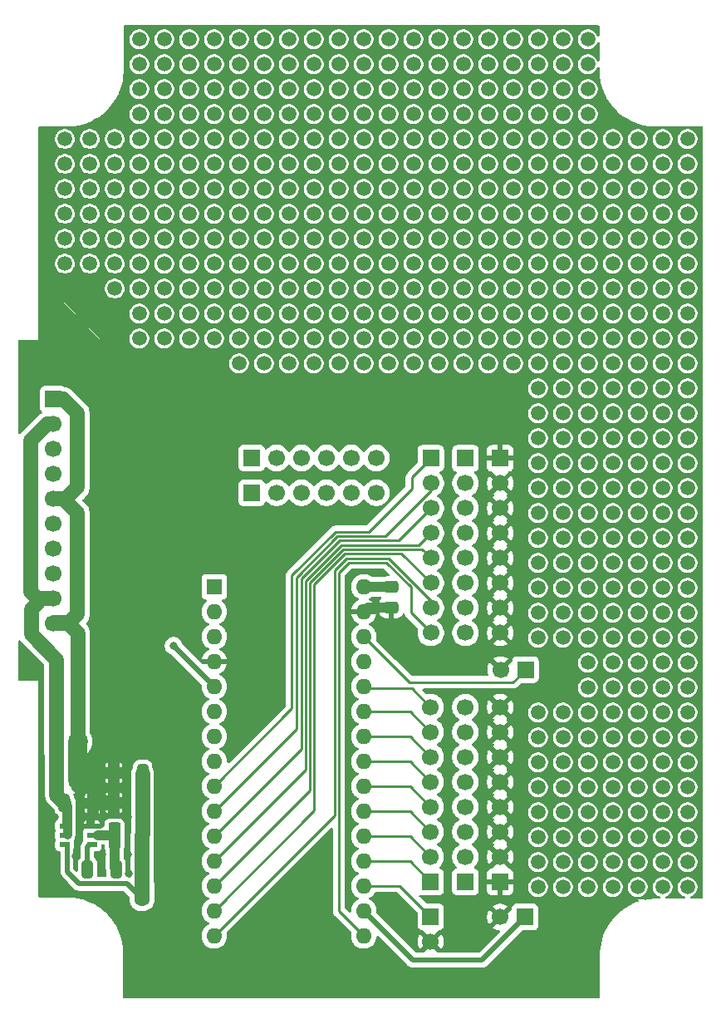
<source format=gbr>
%TF.GenerationSoftware,KiCad,Pcbnew,9.0.1*%
%TF.CreationDate,2025-05-07T09:52:16-04:00*%
%TF.ProjectId,BREAD_Slice,42524541-445f-4536-9c69-63655f686561,rev?*%
%TF.SameCoordinates,PX74eba40PY8552dc0*%
%TF.FileFunction,Copper,L2,Bot*%
%TF.FilePolarity,Positive*%
%FSLAX46Y46*%
G04 Gerber Fmt 4.6, Leading zero omitted, Abs format (unit mm)*
G04 Created by KiCad (PCBNEW 9.0.1) date 2025-05-07 09:52:16*
%MOMM*%
%LPD*%
G01*
G04 APERTURE LIST*
G04 Aperture macros list*
%AMRoundRect*
0 Rectangle with rounded corners*
0 $1 Rounding radius*
0 $2 $3 $4 $5 $6 $7 $8 $9 X,Y pos of 4 corners*
0 Add a 4 corners polygon primitive as box body*
4,1,4,$2,$3,$4,$5,$6,$7,$8,$9,$2,$3,0*
0 Add four circle primitives for the rounded corners*
1,1,$1+$1,$2,$3*
1,1,$1+$1,$4,$5*
1,1,$1+$1,$6,$7*
1,1,$1+$1,$8,$9*
0 Add four rect primitives between the rounded corners*
20,1,$1+$1,$2,$3,$4,$5,0*
20,1,$1+$1,$4,$5,$6,$7,0*
20,1,$1+$1,$6,$7,$8,$9,0*
20,1,$1+$1,$8,$9,$2,$3,0*%
G04 Aperture macros list end*
%TA.AperFunction,EtchedComponent*%
%ADD10C,0.000000*%
%TD*%
%TA.AperFunction,ComponentPad*%
%ADD11R,1.700000X1.700000*%
%TD*%
%TA.AperFunction,ComponentPad*%
%ADD12C,1.700000*%
%TD*%
%TA.AperFunction,ComponentPad*%
%ADD13R,1.600000X1.600000*%
%TD*%
%TA.AperFunction,ComponentPad*%
%ADD14O,1.600000X1.600000*%
%TD*%
%TA.AperFunction,SMDPad,CuDef*%
%ADD15RoundRect,0.250000X0.325000X0.650000X-0.325000X0.650000X-0.325000X-0.650000X0.325000X-0.650000X0*%
%TD*%
%TA.AperFunction,SMDPad,CuDef*%
%ADD16RoundRect,0.250000X-0.475000X0.337500X-0.475000X-0.337500X0.475000X-0.337500X0.475000X0.337500X0*%
%TD*%
%TA.AperFunction,SMDPad,CuDef*%
%ADD17RoundRect,0.250000X-0.325000X-0.650000X0.325000X-0.650000X0.325000X0.650000X-0.325000X0.650000X0*%
%TD*%
%TA.AperFunction,SMDPad,CuDef*%
%ADD18R,1.104900X0.508000*%
%TD*%
%TA.AperFunction,SMDPad,CuDef*%
%ADD19C,2.000000*%
%TD*%
%TA.AperFunction,SMDPad,CuDef*%
%ADD20RoundRect,0.250000X-0.375000X-1.075000X0.375000X-1.075000X0.375000X1.075000X-0.375000X1.075000X0*%
%TD*%
%TA.AperFunction,ViaPad*%
%ADD21C,1.500000*%
%TD*%
%TA.AperFunction,ViaPad*%
%ADD22C,0.800000*%
%TD*%
%TA.AperFunction,ViaPad*%
%ADD23C,1.600000*%
%TD*%
%TA.AperFunction,Conductor*%
%ADD24C,1.000000*%
%TD*%
%TA.AperFunction,Conductor*%
%ADD25C,0.500000*%
%TD*%
%TA.AperFunction,Conductor*%
%ADD26C,1.500000*%
%TD*%
%TA.AperFunction,Conductor*%
%ADD27C,0.900000*%
%TD*%
%TA.AperFunction,Conductor*%
%ADD28C,0.250000*%
%TD*%
G04 APERTURE END LIST*
D10*
%TA.AperFunction,EtchedComponent*%
%TO.C,NT1*%
G36*
X7100000Y22600000D02*
G01*
X5100000Y22600000D01*
X5100000Y26600000D01*
X7100000Y26600000D01*
X7100000Y22600000D01*
G37*
%TD.AperFunction*%
%TD*%
D11*
%TO.P,J7,1,Pin_1*%
%TO.N,+5V*%
X45620000Y55440000D03*
D12*
%TO.P,J7,2,Pin_2*%
X45620000Y52900000D03*
%TO.P,J7,3,Pin_3*%
X45620000Y50360000D03*
%TO.P,J7,4,Pin_4*%
X45620000Y47820000D03*
%TO.P,J7,5,Pin_5*%
X45620000Y45280000D03*
%TO.P,J7,6,Pin_6*%
X45620000Y42740000D03*
%TO.P,J7,7,Pin_7*%
X45620000Y40200000D03*
%TO.P,J7,8,Pin_8*%
X45620000Y37660000D03*
%TD*%
D13*
%TO.P,A1,1,D1/TX*%
%TO.N,unconnected-(A1-D1{slash}TX-Pad1)*%
X20010000Y42360000D03*
D14*
%TO.P,A1,2,D0/RX*%
%TO.N,unconnected-(A1-D0{slash}RX-Pad2)*%
X20010000Y39820000D03*
%TO.P,A1,3,~{RESET}*%
%TO.N,unconnected-(A1-~{RESET}-Pad3)*%
X20010000Y37280000D03*
%TO.P,A1,4,GND*%
%TO.N,GND*%
X20010000Y34740000D03*
%TO.P,A1,5,D2*%
%TO.N,/slice_template/ESTOP*%
X20010000Y32200000D03*
%TO.P,A1,6,D3*%
%TO.N,/slice_template/SYNC{slash}CAN_{INT}*%
X20010000Y29660000D03*
%TO.P,A1,7,D4*%
%TO.N,/slice_template/INT{slash}CAN_{CS}*%
X20010000Y27120000D03*
%TO.P,A1,8,D5*%
%TO.N,/slice_template/LED*%
X20010000Y24580000D03*
%TO.P,A1,9,D6*%
%TO.N,/slice_template/D6*%
X20010000Y22040000D03*
%TO.P,A1,10,D7*%
%TO.N,/slice_template/D7*%
X20010000Y19500000D03*
%TO.P,A1,11,D8*%
%TO.N,/slice_template/D8*%
X20010000Y16960000D03*
%TO.P,A1,12,D9*%
%TO.N,/slice_template/D9*%
X20010000Y14420000D03*
%TO.P,A1,13,D10*%
%TO.N,/slice_template/D10*%
X20010000Y11880000D03*
%TO.P,A1,14,D11*%
%TO.N,/slice_template/D11{slash}MOSI*%
X20010000Y9340000D03*
%TO.P,A1,15,D12*%
%TO.N,/slice_template/D12{slash}MISO*%
X20010000Y6800000D03*
%TO.P,A1,16,D13*%
%TO.N,/slice_template/D13{slash}SCK*%
X35250000Y6800000D03*
%TO.P,A1,17,3V3*%
%TO.N,+3.3V*%
X35250000Y9340000D03*
%TO.P,A1,18,AREF*%
%TO.N,/slice_template/AREF*%
X35250000Y11880000D03*
%TO.P,A1,19,A0*%
%TO.N,/slice_template/A0*%
X35250000Y14420000D03*
%TO.P,A1,20,A1*%
%TO.N,/slice_template/A1*%
X35250000Y16960000D03*
%TO.P,A1,21,A2*%
%TO.N,/slice_template/A2*%
X35250000Y19500000D03*
%TO.P,A1,22,A3*%
%TO.N,/slice_template/A3*%
X35250000Y22040000D03*
%TO.P,A1,23,A4*%
%TO.N,/slice_template/I2C_DAT{slash}A4*%
X35250000Y24580000D03*
%TO.P,A1,24,A5*%
%TO.N,/slice_template/I2C_CLK{slash}A5*%
X35250000Y27120000D03*
%TO.P,A1,25,A6*%
%TO.N,/slice_template/A6*%
X35250000Y29660000D03*
%TO.P,A1,26,A7*%
%TO.N,/slice_template/A7*%
X35250000Y32200000D03*
%TO.P,A1,27,+5V*%
%TO.N,+5V*%
X35250000Y34740000D03*
%TO.P,A1,28,~{RESET}*%
%TO.N,/slice_template/~{RESET}*%
X35250000Y37280000D03*
%TO.P,A1,29,GND*%
%TO.N,GND*%
X35250000Y39820000D03*
%TO.P,A1,30,VIN*%
%TO.N,/slice_template/VIN*%
X35250000Y42360000D03*
%TD*%
D11*
%TO.P,J1,1,Pin_1*%
%TO.N,/slice_template/AREF*%
X42070000Y8750000D03*
D12*
%TO.P,J1,2,Pin_2*%
%TO.N,GND*%
X42070000Y6210000D03*
%TD*%
D11*
%TO.P,J6,1,Pin_1*%
%TO.N,+12V*%
X23830000Y51930000D03*
D12*
%TO.P,J6,2,Pin_2*%
X26370000Y51930000D03*
%TO.P,J6,3,Pin_3*%
X28910000Y51930000D03*
%TO.P,J6,4,Pin_4*%
X31450000Y51930000D03*
%TO.P,J6,5,Pin_5*%
X33990000Y51930000D03*
%TO.P,J6,6,Pin_6*%
X36530000Y51930000D03*
%TD*%
D11*
%TO.P,J2,1,Pin_1*%
%TO.N,/slice_template/~{RESET}*%
X51730000Y33920000D03*
D12*
%TO.P,J2,2,Pin_2*%
%TO.N,GND*%
X49190000Y33920000D03*
%TD*%
D11*
%TO.P,J4,1,Pin_1*%
%TO.N,/slice_template/D6*%
X42080000Y55440000D03*
D12*
%TO.P,J4,2,Pin_2*%
%TO.N,/slice_template/D7*%
X42080000Y52900000D03*
%TO.P,J4,3,Pin_3*%
%TO.N,/slice_template/D8*%
X42080000Y50360000D03*
%TO.P,J4,4,Pin_4*%
%TO.N,/slice_template/D9*%
X42080000Y47820000D03*
%TO.P,J4,5,Pin_5*%
%TO.N,/slice_template/D10*%
X42080000Y45280000D03*
%TO.P,J4,6,Pin_6*%
%TO.N,/slice_template/D11{slash}MOSI*%
X42080000Y42740000D03*
%TO.P,J4,7,Pin_7*%
%TO.N,/slice_template/D12{slash}MISO*%
X42080000Y40200000D03*
%TO.P,J4,8,Pin_8*%
%TO.N,/slice_template/D13{slash}SCK*%
X42080000Y37660000D03*
%TD*%
D11*
%TO.P,J10,1,Pin_1*%
%TO.N,GND*%
X49160000Y55440000D03*
D12*
%TO.P,J10,2,Pin_2*%
X49160000Y52900000D03*
%TO.P,J10,3,Pin_3*%
X49160000Y50360000D03*
%TO.P,J10,4,Pin_4*%
X49160000Y47820000D03*
%TO.P,J10,5,Pin_5*%
X49160000Y45280000D03*
%TO.P,J10,6,Pin_6*%
X49160000Y42740000D03*
%TO.P,J10,7,Pin_7*%
X49160000Y40200000D03*
%TO.P,J10,8,Pin_8*%
X49160000Y37660000D03*
%TD*%
D11*
%TO.P,J3,1,Pin_1*%
%TO.N,+3.3V*%
X51700000Y8710000D03*
D12*
%TO.P,J3,2,Pin_2*%
%TO.N,GND*%
X49160000Y8710000D03*
%TD*%
D11*
%TO.P,J12,1,Pin_1*%
%TO.N,GNDPWR*%
X3600000Y61450000D03*
D12*
%TO.P,J12,2,Pin_2*%
%TO.N,+12V*%
X3600000Y58910000D03*
%TO.P,J12,3,Pin_3*%
%TO.N,/slice_template/I2C_CLK*%
X3600000Y56370000D03*
%TO.P,J12,4,Pin_4*%
%TO.N,/slice_template/I2C_DAT*%
X3600000Y53830000D03*
%TO.P,J12,5,Pin_5*%
%TO.N,GNDPWR*%
X3600000Y51290000D03*
%TO.P,J12,6,Pin_6*%
%TO.N,/slice_template/ESTOP*%
X3600000Y48750000D03*
%TO.P,J12,7,Pin_7*%
%TO.N,/slice_template/SYNC*%
X3600000Y46210000D03*
%TO.P,J12,8,Pin_8*%
%TO.N,/slice_template/INT*%
X3600000Y43670000D03*
%TO.P,J12,9,Pin_9*%
%TO.N,+12V*%
X3600000Y41130000D03*
%TO.P,J12,10,Pin_10*%
%TO.N,GNDPWR*%
X3600000Y38590000D03*
%TD*%
D11*
%TO.P,J8,1,Pin_1*%
%TO.N,+5V*%
X45610000Y12310000D03*
D12*
%TO.P,J8,2,Pin_2*%
X45610000Y14850000D03*
%TO.P,J8,3,Pin_3*%
X45610000Y17390000D03*
%TO.P,J8,4,Pin_4*%
X45610000Y19930000D03*
%TO.P,J8,5,Pin_5*%
X45610000Y22470000D03*
%TO.P,J8,6,Pin_6*%
X45610000Y25010000D03*
%TO.P,J8,7,Pin_7*%
X45610000Y27550000D03*
%TO.P,J8,8,Pin_8*%
X45610000Y30090000D03*
%TD*%
D11*
%TO.P,J11,1,Pin_1*%
%TO.N,GND*%
X49150000Y12310000D03*
D12*
%TO.P,J11,2,Pin_2*%
X49150000Y14850000D03*
%TO.P,J11,3,Pin_3*%
X49150000Y17390000D03*
%TO.P,J11,4,Pin_4*%
X49150000Y19930000D03*
%TO.P,J11,5,Pin_5*%
X49150000Y22470000D03*
%TO.P,J11,6,Pin_6*%
X49150000Y25010000D03*
%TO.P,J11,7,Pin_7*%
X49150000Y27550000D03*
%TO.P,J11,8,Pin_8*%
X49150000Y30090000D03*
%TD*%
D11*
%TO.P,J9,1,Pin_1*%
%TO.N,GNDPWR*%
X23830000Y55470000D03*
D12*
%TO.P,J9,2,Pin_2*%
X26370000Y55470000D03*
%TO.P,J9,3,Pin_3*%
X28910000Y55470000D03*
%TO.P,J9,4,Pin_4*%
X31450000Y55470000D03*
%TO.P,J9,5,Pin_5*%
X33990000Y55470000D03*
%TO.P,J9,6,Pin_6*%
X36530000Y55470000D03*
%TD*%
D11*
%TO.P,J5,1,Pin_1*%
%TO.N,/slice_template/A0*%
X42070000Y12310000D03*
D12*
%TO.P,J5,2,Pin_2*%
%TO.N,/slice_template/A1*%
X42070000Y14850000D03*
%TO.P,J5,3,Pin_3*%
%TO.N,/slice_template/A2*%
X42070000Y17390000D03*
%TO.P,J5,4,Pin_4*%
%TO.N,/slice_template/A3*%
X42070000Y19930000D03*
%TO.P,J5,5,Pin_5*%
%TO.N,/slice_template/I2C_DAT{slash}A4*%
X42070000Y22470000D03*
%TO.P,J5,6,Pin_6*%
%TO.N,/slice_template/I2C_CLK{slash}A5*%
X42070000Y25010000D03*
%TO.P,J5,7,Pin_7*%
%TO.N,/slice_template/A6*%
X42070000Y27550000D03*
%TO.P,J5,8,Pin_8*%
%TO.N,/slice_template/A7*%
X42070000Y30090000D03*
%TD*%
D15*
%TO.P,C2,1*%
%TO.N,Net-(U1-SW)*%
X10025000Y13545000D03*
%TO.P,C2,2*%
%TO.N,Net-(U1-BST)*%
X7075000Y13545000D03*
%TD*%
D16*
%TO.P,C6,1*%
%TO.N,/slice_template/VIN*%
X38050000Y42325000D03*
%TO.P,C6,2*%
%TO.N,GND*%
X38050000Y40250000D03*
%TD*%
D17*
%TO.P,C4,1*%
%TO.N,GND*%
X9775000Y23400000D03*
%TO.P,C4,2*%
%TO.N,+5V*%
X12725000Y23400000D03*
%TD*%
D18*
%TO.P,U1,1,FB*%
%TO.N,+5V*%
X4746650Y16094999D03*
%TO.P,U1,2,EN*%
%TO.N,+12V*%
X4746650Y17045000D03*
%TO.P,U1,3,VIN*%
X4746650Y17995001D03*
%TO.P,U1,4,GND*%
%TO.N,GND*%
X7553350Y17995001D03*
%TO.P,U1,5,SW*%
%TO.N,Net-(U1-SW)*%
X7553350Y17045000D03*
%TO.P,U1,6,BST*%
%TO.N,Net-(U1-BST)*%
X7553350Y16094999D03*
%TD*%
D19*
%TO.P,NT1,1,1*%
%TO.N,GND*%
X6100000Y22600000D03*
%TO.P,NT1,2,2*%
%TO.N,GNDPWR*%
X6100000Y26600000D03*
%TD*%
D17*
%TO.P,C3,1*%
%TO.N,GND*%
X9775000Y20345000D03*
%TO.P,C3,2*%
%TO.N,+5V*%
X12725000Y20345000D03*
%TD*%
D15*
%TO.P,C1,1*%
%TO.N,GND*%
X7675000Y20300000D03*
%TO.P,C1,2*%
%TO.N,+12V*%
X4725000Y20300000D03*
%TD*%
D20*
%TO.P,L1,1*%
%TO.N,Net-(U1-SW)*%
X9850000Y17045000D03*
%TO.P,L1,2*%
%TO.N,+5V*%
X12650000Y17045000D03*
%TD*%
D21*
%TO.N,*%
X65720000Y44780000D03*
X50480000Y87960000D03*
X25080000Y75260000D03*
X58100000Y95580000D03*
X58100000Y70180000D03*
X37780000Y70180000D03*
X68260000Y14300000D03*
X45400000Y90500000D03*
X68260000Y47320000D03*
X60640000Y37160000D03*
X9860000Y75280000D03*
X68260000Y39700000D03*
X7320000Y75280000D03*
X37780000Y65100000D03*
X32700000Y85420000D03*
X53020000Y42240000D03*
X65720000Y42240000D03*
X60640000Y44780000D03*
X47940000Y67640000D03*
X37780000Y98120000D03*
X68260000Y49860000D03*
X22540000Y65100000D03*
X20000000Y82880000D03*
X22540000Y87960000D03*
X35240000Y65100000D03*
X45400000Y77800000D03*
X58100000Y75260000D03*
X45400000Y72720000D03*
X12380000Y90500000D03*
X47940000Y98120000D03*
X68260000Y85420000D03*
X42860000Y85420000D03*
X65720000Y47320000D03*
X63180000Y75260000D03*
X68260000Y27000000D03*
X60640000Y49860000D03*
X17460000Y77800000D03*
X22540000Y90500000D03*
X58100000Y65100000D03*
X30160000Y98120000D03*
X47940000Y77800000D03*
X40320000Y98120000D03*
X20000000Y95580000D03*
X63180000Y85420000D03*
X60640000Y21920000D03*
X9860000Y82900000D03*
X25080000Y72720000D03*
X32700000Y80340000D03*
X63180000Y19380000D03*
X68260000Y32080000D03*
X32700000Y77800000D03*
X32700000Y98120000D03*
X17460000Y87960000D03*
X50480000Y90500000D03*
X65720000Y85420000D03*
X63180000Y77800000D03*
X32700000Y95580000D03*
X27620000Y67640000D03*
X58100000Y60020000D03*
X30160000Y82880000D03*
X65720000Y75260000D03*
X4780000Y77820000D03*
X55560000Y85420000D03*
X27620000Y72720000D03*
X53020000Y29540000D03*
X60640000Y14300000D03*
X32700000Y82880000D03*
X63180000Y87960000D03*
X35240000Y87960000D03*
X63180000Y57480000D03*
X20000000Y80340000D03*
X58100000Y34620000D03*
X63180000Y11760000D03*
X50480000Y65100000D03*
X65720000Y60020000D03*
X32700000Y70180000D03*
X55560000Y11760000D03*
X68260000Y52400000D03*
X65720000Y70180000D03*
X30160000Y70180000D03*
X20000000Y93040000D03*
X50480000Y72720000D03*
X47940000Y70180000D03*
X25080000Y67640000D03*
X53020000Y98120000D03*
X27620000Y93040000D03*
X55560000Y14300000D03*
X30160000Y77800000D03*
X45400000Y98120000D03*
X68260000Y70180000D03*
X63180000Y62560000D03*
X20000000Y77800000D03*
X47940000Y80340000D03*
X58100000Y11760000D03*
X65720000Y19380000D03*
X47940000Y95580000D03*
X65720000Y54940000D03*
X40320000Y67640000D03*
X45400000Y75260000D03*
X58100000Y87960000D03*
X65720000Y27000000D03*
X55560000Y27000000D03*
X68260000Y87960000D03*
X42860000Y65100000D03*
X63180000Y80340000D03*
X40320000Y70180000D03*
X58100000Y93040000D03*
X27620000Y82880000D03*
X7320000Y85440000D03*
X14920000Y82880000D03*
X60640000Y39700000D03*
X58100000Y98120000D03*
X25080000Y70180000D03*
X58100000Y16840000D03*
X42860000Y90500000D03*
X68260000Y37160000D03*
X68260000Y67640000D03*
X55560000Y44780000D03*
X58100000Y49860000D03*
X4780000Y82900000D03*
X60640000Y29540000D03*
X55560000Y75260000D03*
X47940000Y90500000D03*
X42860000Y95580000D03*
X68260000Y72720000D03*
X30160000Y67640000D03*
X40320000Y80340000D03*
X65720000Y72720000D03*
X68260000Y11760000D03*
X53020000Y87960000D03*
X60640000Y72720000D03*
X40320000Y93040000D03*
X68260000Y80340000D03*
X20000000Y85420000D03*
X37780000Y82880000D03*
X32700000Y87960000D03*
X47940000Y82880000D03*
X63180000Y52400000D03*
X65720000Y16840000D03*
X55560000Y62560000D03*
X42860000Y98120000D03*
X32700000Y67640000D03*
X12380000Y67640000D03*
X17460000Y98120000D03*
X14920000Y90500000D03*
X60640000Y32080000D03*
X12380000Y75260000D03*
X45400000Y70180000D03*
X55560000Y19380000D03*
X63180000Y54940000D03*
X55560000Y52400000D03*
X68260000Y16840000D03*
X45400000Y65100000D03*
X53020000Y93040000D03*
X53020000Y21920000D03*
X17460000Y90500000D03*
X32700000Y65100000D03*
X58100000Y77800000D03*
X50480000Y75260000D03*
X9860000Y87980000D03*
X50480000Y93040000D03*
X40320000Y95580000D03*
X60640000Y24460000D03*
X35240000Y72720000D03*
X30160000Y87960000D03*
X63180000Y39700000D03*
X25080000Y90500000D03*
X63180000Y27000000D03*
X40320000Y77800000D03*
X50480000Y70180000D03*
X55560000Y67640000D03*
X60640000Y85420000D03*
X42860000Y72720000D03*
X42860000Y67640000D03*
X55560000Y16840000D03*
X53020000Y47320000D03*
X47940000Y93040000D03*
X42860000Y75260000D03*
X60640000Y70180000D03*
X45400000Y85420000D03*
X17460000Y93040000D03*
X63180000Y24460000D03*
X68260000Y42240000D03*
X63180000Y65100000D03*
X37780000Y95580000D03*
X58100000Y62560000D03*
X63180000Y67640000D03*
X37780000Y72720000D03*
X7320000Y87980000D03*
X63180000Y70180000D03*
X25080000Y80340000D03*
X12380000Y85420000D03*
X45400000Y82880000D03*
X55560000Y65100000D03*
X65720000Y24460000D03*
X68260000Y44780000D03*
X53020000Y16840000D03*
X53020000Y57480000D03*
X53020000Y19380000D03*
X68260000Y75260000D03*
X35240000Y75260000D03*
X40320000Y82880000D03*
X40320000Y72720000D03*
X17460000Y80340000D03*
X60640000Y87960000D03*
X63180000Y16840000D03*
X63180000Y14300000D03*
X14920000Y75260000D03*
X14920000Y95580000D03*
X65720000Y82880000D03*
X58100000Y85420000D03*
X12380000Y98120000D03*
X58100000Y19380000D03*
X22540000Y85420000D03*
X60640000Y11760000D03*
X50480000Y82880000D03*
X58100000Y29540000D03*
X9860000Y85440000D03*
X45400000Y95580000D03*
X25080000Y82880000D03*
X4780000Y75280000D03*
X37780000Y93040000D03*
X20000000Y67640000D03*
X40320000Y65100000D03*
X25080000Y95580000D03*
X53020000Y75260000D03*
X30160000Y72720000D03*
X42860000Y70180000D03*
X35240000Y85420000D03*
X14920000Y85420000D03*
X35240000Y82880000D03*
X58100000Y44780000D03*
X63180000Y60020000D03*
X53020000Y52400000D03*
X32700000Y93040000D03*
X30160000Y75260000D03*
X35240000Y98120000D03*
X40320000Y75260000D03*
X22540000Y77800000D03*
X65720000Y57480000D03*
X12380000Y77800000D03*
X35240000Y77800000D03*
X58100000Y82880000D03*
X65720000Y52400000D03*
X35240000Y95580000D03*
X68260000Y60020000D03*
X58100000Y72720000D03*
X47940000Y87960000D03*
X22540000Y67640000D03*
X47940000Y75260000D03*
X12380000Y80340000D03*
X22540000Y82880000D03*
X65720000Y49860000D03*
X47940000Y72720000D03*
X27620000Y98120000D03*
X53020000Y49860000D03*
X68260000Y62560000D03*
X22540000Y80340000D03*
X27620000Y87960000D03*
X20000000Y75260000D03*
X60640000Y54940000D03*
X50480000Y85420000D03*
X12380000Y82880000D03*
X65720000Y65100000D03*
X55560000Y49860000D03*
X53020000Y70180000D03*
X20000000Y98120000D03*
X55560000Y70180000D03*
X53020000Y44780000D03*
X53020000Y24460000D03*
X53020000Y72720000D03*
X55560000Y37160000D03*
X37780000Y90500000D03*
X65720000Y80340000D03*
X42860000Y82880000D03*
X14920000Y80340000D03*
X27620000Y80340000D03*
X53020000Y60020000D03*
X27620000Y70180000D03*
X47940000Y85420000D03*
X68260000Y24460000D03*
X55560000Y77800000D03*
X65720000Y67640000D03*
X55560000Y39700000D03*
X58100000Y42240000D03*
X65720000Y39700000D03*
X45400000Y80340000D03*
X63180000Y82880000D03*
X30160000Y80340000D03*
X53020000Y67640000D03*
X60640000Y16840000D03*
X50480000Y67640000D03*
X17460000Y95580000D03*
X65720000Y87960000D03*
X35240000Y70180000D03*
X63180000Y49860000D03*
X58100000Y47320000D03*
X27620000Y75260000D03*
X55560000Y87960000D03*
X12380000Y95580000D03*
X12380000Y72720000D03*
X63180000Y72720000D03*
X68260000Y54940000D03*
X25080000Y93040000D03*
X53020000Y37160000D03*
X53020000Y54940000D03*
X58100000Y39700000D03*
X40320000Y85420000D03*
X58100000Y54940000D03*
X53020000Y39700000D03*
X4780000Y87980000D03*
X50480000Y80340000D03*
X20000000Y90500000D03*
X50480000Y77800000D03*
X60640000Y19380000D03*
X53020000Y62560000D03*
X60640000Y77800000D03*
X55560000Y21920000D03*
X53020000Y65100000D03*
X55560000Y60020000D03*
X60640000Y65100000D03*
X63180000Y32080000D03*
X45400000Y93040000D03*
X30160000Y65100000D03*
X17460000Y85420000D03*
X27620000Y65100000D03*
X9860000Y80360000D03*
X45400000Y87960000D03*
X55560000Y80340000D03*
X58100000Y80340000D03*
X55560000Y90500000D03*
X22540000Y70180000D03*
X22540000Y95580000D03*
X65720000Y21920000D03*
X60640000Y60020000D03*
X60640000Y82880000D03*
X63180000Y29540000D03*
X68260000Y82880000D03*
X58100000Y67640000D03*
X42860000Y80340000D03*
X22540000Y75260000D03*
X14920000Y70180000D03*
X65720000Y37160000D03*
X60640000Y27000000D03*
X53020000Y82880000D03*
X7320000Y82900000D03*
X35240000Y93040000D03*
X7320000Y77820000D03*
X68260000Y19380000D03*
X14920000Y67640000D03*
X42860000Y77800000D03*
X58100000Y32080000D03*
X60640000Y34620000D03*
X63180000Y37160000D03*
X12380000Y93040000D03*
X53020000Y27000000D03*
X60640000Y80340000D03*
X25080000Y87960000D03*
X53020000Y14300000D03*
X4780000Y85440000D03*
X14920000Y72720000D03*
X53020000Y80340000D03*
X32700000Y90500000D03*
X47940000Y65100000D03*
X14920000Y93040000D03*
X12380000Y87960000D03*
X65720000Y29540000D03*
X58100000Y90500000D03*
X4780000Y80360000D03*
X68260000Y65100000D03*
X40320000Y87960000D03*
X65720000Y14300000D03*
X63180000Y21920000D03*
X37780000Y85420000D03*
X65720000Y32080000D03*
X27620000Y90500000D03*
X55560000Y42240000D03*
X55560000Y72720000D03*
X58100000Y14300000D03*
X55560000Y24460000D03*
X37780000Y75260000D03*
X63180000Y42240000D03*
X55560000Y29540000D03*
X63180000Y44780000D03*
X68260000Y34620000D03*
X17460000Y82880000D03*
X35240000Y90500000D03*
X60640000Y75260000D03*
X22540000Y98120000D03*
X32700000Y72720000D03*
X53020000Y11760000D03*
X45400000Y67640000D03*
X14920000Y77800000D03*
X55560000Y93040000D03*
X63180000Y34620000D03*
X37780000Y87960000D03*
X63180000Y47320000D03*
X50480000Y95580000D03*
X25080000Y77800000D03*
X58100000Y37160000D03*
X60640000Y47320000D03*
X27620000Y77800000D03*
X42860000Y87960000D03*
X9860000Y72740000D03*
X20000000Y87960000D03*
X58100000Y52400000D03*
X30160000Y95580000D03*
X60640000Y42240000D03*
X17460000Y70180000D03*
X25080000Y65100000D03*
X42860000Y93040000D03*
X27620000Y95580000D03*
X37780000Y67640000D03*
X68260000Y21920000D03*
X37780000Y77800000D03*
X53020000Y77800000D03*
X30160000Y93040000D03*
X58100000Y57480000D03*
X35240000Y80340000D03*
X58100000Y24460000D03*
X53020000Y95580000D03*
X55560000Y47320000D03*
X17460000Y72720000D03*
X55560000Y82880000D03*
X30160000Y85420000D03*
X55560000Y54940000D03*
X65720000Y77800000D03*
X65720000Y62560000D03*
X14920000Y98120000D03*
X58100000Y21920000D03*
X35240000Y67640000D03*
X20000000Y72720000D03*
X60640000Y57480000D03*
X65720000Y34620000D03*
X58100000Y27000000D03*
X60640000Y52400000D03*
X22540000Y72720000D03*
X9860000Y77820000D03*
X7320000Y80360000D03*
X25080000Y98120000D03*
X22540000Y93040000D03*
X50480000Y98120000D03*
X60640000Y62560000D03*
X37780000Y80340000D03*
X68260000Y77800000D03*
X30160000Y90500000D03*
X17460000Y67640000D03*
X25080000Y85420000D03*
X27620000Y85420000D03*
X55560000Y95580000D03*
X40320000Y90500000D03*
X65720000Y11760000D03*
X17460000Y75260000D03*
X32700000Y75260000D03*
X55560000Y57480000D03*
X53020000Y90500000D03*
X68260000Y29540000D03*
X55560000Y98120000D03*
X53020000Y85420000D03*
X12380000Y70180000D03*
X60640000Y67640000D03*
X14920000Y87960000D03*
X20000000Y70180000D03*
X68260000Y57480000D03*
D22*
%TO.N,GND*%
X11250000Y18925000D03*
X11250000Y15050000D03*
X14275000Y23375000D03*
X3750000Y13345000D03*
X8250000Y22500000D03*
D23*
X6100000Y22600000D03*
D22*
X14275000Y13200000D03*
X8575000Y21125000D03*
X10575000Y21900000D03*
X14325000Y17880000D03*
X11300000Y13150000D03*
X53000000Y3900000D03*
X14900000Y51325000D03*
X14275000Y15475000D03*
X3750000Y18900000D03*
X14275000Y20475000D03*
X8550000Y18800000D03*
X8600000Y15100000D03*
X5875000Y14900000D03*
D23*
%TO.N,+5V*%
X12650000Y10600000D03*
D22*
%TO.N,/slice_template/ESTOP*%
X15850000Y36350000D03*
%TD*%
D24*
%TO.N,GND*%
X6100000Y22600000D02*
X6775000Y22600000D01*
D25*
X7287500Y17995000D02*
X6200000Y17995000D01*
X6200000Y17995000D02*
X6150000Y17945000D01*
D26*
X7720000Y20345000D02*
X9775000Y20345000D01*
D25*
X8505000Y18845000D02*
X7250000Y18845000D01*
X6350000Y18845000D02*
X6150000Y18645000D01*
X6150000Y15175000D02*
X5875000Y14900000D01*
X8400000Y17995000D02*
X8550000Y18145000D01*
X7250000Y18032500D02*
X7287500Y17995000D01*
X7250000Y18845000D02*
X6350000Y18845000D01*
D24*
X8250000Y24075000D02*
X8250000Y49000000D01*
D25*
X8550000Y20345000D02*
X8550000Y19545000D01*
X8550000Y20345000D02*
X8550000Y21045000D01*
D24*
X38050000Y40250000D02*
X35680000Y40250000D01*
X10575000Y51325000D02*
X14900000Y51325000D01*
D25*
X6150000Y17945000D02*
X6150000Y15175000D01*
X8550000Y18800000D02*
X8505000Y18845000D01*
D24*
X8250000Y49000000D02*
X10575000Y51325000D01*
D25*
X6150000Y18645000D02*
X6150000Y17945000D01*
X8550000Y18145000D02*
X8550000Y19545000D01*
D24*
X6775000Y22600000D02*
X8250000Y24075000D01*
D26*
X7675000Y20300000D02*
X7720000Y20345000D01*
D25*
X7287500Y17995000D02*
X8400000Y17995000D01*
X7250000Y18845000D02*
X7250000Y18032500D01*
D24*
X35680000Y40250000D02*
X35250000Y39820000D01*
D25*
X8550000Y18800000D02*
X8550000Y19545000D01*
D26*
%TO.N,+12V*%
X1350000Y37500000D02*
X3925000Y34925000D01*
X3925000Y21100000D02*
X4725000Y20300000D01*
X3600000Y58910000D02*
X2960000Y58910000D01*
X2405000Y41130000D02*
X1350000Y40075000D01*
X3600000Y41130000D02*
X2405000Y41130000D01*
D24*
X5012500Y20012500D02*
X4725000Y20300000D01*
D27*
X5012500Y17995000D02*
X5012500Y17095000D01*
D24*
X5012500Y17995000D02*
X5012500Y20012500D01*
D26*
X2020000Y41130000D02*
X3600000Y41130000D01*
X1275000Y57225000D02*
X1275000Y41875000D01*
X3925000Y34925000D02*
X3925000Y21100000D01*
X1275000Y41875000D02*
X2020000Y41130000D01*
X1350000Y40075000D02*
X1350000Y37500000D01*
X2960000Y58910000D02*
X1275000Y57225000D01*
%TO.N,+5V*%
X12700000Y23320000D02*
X12700000Y20370000D01*
X12700000Y20370000D02*
X12725000Y20345000D01*
D25*
X12650000Y10600000D02*
X11100000Y12150000D01*
X5012500Y13337500D02*
X5012500Y16095000D01*
X6200000Y12150000D02*
X5012500Y13337500D01*
D26*
X12700000Y20320000D02*
X12700000Y17095000D01*
D25*
X11100000Y12150000D02*
X6200000Y12150000D01*
D24*
X12725000Y17120000D02*
X12650000Y17045000D01*
D26*
X12650000Y10600000D02*
X12650000Y17045000D01*
D25*
X35430000Y34560000D02*
X35250000Y34740000D01*
D26*
X12725000Y20345000D02*
X12700000Y20320000D01*
X12700000Y17095000D02*
X12650000Y17045000D01*
D24*
%TO.N,Net-(U1-SW)*%
X9850000Y13720000D02*
X10025000Y13545000D01*
X9850000Y17045000D02*
X8206238Y17045000D01*
X9850000Y17045000D02*
X9850000Y13720000D01*
D25*
%TO.N,Net-(U1-BST)*%
X7075000Y15882500D02*
X7287500Y16095000D01*
X7075000Y13545000D02*
X7075000Y15882500D01*
D26*
%TO.N,GNDPWR*%
X6100000Y26600000D02*
X6100000Y37600000D01*
X6050000Y52475000D02*
X6050000Y60050000D01*
X5110000Y38590000D02*
X3600000Y38590000D01*
X3600000Y51290000D02*
X4635000Y51290000D01*
X6050000Y49875000D02*
X6050000Y39530000D01*
X6100000Y37600000D02*
X5110000Y38590000D01*
X4650000Y61450000D02*
X3600000Y61450000D01*
X5195000Y38675000D02*
X3685000Y38675000D01*
X6050000Y60050000D02*
X4650000Y61450000D01*
X4635000Y51290000D02*
X6050000Y49875000D01*
X3600000Y51290000D02*
X4865000Y51290000D01*
X4865000Y51290000D02*
X6050000Y52475000D01*
X6050000Y39530000D02*
X5195000Y38675000D01*
X3685000Y38675000D02*
X3600000Y38590000D01*
D28*
%TO.N,/slice_template/D6*%
X32392330Y47967000D02*
X27919000Y43493670D01*
X42080000Y55440000D02*
X40140000Y53500000D01*
X27919000Y43493670D02*
X27919000Y29949000D01*
X35727000Y47967000D02*
X32392330Y47967000D01*
X40140000Y52380000D02*
X35727000Y47967000D01*
X27919000Y29949000D02*
X20010000Y22040000D01*
X40140000Y53500000D02*
X40140000Y52380000D01*
%TO.N,/slice_template/D13{slash}SCK*%
X33700000Y44810000D02*
X37572190Y44810000D01*
X35250000Y6800000D02*
X32720000Y9330000D01*
X32720000Y43830000D02*
X33700000Y44810000D01*
X32720000Y9330000D02*
X32720000Y43830000D01*
X40050000Y42332190D02*
X40050000Y39690000D01*
X40050000Y39690000D02*
X42080000Y37660000D01*
X37572190Y44810000D02*
X40050000Y42332190D01*
%TO.N,/slice_template/D9*%
X40874000Y46614000D02*
X42080000Y47820000D01*
X29318000Y23728000D02*
X29318000Y42979240D01*
X29318000Y42979240D02*
X32952760Y46614000D01*
X32952760Y46614000D02*
X40874000Y46614000D01*
X20010000Y14420000D02*
X29318000Y23728000D01*
%TO.N,/slice_template/A2*%
X42070000Y17390000D02*
X39960000Y19500000D01*
X39960000Y19500000D02*
X35250000Y19500000D01*
%TO.N,/slice_template/A3*%
X42070000Y19930000D02*
X39960000Y22040000D01*
X39960000Y22040000D02*
X35250000Y22040000D01*
%TO.N,/slice_template/D12{slash}MISO*%
X32269000Y19059000D02*
X32269000Y44016810D01*
X32269000Y44016810D02*
X33513190Y45261000D01*
X20010000Y6800000D02*
X32269000Y19059000D01*
X37759000Y45261000D02*
X42080000Y40940000D01*
X33513190Y45261000D02*
X37759000Y45261000D01*
X42080000Y40940000D02*
X42080000Y40200000D01*
%TO.N,/slice_template/D7*%
X37426000Y47516000D02*
X42080000Y52170000D01*
X28370000Y27860000D02*
X28370000Y43306860D01*
X20010000Y19500000D02*
X28370000Y27860000D01*
X28370000Y43306860D02*
X32579140Y47516000D01*
X42080000Y52170000D02*
X42080000Y52900000D01*
X32579140Y47516000D02*
X37426000Y47516000D01*
D24*
%TO.N,/slice_template/VIN*%
X38050000Y42325000D02*
X35285000Y42325000D01*
X35267000Y42343000D02*
X35250000Y42360000D01*
D28*
%TO.N,/slice_template/~{RESET}*%
X50434000Y32624000D02*
X51730000Y33920000D01*
X39906000Y32624000D02*
X50434000Y32624000D01*
X35250000Y37280000D02*
X39906000Y32624000D01*
%TO.N,/slice_template/A1*%
X39960000Y16960000D02*
X35250000Y16960000D01*
X42070000Y14850000D02*
X39960000Y16960000D01*
%TO.N,/slice_template/I2C_DAT{slash}A4*%
X39960000Y24580000D02*
X35250000Y24580000D01*
X42070000Y22470000D02*
X39960000Y24580000D01*
%TO.N,/slice_template/AREF*%
X38940000Y11880000D02*
X42070000Y8750000D01*
X35250000Y11880000D02*
X38940000Y11880000D01*
%TO.N,/slice_template/A7*%
X35250000Y32200000D02*
X35450000Y32000000D01*
X35450000Y32000000D02*
X40160000Y32000000D01*
X40160000Y32000000D02*
X42070000Y30090000D01*
%TO.N,/slice_template/I2C_CLK{slash}A5*%
X39960000Y27120000D02*
X35250000Y27120000D01*
X42070000Y25010000D02*
X39960000Y27120000D01*
%TO.N,/slice_template/D11{slash}MOSI*%
X39108000Y45712000D02*
X42080000Y42740000D01*
X30220000Y42605620D02*
X33326380Y45712000D01*
X30220000Y19550000D02*
X30220000Y42605620D01*
X33326380Y45712000D02*
X39108000Y45712000D01*
X20010000Y9340000D02*
X30220000Y19550000D01*
%TO.N,/slice_template/A6*%
X39960000Y29660000D02*
X42070000Y27550000D01*
X35250000Y29660000D02*
X39960000Y29660000D01*
D25*
%TO.N,+3.3V*%
X51700000Y8710000D02*
X47310000Y4320000D01*
X47310000Y4320000D02*
X40270000Y4320000D01*
X40270000Y4320000D02*
X35250000Y9340000D01*
D28*
%TO.N,/slice_template/D10*%
X29769000Y21639000D02*
X29769000Y42792430D01*
X29769000Y42792430D02*
X33139570Y46163000D01*
X20010000Y11880000D02*
X29769000Y21639000D01*
X41197000Y46163000D02*
X42080000Y45280000D01*
X33139570Y46163000D02*
X41197000Y46163000D01*
D25*
%TO.N,/slice_template/ESTOP*%
X20000000Y32200000D02*
X20010000Y32200000D01*
X15850000Y36350000D02*
X20000000Y32200000D01*
D28*
%TO.N,/slice_template/D8*%
X28867000Y25817000D02*
X28867000Y43166050D01*
X38785000Y47065000D02*
X42080000Y50360000D01*
X20010000Y16960000D02*
X28867000Y25817000D01*
X28867000Y43166050D02*
X32765950Y47065000D01*
X32765950Y47065000D02*
X38785000Y47065000D01*
%TO.N,/slice_template/A0*%
X35250000Y14420000D02*
X39960000Y14420000D01*
X39960000Y14420000D02*
X42070000Y12310000D01*
%TD*%
%TA.AperFunction,Conductor*%
%TO.N,GND*%
G36*
X2774500Y21194962D02*
G01*
X2774499Y21194947D01*
X2774499Y21190546D01*
X2774499Y21009454D01*
X2790862Y20906148D01*
X2795258Y20878394D01*
X2795258Y20878393D01*
X2802829Y20830591D01*
X2802829Y20830588D01*
X2858787Y20658364D01*
X2858788Y20658361D01*
X2941006Y20497003D01*
X3047440Y20350507D01*
X3047444Y20350503D01*
X3047447Y20350499D01*
X3115795Y20282151D01*
X3179829Y20218117D01*
X3179840Y20218107D01*
X3713181Y19684766D01*
X3746666Y19623443D01*
X3749500Y19597085D01*
X3749500Y19584299D01*
X3752401Y19547433D01*
X3752402Y19547427D01*
X3798254Y19389607D01*
X3798255Y19389604D01*
X3881917Y19248138D01*
X3881923Y19248130D01*
X3998129Y19131924D01*
X3998132Y19131922D01*
X3998135Y19131919D01*
X4051122Y19100583D01*
X4098804Y19049516D01*
X4112000Y18993852D01*
X4112000Y18732597D01*
X4092315Y18665558D01*
X4044296Y18622113D01*
X3955859Y18577052D01*
X3955852Y18577047D01*
X3866154Y18487349D01*
X3866151Y18487344D01*
X3808552Y18374303D01*
X3793700Y18280526D01*
X3793700Y17709484D01*
X3808554Y17615697D01*
X3828630Y17576295D01*
X3841526Y17507625D01*
X3828631Y17463708D01*
X3808552Y17424301D01*
X3793700Y17330525D01*
X3793700Y16759483D01*
X3808554Y16665696D01*
X3828630Y16626294D01*
X3841526Y16557624D01*
X3828631Y16513707D01*
X3808552Y16474300D01*
X3793700Y16380524D01*
X3793700Y15809482D01*
X3804492Y15741342D01*
X3808554Y15715695D01*
X3866150Y15602657D01*
X3866152Y15602655D01*
X3866154Y15602652D01*
X3955852Y15512954D01*
X3955854Y15512953D01*
X3955858Y15512949D01*
X4068894Y15455354D01*
X4068898Y15455352D01*
X4162675Y15440500D01*
X4162681Y15440499D01*
X4238000Y15440500D01*
X4305038Y15420816D01*
X4350794Y15368013D01*
X4362000Y15316500D01*
X4362000Y13273431D01*
X4362000Y13273429D01*
X4361999Y13273429D01*
X4386997Y13147762D01*
X4386999Y13147756D01*
X4436034Y13029375D01*
X4507226Y12922827D01*
X4507227Y12922826D01*
X5180054Y12250000D01*
X2250000Y12250000D01*
X2250000Y25250000D01*
X2774500Y25250000D01*
X2774500Y21194962D01*
G37*
%TD.AperFunction*%
%TA.AperFunction,Conductor*%
G36*
X5772049Y25233985D02*
G01*
X5989778Y25199500D01*
X5989779Y25199500D01*
X6210221Y25199500D01*
X6210222Y25199500D01*
X6427951Y25233985D01*
X6477241Y25250000D01*
X15750000Y25250000D01*
X15750000Y12250000D01*
X13800500Y12250000D01*
X13800500Y16739253D01*
X13806569Y16777571D01*
X13822172Y16825591D01*
X13841769Y16949319D01*
X13850501Y17004449D01*
X13850501Y17189948D01*
X13850500Y17189963D01*
X13850500Y20086851D01*
X13852027Y20106249D01*
X13870431Y20222445D01*
X13875501Y20254453D01*
X13875501Y20435546D01*
X13874946Y20439047D01*
X13852027Y20583751D01*
X13850500Y20603149D01*
X13850500Y23410552D01*
X13834019Y23514603D01*
X13822171Y23589409D01*
X13766211Y23761639D01*
X13714015Y23864080D01*
X13700500Y23920375D01*
X13700500Y24115687D01*
X13700499Y24115702D01*
X13697598Y24152568D01*
X13697597Y24152574D01*
X13651745Y24310394D01*
X13651744Y24310397D01*
X13651744Y24310398D01*
X13568081Y24451865D01*
X13568079Y24451867D01*
X13568076Y24451871D01*
X13451870Y24568077D01*
X13451862Y24568083D01*
X13310396Y24651745D01*
X13310393Y24651746D01*
X13152573Y24697598D01*
X13152567Y24697599D01*
X13115701Y24700500D01*
X13115694Y24700500D01*
X12334306Y24700500D01*
X12334298Y24700500D01*
X12297432Y24697599D01*
X12297426Y24697598D01*
X12139606Y24651746D01*
X12139603Y24651745D01*
X11998137Y24568083D01*
X11998129Y24568077D01*
X11881923Y24451871D01*
X11881917Y24451863D01*
X11798255Y24310397D01*
X11798254Y24310394D01*
X11752402Y24152574D01*
X11752401Y24152568D01*
X11749500Y24115702D01*
X11749500Y24009388D01*
X11729815Y23942349D01*
X11725821Y23936506D01*
X11716002Y23922992D01*
X11633788Y23761640D01*
X11633787Y23761637D01*
X11577829Y23589411D01*
X11549500Y23410552D01*
X11549500Y23410546D01*
X11549500Y20460553D01*
X11549499Y20460546D01*
X11549499Y20410546D01*
X11549499Y20229454D01*
X11549500Y20229448D01*
X11549500Y17400746D01*
X11543431Y17362428D01*
X11527828Y17314410D01*
X11499499Y17135545D01*
X11499499Y16949344D01*
X11499500Y16949319D01*
X11499500Y12874197D01*
X11479815Y12807158D01*
X11427011Y12761403D01*
X11357853Y12751459D01*
X11328049Y12759635D01*
X11307081Y12768320D01*
X11289744Y12775501D01*
X11289742Y12775502D01*
X11289738Y12775503D01*
X11164071Y12800500D01*
X11164069Y12800500D01*
X11124500Y12800500D01*
X11057461Y12820185D01*
X11011706Y12872989D01*
X11000500Y12924500D01*
X11000500Y14260687D01*
X11000499Y14260702D01*
X10997598Y14297568D01*
X10997597Y14297574D01*
X10951745Y14455394D01*
X10951744Y14455397D01*
X10951744Y14455398D01*
X10868081Y14596865D01*
X10868079Y14596867D01*
X10868076Y14596871D01*
X10786819Y14678128D01*
X10753334Y14739451D01*
X10750500Y14765809D01*
X10750500Y15546758D01*
X10767768Y15609879D01*
X10826744Y15709602D01*
X10872598Y15867431D01*
X10875500Y15904306D01*
X10875500Y18185694D01*
X10872598Y18222569D01*
X10851904Y18293796D01*
X10826745Y18380394D01*
X10826744Y18380397D01*
X10826744Y18380398D01*
X10743081Y18521865D01*
X10743079Y18521867D01*
X10743076Y18521871D01*
X10626870Y18638077D01*
X10626862Y18638083D01*
X10485396Y18721745D01*
X10485393Y18721746D01*
X10327573Y18767598D01*
X10327567Y18767599D01*
X10290701Y18770500D01*
X10290694Y18770500D01*
X9409306Y18770500D01*
X9409298Y18770500D01*
X9372432Y18767599D01*
X9372426Y18767598D01*
X9214606Y18721746D01*
X9214603Y18721745D01*
X9073137Y18638083D01*
X9073129Y18638077D01*
X8956923Y18521871D01*
X8956917Y18521863D01*
X8873255Y18380397D01*
X8873254Y18380394D01*
X8827402Y18222574D01*
X8827401Y18222568D01*
X8824500Y18185702D01*
X8824500Y18069500D01*
X8804815Y18002461D01*
X8752011Y17956706D01*
X8700500Y17945500D01*
X8117544Y17945500D01*
X7943579Y17910897D01*
X7943570Y17910894D01*
X7779697Y17843017D01*
X7779685Y17843010D01*
X7658296Y17761899D01*
X7591619Y17741021D01*
X7589405Y17741001D01*
X6700901Y17741001D01*
X6700901Y17696216D01*
X6700902Y17696193D01*
X6703808Y17671131D01*
X6706259Y17662124D01*
X6703121Y17661271D01*
X6710064Y17608209D01*
X6680233Y17545027D01*
X6675246Y17539738D01*
X6672850Y17537342D01*
X6657708Y17507625D01*
X6615252Y17424302D01*
X6600400Y17330525D01*
X6600400Y16759483D01*
X6615254Y16665696D01*
X6635330Y16626294D01*
X6648226Y16557624D01*
X6645042Y16539527D01*
X6641629Y16526069D01*
X6615254Y16474303D01*
X6600400Y16380518D01*
X6600400Y16363445D01*
X6596597Y16348444D01*
X6586374Y16331152D01*
X6580715Y16311878D01*
X6572251Y16300249D01*
X6569721Y16297167D01*
X6498534Y16190626D01*
X6449499Y16072245D01*
X6449497Y16072239D01*
X6424500Y15946572D01*
X6424500Y14828972D01*
X6404815Y14761933D01*
X6363622Y14722241D01*
X6348140Y14713086D01*
X6348129Y14713077D01*
X6231923Y14596871D01*
X6231917Y14596863D01*
X6148255Y14455397D01*
X6148254Y14455394D01*
X6102402Y14297574D01*
X6102401Y14297568D01*
X6099500Y14260702D01*
X6099500Y13469808D01*
X6079815Y13402769D01*
X6027011Y13357014D01*
X5957853Y13347070D01*
X5894297Y13376095D01*
X5887819Y13382127D01*
X5699319Y13570627D01*
X5665834Y13631950D01*
X5663000Y13658308D01*
X5663000Y15643247D01*
X5676516Y15699543D01*
X5681644Y15709607D01*
X5684746Y15715695D01*
X5684746Y15715697D01*
X5684747Y15715698D01*
X5699599Y15809475D01*
X5699600Y15809480D01*
X5699599Y16380517D01*
X5684746Y16474303D01*
X5684744Y16474307D01*
X5682362Y16481638D01*
X5680363Y16551479D01*
X5697184Y16588844D01*
X5766203Y16692137D01*
X5830316Y16846918D01*
X5863000Y17011233D01*
X5863000Y17670505D01*
X5872439Y17717958D01*
X5878394Y17732334D01*
X5913000Y17906309D01*
X5913000Y18293796D01*
X6700900Y18293796D01*
X6700900Y18249001D01*
X7299350Y18249001D01*
X7807350Y18249001D01*
X8405799Y18249001D01*
X8405799Y18293787D01*
X8405797Y18293810D01*
X8402891Y18318871D01*
X8402890Y18318875D01*
X8357588Y18421476D01*
X8357585Y18421481D01*
X8278279Y18500787D01*
X8278274Y18500790D01*
X8175676Y18546091D01*
X8150594Y18549001D01*
X7807350Y18549001D01*
X7807350Y18249001D01*
X7299350Y18249001D01*
X7299350Y18549001D01*
X6956114Y18549001D01*
X6956091Y18548999D01*
X6931030Y18546093D01*
X6931026Y18546092D01*
X6828425Y18500790D01*
X6828420Y18500787D01*
X6749114Y18421481D01*
X6749111Y18421476D01*
X6703810Y18318879D01*
X6703810Y18318877D01*
X6700900Y18293796D01*
X5913000Y18293796D01*
X5913000Y19606947D01*
X6800000Y19606947D01*
X6810613Y19518557D01*
X6866079Y19377905D01*
X6957435Y19257436D01*
X7077905Y19166079D01*
X7099999Y19157367D01*
X7100000Y19157367D01*
X8250000Y19157367D01*
X8272094Y19166079D01*
X8392564Y19257436D01*
X8483920Y19377905D01*
X8539386Y19518557D01*
X8550000Y19606947D01*
X8550000Y19651947D01*
X8900000Y19651947D01*
X8910613Y19563557D01*
X8966079Y19422905D01*
X9057435Y19302436D01*
X9177905Y19211079D01*
X9199999Y19202367D01*
X9200000Y19202367D01*
X10350000Y19202367D01*
X10372094Y19211079D01*
X10492564Y19302436D01*
X10583920Y19422905D01*
X10639386Y19563557D01*
X10650000Y19651947D01*
X10650000Y19770000D01*
X10350000Y19770000D01*
X10350000Y19202367D01*
X9200000Y19202367D01*
X9200000Y19770000D01*
X8900000Y19770000D01*
X8900000Y19651947D01*
X8550000Y19651947D01*
X8550000Y19725000D01*
X8250000Y19725000D01*
X8250000Y19157367D01*
X7100000Y19157367D01*
X7100000Y19725000D01*
X6800000Y19725000D01*
X6800000Y19606947D01*
X5913000Y19606947D01*
X5913000Y20101191D01*
X5913000Y20101194D01*
X5877884Y20277731D01*
X5875501Y20301923D01*
X5875501Y20390545D01*
X5872333Y20410546D01*
X5847171Y20569409D01*
X5791211Y20741639D01*
X5791211Y20741640D01*
X5714015Y20893144D01*
X5710893Y20906148D01*
X5705523Y20914504D01*
X5700500Y20949439D01*
X5700500Y20993054D01*
X6800000Y20993054D01*
X6800000Y20875000D01*
X7100000Y20875000D01*
X8250000Y20875000D01*
X8550000Y20875000D01*
X8550000Y20993055D01*
X8545926Y21026983D01*
X8544597Y21038054D01*
X8900000Y21038054D01*
X8900000Y20920000D01*
X9200000Y20920000D01*
X10350000Y20920000D01*
X10650000Y20920000D01*
X10650000Y21038054D01*
X10639386Y21126444D01*
X10583920Y21267096D01*
X10492563Y21387567D01*
X10372096Y21478920D01*
X10350000Y21487635D01*
X10350000Y20920000D01*
X9200000Y20920000D01*
X9200000Y21487635D01*
X9177903Y21478920D01*
X9057436Y21387567D01*
X8966079Y21267096D01*
X8910613Y21126444D01*
X8900000Y21038054D01*
X8544597Y21038054D01*
X8539386Y21081444D01*
X8483920Y21222096D01*
X8392563Y21342567D01*
X8272096Y21433920D01*
X8250000Y21442635D01*
X8250000Y20875000D01*
X7100000Y20875000D01*
X7100000Y21442635D01*
X7077903Y21433920D01*
X6957436Y21342567D01*
X6866079Y21222096D01*
X6810613Y21081444D01*
X6800000Y20993054D01*
X5700500Y20993054D01*
X5700500Y21015687D01*
X5700499Y21015702D01*
X5699611Y21026983D01*
X5697598Y21052569D01*
X5662283Y21174123D01*
X5662482Y21243992D01*
X5700424Y21302662D01*
X5764062Y21331506D01*
X5800757Y21331191D01*
X5983545Y21302240D01*
X5983545Y21302241D01*
X5480574Y21805212D01*
X5447089Y21866535D01*
X5452073Y21936227D01*
X5480574Y21980574D01*
X6100000Y22600000D01*
X5993053Y22706947D01*
X8900000Y22706947D01*
X8910613Y22618557D01*
X8966079Y22477905D01*
X9057435Y22357436D01*
X9177905Y22266079D01*
X9199999Y22257367D01*
X9200000Y22257367D01*
X10350000Y22257367D01*
X10372094Y22266079D01*
X10492564Y22357436D01*
X10583920Y22477905D01*
X10639386Y22618557D01*
X10650000Y22706947D01*
X10650000Y22825000D01*
X10350000Y22825000D01*
X10350000Y22257367D01*
X9200000Y22257367D01*
X9200000Y22825000D01*
X8900000Y22825000D01*
X8900000Y22706947D01*
X5993053Y22706947D01*
X5480573Y23219427D01*
X5447088Y23280750D01*
X5452072Y23350442D01*
X5480573Y23394789D01*
X5983545Y23897761D01*
X5983545Y23897762D01*
X5795586Y23867991D01*
X5600970Y23804756D01*
X5418647Y23711858D01*
X5272385Y23605592D01*
X5206579Y23582112D01*
X5138525Y23597937D01*
X5089830Y23648043D01*
X5075500Y23705910D01*
X5075500Y24093054D01*
X8900000Y24093054D01*
X8900000Y23975000D01*
X9200000Y23975000D01*
X10350000Y23975000D01*
X10650000Y23975000D01*
X10650000Y24093054D01*
X10639386Y24181444D01*
X10583920Y24322096D01*
X10492563Y24442567D01*
X10372096Y24533920D01*
X10350000Y24542635D01*
X10350000Y23975000D01*
X9200000Y23975000D01*
X9200000Y24542635D01*
X9177903Y24533920D01*
X9057436Y24442567D01*
X8966079Y24322096D01*
X8910613Y24181444D01*
X8900000Y24093054D01*
X5075500Y24093054D01*
X5075500Y25250000D01*
X5722759Y25250000D01*
X5772049Y25233985D01*
G37*
%TD.AperFunction*%
%TA.AperFunction,Conductor*%
G36*
X8767539Y16124815D02*
G01*
X8813294Y16072011D01*
X8824500Y16020500D01*
X8824500Y15904299D01*
X8827401Y15867433D01*
X8827402Y15867427D01*
X8873254Y15709607D01*
X8873255Y15709604D01*
X8932232Y15609879D01*
X8949500Y15546758D01*
X8949500Y13631304D01*
X8984103Y13457342D01*
X8984105Y13457334D01*
X9007204Y13401569D01*
X9040061Y13322246D01*
X9049500Y13274793D01*
X9049500Y12924500D01*
X9029815Y12857461D01*
X8977011Y12811706D01*
X8925500Y12800500D01*
X8174500Y12800500D01*
X8107461Y12820185D01*
X8061706Y12872989D01*
X8050500Y12924500D01*
X8050500Y14260687D01*
X8050499Y14260702D01*
X8047598Y14297568D01*
X8047597Y14297574D01*
X8001745Y14455394D01*
X8001744Y14455397D01*
X8001744Y14455398D01*
X7918081Y14596865D01*
X7918079Y14596867D01*
X7918076Y14596871D01*
X7801870Y14713077D01*
X7801859Y14713086D01*
X7786378Y14722241D01*
X7738695Y14773311D01*
X7725500Y14828972D01*
X7725500Y15316500D01*
X7745185Y15383539D01*
X7797989Y15429294D01*
X7849500Y15440500D01*
X8137317Y15440500D01*
X8137318Y15440500D01*
X8231104Y15455353D01*
X8344142Y15512949D01*
X8433850Y15602657D01*
X8491446Y15715695D01*
X8491446Y15715697D01*
X8491447Y15715698D01*
X8506299Y15809475D01*
X8506300Y15809480D01*
X8506299Y16020501D01*
X8508849Y16029186D01*
X8507561Y16038147D01*
X8518538Y16062185D01*
X8525983Y16087539D01*
X8532825Y16093468D01*
X8536586Y16101703D01*
X8558817Y16115990D01*
X8578787Y16133294D01*
X8589302Y16135582D01*
X8595364Y16139477D01*
X8630299Y16144500D01*
X8700500Y16144500D01*
X8767539Y16124815D01*
G37*
%TD.AperFunction*%
%TD*%
%TA.AperFunction,Conductor*%
%TO.N,GND*%
G36*
X59217539Y99529815D02*
G01*
X59263294Y99477011D01*
X59274500Y99425500D01*
X59274500Y98522329D01*
X59254815Y98455290D01*
X59202011Y98409535D01*
X59132853Y98399591D01*
X59069297Y98428616D01*
X59035939Y98474877D01*
X58986635Y98593908D01*
X58986628Y98593921D01*
X58877139Y98757782D01*
X58877136Y98757786D01*
X58737785Y98897137D01*
X58737781Y98897140D01*
X58573920Y99006629D01*
X58573907Y99006636D01*
X58391839Y99082050D01*
X58391829Y99082053D01*
X58198543Y99120500D01*
X58198541Y99120500D01*
X58001459Y99120500D01*
X58001457Y99120500D01*
X57808170Y99082053D01*
X57808160Y99082050D01*
X57626092Y99006636D01*
X57626079Y99006629D01*
X57462218Y98897140D01*
X57462214Y98897137D01*
X57322863Y98757786D01*
X57322860Y98757782D01*
X57213371Y98593921D01*
X57213364Y98593908D01*
X57137950Y98411840D01*
X57137947Y98411830D01*
X57099500Y98218544D01*
X57099500Y98218541D01*
X57099500Y98021459D01*
X57099500Y98021457D01*
X57099499Y98021457D01*
X57137947Y97828171D01*
X57137950Y97828161D01*
X57213364Y97646093D01*
X57213371Y97646080D01*
X57322860Y97482219D01*
X57322863Y97482215D01*
X57462214Y97342864D01*
X57462218Y97342861D01*
X57626079Y97233372D01*
X57626092Y97233365D01*
X57808160Y97157951D01*
X57808165Y97157949D01*
X57808169Y97157949D01*
X57808170Y97157948D01*
X58001456Y97119500D01*
X58001459Y97119500D01*
X58198543Y97119500D01*
X58328582Y97145368D01*
X58391835Y97157949D01*
X58573914Y97233368D01*
X58737782Y97342861D01*
X58877139Y97482218D01*
X58986632Y97646086D01*
X59015554Y97715911D01*
X59035939Y97765124D01*
X59079779Y97819528D01*
X59146074Y97841593D01*
X59213773Y97824314D01*
X59261384Y97773177D01*
X59274500Y97717672D01*
X59274500Y95982329D01*
X59254815Y95915290D01*
X59202011Y95869535D01*
X59132853Y95859591D01*
X59069297Y95888616D01*
X59035939Y95934877D01*
X58986635Y96053908D01*
X58986628Y96053921D01*
X58877139Y96217782D01*
X58877136Y96217786D01*
X58737785Y96357137D01*
X58737781Y96357140D01*
X58573920Y96466629D01*
X58573907Y96466636D01*
X58391839Y96542050D01*
X58391829Y96542053D01*
X58198543Y96580500D01*
X58198541Y96580500D01*
X58001459Y96580500D01*
X58001457Y96580500D01*
X57808170Y96542053D01*
X57808160Y96542050D01*
X57626092Y96466636D01*
X57626079Y96466629D01*
X57462218Y96357140D01*
X57462214Y96357137D01*
X57322863Y96217786D01*
X57322860Y96217782D01*
X57213371Y96053921D01*
X57213364Y96053908D01*
X57137950Y95871840D01*
X57137947Y95871830D01*
X57099500Y95678544D01*
X57099500Y95678541D01*
X57099500Y95481459D01*
X57099500Y95481457D01*
X57099499Y95481457D01*
X57137947Y95288171D01*
X57137950Y95288161D01*
X57213364Y95106093D01*
X57213371Y95106080D01*
X57322860Y94942219D01*
X57322863Y94942215D01*
X57462214Y94802864D01*
X57462218Y94802861D01*
X57626079Y94693372D01*
X57626092Y94693365D01*
X57808160Y94617951D01*
X57808165Y94617949D01*
X57808169Y94617949D01*
X57808170Y94617948D01*
X58001456Y94579500D01*
X58001459Y94579500D01*
X58198543Y94579500D01*
X58328582Y94605368D01*
X58391835Y94617949D01*
X58573914Y94693368D01*
X58737782Y94802861D01*
X58877139Y94942218D01*
X58986632Y95106086D01*
X59035939Y95225124D01*
X59079779Y95279528D01*
X59146074Y95301593D01*
X59213773Y95284314D01*
X59261384Y95233177D01*
X59274500Y95177672D01*
X59274500Y94750039D01*
X59309799Y94301520D01*
X59309799Y94301519D01*
X59369175Y93926636D01*
X59380181Y93857148D01*
X59485210Y93419668D01*
X59624241Y92991779D01*
X59624245Y92991767D01*
X59684499Y92846301D01*
X59796414Y92576114D01*
X59962832Y92249500D01*
X60000676Y92175227D01*
X60000679Y92175222D01*
X60235740Y91791638D01*
X60235745Y91791631D01*
X60235747Y91791628D01*
X60500198Y91427642D01*
X60792392Y91085527D01*
X61110527Y90767392D01*
X61452642Y90475198D01*
X61816628Y90210747D01*
X61816632Y90210745D01*
X61816637Y90210741D01*
X62200221Y89975680D01*
X62200226Y89975677D01*
X62200231Y89975675D01*
X62200240Y89975669D01*
X62601114Y89771414D01*
X63016778Y89599241D01*
X63444668Y89460210D01*
X63882148Y89355181D01*
X64326520Y89284799D01*
X64775044Y89249500D01*
X64984982Y89249500D01*
X69700500Y89249500D01*
X69767539Y89229815D01*
X69813294Y89177011D01*
X69824500Y89125500D01*
X69824500Y10699500D01*
X69804815Y10632461D01*
X69752011Y10586706D01*
X69700500Y10575500D01*
X68638186Y10575500D01*
X68571147Y10595185D01*
X68525392Y10647989D01*
X68515448Y10717147D01*
X68544473Y10780703D01*
X68590734Y10814061D01*
X68733907Y10873365D01*
X68733907Y10873366D01*
X68733914Y10873368D01*
X68897782Y10982861D01*
X69037139Y11122218D01*
X69146632Y11286086D01*
X69222051Y11468165D01*
X69243020Y11573580D01*
X69260500Y11661457D01*
X69260500Y11858544D01*
X69222052Y12051830D01*
X69222051Y12051831D01*
X69222051Y12051835D01*
X69222049Y12051840D01*
X69146635Y12233908D01*
X69146628Y12233921D01*
X69037139Y12397782D01*
X69037136Y12397786D01*
X68897785Y12537137D01*
X68897781Y12537140D01*
X68733920Y12646629D01*
X68733907Y12646636D01*
X68551839Y12722050D01*
X68551829Y12722053D01*
X68358543Y12760500D01*
X68358541Y12760500D01*
X68161459Y12760500D01*
X68161457Y12760500D01*
X67968170Y12722053D01*
X67968160Y12722050D01*
X67786092Y12646636D01*
X67786079Y12646629D01*
X67622218Y12537140D01*
X67622214Y12537137D01*
X67482863Y12397786D01*
X67482860Y12397782D01*
X67373371Y12233921D01*
X67373364Y12233908D01*
X67297950Y12051840D01*
X67297947Y12051830D01*
X67259500Y11858544D01*
X67259500Y11858541D01*
X67259500Y11661459D01*
X67259500Y11661457D01*
X67259499Y11661457D01*
X67297947Y11468171D01*
X67297950Y11468161D01*
X67373364Y11286093D01*
X67373371Y11286080D01*
X67482860Y11122219D01*
X67482863Y11122215D01*
X67622214Y10982864D01*
X67622218Y10982861D01*
X67786079Y10873372D01*
X67786092Y10873365D01*
X67929266Y10814061D01*
X67983670Y10770220D01*
X68005735Y10703926D01*
X67988456Y10636227D01*
X67937319Y10588616D01*
X67881814Y10575500D01*
X66098186Y10575500D01*
X66031147Y10595185D01*
X65985392Y10647989D01*
X65975448Y10717147D01*
X66004473Y10780703D01*
X66050734Y10814061D01*
X66193907Y10873365D01*
X66193907Y10873366D01*
X66193914Y10873368D01*
X66357782Y10982861D01*
X66497139Y11122218D01*
X66606632Y11286086D01*
X66682051Y11468165D01*
X66703020Y11573580D01*
X66720500Y11661457D01*
X66720500Y11858544D01*
X66682052Y12051830D01*
X66682051Y12051831D01*
X66682051Y12051835D01*
X66682049Y12051840D01*
X66606635Y12233908D01*
X66606628Y12233921D01*
X66497139Y12397782D01*
X66497136Y12397786D01*
X66357785Y12537137D01*
X66357781Y12537140D01*
X66193920Y12646629D01*
X66193907Y12646636D01*
X66011839Y12722050D01*
X66011829Y12722053D01*
X65818543Y12760500D01*
X65818541Y12760500D01*
X65621459Y12760500D01*
X65621457Y12760500D01*
X65428170Y12722053D01*
X65428160Y12722050D01*
X65246092Y12646636D01*
X65246079Y12646629D01*
X65082218Y12537140D01*
X65082214Y12537137D01*
X64942863Y12397786D01*
X64942860Y12397782D01*
X64833371Y12233921D01*
X64833364Y12233908D01*
X64757950Y12051840D01*
X64757947Y12051830D01*
X64719500Y11858544D01*
X64719500Y11858541D01*
X64719500Y11661459D01*
X64719500Y11661457D01*
X64719499Y11661457D01*
X64757947Y11468171D01*
X64757950Y11468161D01*
X64833364Y11286093D01*
X64833371Y11286080D01*
X64942860Y11122219D01*
X64942863Y11122215D01*
X65082214Y10982864D01*
X65082218Y10982861D01*
X65246079Y10873372D01*
X65246092Y10873365D01*
X65389266Y10814061D01*
X65443670Y10770220D01*
X65465735Y10703926D01*
X65448456Y10636227D01*
X65397319Y10588616D01*
X65341814Y10575500D01*
X64825038Y10575500D01*
X64376519Y10540201D01*
X64376518Y10540201D01*
X64059564Y10490000D01*
X51370000Y10490000D01*
X51369449Y11661457D01*
X52019499Y11661457D01*
X52057947Y11468171D01*
X52057950Y11468161D01*
X52133364Y11286093D01*
X52133371Y11286080D01*
X52242860Y11122219D01*
X52242863Y11122215D01*
X52382214Y10982864D01*
X52382218Y10982861D01*
X52546079Y10873372D01*
X52546092Y10873365D01*
X52728160Y10797951D01*
X52728165Y10797949D01*
X52728169Y10797949D01*
X52728170Y10797948D01*
X52921456Y10759500D01*
X52921459Y10759500D01*
X53118543Y10759500D01*
X53248582Y10785368D01*
X53311835Y10797949D01*
X53493914Y10873368D01*
X53657782Y10982861D01*
X53797139Y11122218D01*
X53906632Y11286086D01*
X53982051Y11468165D01*
X54003020Y11573580D01*
X54020500Y11661457D01*
X54559499Y11661457D01*
X54597947Y11468171D01*
X54597950Y11468161D01*
X54673364Y11286093D01*
X54673371Y11286080D01*
X54782860Y11122219D01*
X54782863Y11122215D01*
X54922214Y10982864D01*
X54922218Y10982861D01*
X55086079Y10873372D01*
X55086092Y10873365D01*
X55268160Y10797951D01*
X55268165Y10797949D01*
X55268169Y10797949D01*
X55268170Y10797948D01*
X55461456Y10759500D01*
X55461459Y10759500D01*
X55658543Y10759500D01*
X55788582Y10785368D01*
X55851835Y10797949D01*
X56033914Y10873368D01*
X56197782Y10982861D01*
X56337139Y11122218D01*
X56446632Y11286086D01*
X56522051Y11468165D01*
X56543020Y11573580D01*
X56560500Y11661457D01*
X57099499Y11661457D01*
X57137947Y11468171D01*
X57137950Y11468161D01*
X57213364Y11286093D01*
X57213371Y11286080D01*
X57322860Y11122219D01*
X57322863Y11122215D01*
X57462214Y10982864D01*
X57462218Y10982861D01*
X57626079Y10873372D01*
X57626092Y10873365D01*
X57808160Y10797951D01*
X57808165Y10797949D01*
X57808169Y10797949D01*
X57808170Y10797948D01*
X58001456Y10759500D01*
X58001459Y10759500D01*
X58198543Y10759500D01*
X58328582Y10785368D01*
X58391835Y10797949D01*
X58573914Y10873368D01*
X58737782Y10982861D01*
X58877139Y11122218D01*
X58986632Y11286086D01*
X59062051Y11468165D01*
X59083020Y11573580D01*
X59100500Y11661457D01*
X59639499Y11661457D01*
X59677947Y11468171D01*
X59677950Y11468161D01*
X59753364Y11286093D01*
X59753371Y11286080D01*
X59862860Y11122219D01*
X59862863Y11122215D01*
X60002214Y10982864D01*
X60002218Y10982861D01*
X60166079Y10873372D01*
X60166092Y10873365D01*
X60348160Y10797951D01*
X60348165Y10797949D01*
X60348169Y10797949D01*
X60348170Y10797948D01*
X60541456Y10759500D01*
X60541459Y10759500D01*
X60738543Y10759500D01*
X60868582Y10785368D01*
X60931835Y10797949D01*
X61113914Y10873368D01*
X61277782Y10982861D01*
X61417139Y11122218D01*
X61526632Y11286086D01*
X61602051Y11468165D01*
X61623020Y11573580D01*
X61640500Y11661457D01*
X62179499Y11661457D01*
X62217947Y11468171D01*
X62217950Y11468161D01*
X62293364Y11286093D01*
X62293371Y11286080D01*
X62402860Y11122219D01*
X62402863Y11122215D01*
X62542214Y10982864D01*
X62542218Y10982861D01*
X62706079Y10873372D01*
X62706092Y10873365D01*
X62888160Y10797951D01*
X62888165Y10797949D01*
X62888169Y10797949D01*
X62888170Y10797948D01*
X63081456Y10759500D01*
X63081459Y10759500D01*
X63278543Y10759500D01*
X63408582Y10785368D01*
X63471835Y10797949D01*
X63653914Y10873368D01*
X63817782Y10982861D01*
X63957139Y11122218D01*
X64066632Y11286086D01*
X64142051Y11468165D01*
X64163020Y11573580D01*
X64180500Y11661457D01*
X64180500Y11858544D01*
X64142052Y12051830D01*
X64142051Y12051831D01*
X64142051Y12051835D01*
X64142049Y12051840D01*
X64066635Y12233908D01*
X64066628Y12233921D01*
X63957139Y12397782D01*
X63957136Y12397786D01*
X63817785Y12537137D01*
X63817781Y12537140D01*
X63653920Y12646629D01*
X63653907Y12646636D01*
X63471839Y12722050D01*
X63471829Y12722053D01*
X63278543Y12760500D01*
X63278541Y12760500D01*
X63081459Y12760500D01*
X63081457Y12760500D01*
X62888170Y12722053D01*
X62888160Y12722050D01*
X62706092Y12646636D01*
X62706079Y12646629D01*
X62542218Y12537140D01*
X62542214Y12537137D01*
X62402863Y12397786D01*
X62402860Y12397782D01*
X62293371Y12233921D01*
X62293364Y12233908D01*
X62217950Y12051840D01*
X62217947Y12051830D01*
X62179500Y11858544D01*
X62179500Y11858541D01*
X62179500Y11661459D01*
X62179500Y11661457D01*
X62179499Y11661457D01*
X61640500Y11661457D01*
X61640500Y11858544D01*
X61602052Y12051830D01*
X61602051Y12051831D01*
X61602051Y12051835D01*
X61602049Y12051840D01*
X61526635Y12233908D01*
X61526628Y12233921D01*
X61417139Y12397782D01*
X61417136Y12397786D01*
X61277785Y12537137D01*
X61277781Y12537140D01*
X61113920Y12646629D01*
X61113907Y12646636D01*
X60931839Y12722050D01*
X60931829Y12722053D01*
X60738543Y12760500D01*
X60738541Y12760500D01*
X60541459Y12760500D01*
X60541457Y12760500D01*
X60348170Y12722053D01*
X60348160Y12722050D01*
X60166092Y12646636D01*
X60166079Y12646629D01*
X60002218Y12537140D01*
X60002214Y12537137D01*
X59862863Y12397786D01*
X59862860Y12397782D01*
X59753371Y12233921D01*
X59753364Y12233908D01*
X59677950Y12051840D01*
X59677947Y12051830D01*
X59639500Y11858544D01*
X59639500Y11858541D01*
X59639500Y11661459D01*
X59639500Y11661457D01*
X59639499Y11661457D01*
X59100500Y11661457D01*
X59100500Y11858544D01*
X59062052Y12051830D01*
X59062051Y12051831D01*
X59062051Y12051835D01*
X59062049Y12051840D01*
X58986635Y12233908D01*
X58986628Y12233921D01*
X58877139Y12397782D01*
X58877136Y12397786D01*
X58737785Y12537137D01*
X58737781Y12537140D01*
X58573920Y12646629D01*
X58573907Y12646636D01*
X58391839Y12722050D01*
X58391829Y12722053D01*
X58198543Y12760500D01*
X58198541Y12760500D01*
X58001459Y12760500D01*
X58001457Y12760500D01*
X57808170Y12722053D01*
X57808160Y12722050D01*
X57626092Y12646636D01*
X57626079Y12646629D01*
X57462218Y12537140D01*
X57462214Y12537137D01*
X57322863Y12397786D01*
X57322860Y12397782D01*
X57213371Y12233921D01*
X57213364Y12233908D01*
X57137950Y12051840D01*
X57137947Y12051830D01*
X57099500Y11858544D01*
X57099500Y11858541D01*
X57099500Y11661459D01*
X57099500Y11661457D01*
X57099499Y11661457D01*
X56560500Y11661457D01*
X56560500Y11858544D01*
X56522052Y12051830D01*
X56522051Y12051831D01*
X56522051Y12051835D01*
X56522049Y12051840D01*
X56446635Y12233908D01*
X56446628Y12233921D01*
X56337139Y12397782D01*
X56337136Y12397786D01*
X56197785Y12537137D01*
X56197781Y12537140D01*
X56033920Y12646629D01*
X56033907Y12646636D01*
X55851839Y12722050D01*
X55851829Y12722053D01*
X55658543Y12760500D01*
X55658541Y12760500D01*
X55461459Y12760500D01*
X55461457Y12760500D01*
X55268170Y12722053D01*
X55268160Y12722050D01*
X55086092Y12646636D01*
X55086079Y12646629D01*
X54922218Y12537140D01*
X54922214Y12537137D01*
X54782863Y12397786D01*
X54782860Y12397782D01*
X54673371Y12233921D01*
X54673364Y12233908D01*
X54597950Y12051840D01*
X54597947Y12051830D01*
X54559500Y11858544D01*
X54559500Y11858541D01*
X54559500Y11661459D01*
X54559500Y11661457D01*
X54559499Y11661457D01*
X54020500Y11661457D01*
X54020500Y11858544D01*
X53982052Y12051830D01*
X53982051Y12051831D01*
X53982051Y12051835D01*
X53982049Y12051840D01*
X53906635Y12233908D01*
X53906628Y12233921D01*
X53797139Y12397782D01*
X53797136Y12397786D01*
X53657785Y12537137D01*
X53657781Y12537140D01*
X53493920Y12646629D01*
X53493907Y12646636D01*
X53311839Y12722050D01*
X53311829Y12722053D01*
X53118543Y12760500D01*
X53118541Y12760500D01*
X52921459Y12760500D01*
X52921457Y12760500D01*
X52728170Y12722053D01*
X52728160Y12722050D01*
X52546092Y12646636D01*
X52546079Y12646629D01*
X52382218Y12537140D01*
X52382214Y12537137D01*
X52242863Y12397786D01*
X52242860Y12397782D01*
X52133371Y12233921D01*
X52133364Y12233908D01*
X52057950Y12051840D01*
X52057947Y12051830D01*
X52019500Y11858544D01*
X52019500Y11858541D01*
X52019500Y11661459D01*
X52019500Y11661457D01*
X52019499Y11661457D01*
X51369449Y11661457D01*
X51368253Y14201457D01*
X52019499Y14201457D01*
X52057947Y14008171D01*
X52057950Y14008161D01*
X52133364Y13826093D01*
X52133371Y13826080D01*
X52242860Y13662219D01*
X52242863Y13662215D01*
X52382214Y13522864D01*
X52382218Y13522861D01*
X52546079Y13413372D01*
X52546092Y13413365D01*
X52716748Y13342678D01*
X52728165Y13337949D01*
X52728169Y13337949D01*
X52728170Y13337948D01*
X52921456Y13299500D01*
X52921459Y13299500D01*
X53118543Y13299500D01*
X53248582Y13325368D01*
X53311835Y13337949D01*
X53493914Y13413368D01*
X53657782Y13522861D01*
X53797139Y13662218D01*
X53906632Y13826086D01*
X53982051Y14008165D01*
X54020500Y14201457D01*
X54559499Y14201457D01*
X54597947Y14008171D01*
X54597950Y14008161D01*
X54673364Y13826093D01*
X54673371Y13826080D01*
X54782860Y13662219D01*
X54782863Y13662215D01*
X54922214Y13522864D01*
X54922218Y13522861D01*
X55086079Y13413372D01*
X55086092Y13413365D01*
X55256748Y13342678D01*
X55268165Y13337949D01*
X55268169Y13337949D01*
X55268170Y13337948D01*
X55461456Y13299500D01*
X55461459Y13299500D01*
X55658543Y13299500D01*
X55788582Y13325368D01*
X55851835Y13337949D01*
X56033914Y13413368D01*
X56197782Y13522861D01*
X56337139Y13662218D01*
X56446632Y13826086D01*
X56522051Y14008165D01*
X56560500Y14201457D01*
X57099499Y14201457D01*
X57137947Y14008171D01*
X57137950Y14008161D01*
X57213364Y13826093D01*
X57213371Y13826080D01*
X57322860Y13662219D01*
X57322863Y13662215D01*
X57462214Y13522864D01*
X57462218Y13522861D01*
X57626079Y13413372D01*
X57626092Y13413365D01*
X57796748Y13342678D01*
X57808165Y13337949D01*
X57808169Y13337949D01*
X57808170Y13337948D01*
X58001456Y13299500D01*
X58001459Y13299500D01*
X58198543Y13299500D01*
X58328582Y13325368D01*
X58391835Y13337949D01*
X58573914Y13413368D01*
X58737782Y13522861D01*
X58877139Y13662218D01*
X58986632Y13826086D01*
X59062051Y14008165D01*
X59100500Y14201457D01*
X59639499Y14201457D01*
X59677947Y14008171D01*
X59677950Y14008161D01*
X59753364Y13826093D01*
X59753371Y13826080D01*
X59862860Y13662219D01*
X59862863Y13662215D01*
X60002214Y13522864D01*
X60002218Y13522861D01*
X60166079Y13413372D01*
X60166092Y13413365D01*
X60336748Y13342678D01*
X60348165Y13337949D01*
X60348169Y13337949D01*
X60348170Y13337948D01*
X60541456Y13299500D01*
X60541459Y13299500D01*
X60738543Y13299500D01*
X60868582Y13325368D01*
X60931835Y13337949D01*
X61113914Y13413368D01*
X61277782Y13522861D01*
X61417139Y13662218D01*
X61526632Y13826086D01*
X61602051Y14008165D01*
X61640500Y14201457D01*
X62179499Y14201457D01*
X62217947Y14008171D01*
X62217950Y14008161D01*
X62293364Y13826093D01*
X62293371Y13826080D01*
X62402860Y13662219D01*
X62402863Y13662215D01*
X62542214Y13522864D01*
X62542218Y13522861D01*
X62706079Y13413372D01*
X62706092Y13413365D01*
X62876748Y13342678D01*
X62888165Y13337949D01*
X62888169Y13337949D01*
X62888170Y13337948D01*
X63081456Y13299500D01*
X63081459Y13299500D01*
X63278543Y13299500D01*
X63408582Y13325368D01*
X63471835Y13337949D01*
X63653914Y13413368D01*
X63817782Y13522861D01*
X63957139Y13662218D01*
X64066632Y13826086D01*
X64142051Y14008165D01*
X64180500Y14201457D01*
X64719499Y14201457D01*
X64757947Y14008171D01*
X64757950Y14008161D01*
X64833364Y13826093D01*
X64833371Y13826080D01*
X64942860Y13662219D01*
X64942863Y13662215D01*
X65082214Y13522864D01*
X65082218Y13522861D01*
X65246079Y13413372D01*
X65246092Y13413365D01*
X65416748Y13342678D01*
X65428165Y13337949D01*
X65428169Y13337949D01*
X65428170Y13337948D01*
X65621456Y13299500D01*
X65621459Y13299500D01*
X65818543Y13299500D01*
X65948582Y13325368D01*
X66011835Y13337949D01*
X66193914Y13413368D01*
X66357782Y13522861D01*
X66497139Y13662218D01*
X66606632Y13826086D01*
X66682051Y14008165D01*
X66720500Y14201457D01*
X67259499Y14201457D01*
X67297947Y14008171D01*
X67297950Y14008161D01*
X67373364Y13826093D01*
X67373371Y13826080D01*
X67482860Y13662219D01*
X67482863Y13662215D01*
X67622214Y13522864D01*
X67622218Y13522861D01*
X67786079Y13413372D01*
X67786092Y13413365D01*
X67956748Y13342678D01*
X67968165Y13337949D01*
X67968169Y13337949D01*
X67968170Y13337948D01*
X68161456Y13299500D01*
X68161459Y13299500D01*
X68358543Y13299500D01*
X68488582Y13325368D01*
X68551835Y13337949D01*
X68733914Y13413368D01*
X68897782Y13522861D01*
X69037139Y13662218D01*
X69146632Y13826086D01*
X69222051Y14008165D01*
X69260500Y14201459D01*
X69260500Y14398541D01*
X69260500Y14398544D01*
X69222052Y14591830D01*
X69222051Y14591831D01*
X69222051Y14591835D01*
X69192274Y14663723D01*
X69146635Y14773908D01*
X69146628Y14773921D01*
X69037139Y14937782D01*
X69037136Y14937786D01*
X68897785Y15077137D01*
X68897781Y15077140D01*
X68733920Y15186629D01*
X68733907Y15186636D01*
X68551839Y15262050D01*
X68551829Y15262053D01*
X68358543Y15300500D01*
X68358541Y15300500D01*
X68161459Y15300500D01*
X68161457Y15300500D01*
X67968170Y15262053D01*
X67968160Y15262050D01*
X67786092Y15186636D01*
X67786079Y15186629D01*
X67622218Y15077140D01*
X67622214Y15077137D01*
X67482863Y14937786D01*
X67482860Y14937782D01*
X67373371Y14773921D01*
X67373364Y14773908D01*
X67297950Y14591840D01*
X67297947Y14591830D01*
X67259500Y14398544D01*
X67259500Y14398541D01*
X67259500Y14201459D01*
X67259500Y14201457D01*
X67259499Y14201457D01*
X66720500Y14201457D01*
X66720500Y14201459D01*
X66720500Y14398541D01*
X66720500Y14398544D01*
X66682052Y14591830D01*
X66682051Y14591831D01*
X66682051Y14591835D01*
X66652274Y14663723D01*
X66606635Y14773908D01*
X66606628Y14773921D01*
X66497139Y14937782D01*
X66497136Y14937786D01*
X66357785Y15077137D01*
X66357781Y15077140D01*
X66193920Y15186629D01*
X66193907Y15186636D01*
X66011839Y15262050D01*
X66011829Y15262053D01*
X65818543Y15300500D01*
X65818541Y15300500D01*
X65621459Y15300500D01*
X65621457Y15300500D01*
X65428170Y15262053D01*
X65428160Y15262050D01*
X65246092Y15186636D01*
X65246079Y15186629D01*
X65082218Y15077140D01*
X65082214Y15077137D01*
X64942863Y14937786D01*
X64942860Y14937782D01*
X64833371Y14773921D01*
X64833364Y14773908D01*
X64757950Y14591840D01*
X64757947Y14591830D01*
X64719500Y14398544D01*
X64719500Y14398541D01*
X64719500Y14201459D01*
X64719500Y14201457D01*
X64719499Y14201457D01*
X64180500Y14201457D01*
X64180500Y14201459D01*
X64180500Y14398541D01*
X64180500Y14398544D01*
X64142052Y14591830D01*
X64142051Y14591831D01*
X64142051Y14591835D01*
X64112274Y14663723D01*
X64066635Y14773908D01*
X64066628Y14773921D01*
X63957139Y14937782D01*
X63957136Y14937786D01*
X63817785Y15077137D01*
X63817781Y15077140D01*
X63653920Y15186629D01*
X63653907Y15186636D01*
X63471839Y15262050D01*
X63471829Y15262053D01*
X63278543Y15300500D01*
X63278541Y15300500D01*
X63081459Y15300500D01*
X63081457Y15300500D01*
X62888170Y15262053D01*
X62888160Y15262050D01*
X62706092Y15186636D01*
X62706079Y15186629D01*
X62542218Y15077140D01*
X62542214Y15077137D01*
X62402863Y14937786D01*
X62402860Y14937782D01*
X62293371Y14773921D01*
X62293364Y14773908D01*
X62217950Y14591840D01*
X62217947Y14591830D01*
X62179500Y14398544D01*
X62179500Y14398541D01*
X62179500Y14201459D01*
X62179500Y14201457D01*
X62179499Y14201457D01*
X61640500Y14201457D01*
X61640500Y14201459D01*
X61640500Y14398541D01*
X61640500Y14398544D01*
X61602052Y14591830D01*
X61602051Y14591831D01*
X61602051Y14591835D01*
X61572274Y14663723D01*
X61526635Y14773908D01*
X61526628Y14773921D01*
X61417139Y14937782D01*
X61417136Y14937786D01*
X61277785Y15077137D01*
X61277781Y15077140D01*
X61113920Y15186629D01*
X61113907Y15186636D01*
X60931839Y15262050D01*
X60931829Y15262053D01*
X60738543Y15300500D01*
X60738541Y15300500D01*
X60541459Y15300500D01*
X60541457Y15300500D01*
X60348170Y15262053D01*
X60348160Y15262050D01*
X60166092Y15186636D01*
X60166079Y15186629D01*
X60002218Y15077140D01*
X60002214Y15077137D01*
X59862863Y14937786D01*
X59862860Y14937782D01*
X59753371Y14773921D01*
X59753364Y14773908D01*
X59677950Y14591840D01*
X59677947Y14591830D01*
X59639500Y14398544D01*
X59639500Y14398541D01*
X59639500Y14201459D01*
X59639500Y14201457D01*
X59639499Y14201457D01*
X59100500Y14201457D01*
X59100500Y14201459D01*
X59100500Y14398541D01*
X59100500Y14398544D01*
X59062052Y14591830D01*
X59062051Y14591831D01*
X59062051Y14591835D01*
X59032274Y14663723D01*
X58986635Y14773908D01*
X58986628Y14773921D01*
X58877139Y14937782D01*
X58877136Y14937786D01*
X58737785Y15077137D01*
X58737781Y15077140D01*
X58573920Y15186629D01*
X58573907Y15186636D01*
X58391839Y15262050D01*
X58391829Y15262053D01*
X58198543Y15300500D01*
X58198541Y15300500D01*
X58001459Y15300500D01*
X58001457Y15300500D01*
X57808170Y15262053D01*
X57808160Y15262050D01*
X57626092Y15186636D01*
X57626079Y15186629D01*
X57462218Y15077140D01*
X57462214Y15077137D01*
X57322863Y14937786D01*
X57322860Y14937782D01*
X57213371Y14773921D01*
X57213364Y14773908D01*
X57137950Y14591840D01*
X57137947Y14591830D01*
X57099500Y14398544D01*
X57099500Y14398541D01*
X57099500Y14201459D01*
X57099500Y14201457D01*
X57099499Y14201457D01*
X56560500Y14201457D01*
X56560500Y14201459D01*
X56560500Y14398541D01*
X56560500Y14398544D01*
X56522052Y14591830D01*
X56522051Y14591831D01*
X56522051Y14591835D01*
X56492274Y14663723D01*
X56446635Y14773908D01*
X56446628Y14773921D01*
X56337139Y14937782D01*
X56337136Y14937786D01*
X56197785Y15077137D01*
X56197781Y15077140D01*
X56033920Y15186629D01*
X56033907Y15186636D01*
X55851839Y15262050D01*
X55851829Y15262053D01*
X55658543Y15300500D01*
X55658541Y15300500D01*
X55461459Y15300500D01*
X55461457Y15300500D01*
X55268170Y15262053D01*
X55268160Y15262050D01*
X55086092Y15186636D01*
X55086079Y15186629D01*
X54922218Y15077140D01*
X54922214Y15077137D01*
X54782863Y14937786D01*
X54782860Y14937782D01*
X54673371Y14773921D01*
X54673364Y14773908D01*
X54597950Y14591840D01*
X54597947Y14591830D01*
X54559500Y14398544D01*
X54559500Y14398541D01*
X54559500Y14201459D01*
X54559500Y14201457D01*
X54559499Y14201457D01*
X54020500Y14201457D01*
X54020500Y14201459D01*
X54020500Y14398541D01*
X54020500Y14398544D01*
X53982052Y14591830D01*
X53982051Y14591831D01*
X53982051Y14591835D01*
X53952274Y14663723D01*
X53906635Y14773908D01*
X53906628Y14773921D01*
X53797139Y14937782D01*
X53797136Y14937786D01*
X53657785Y15077137D01*
X53657781Y15077140D01*
X53493920Y15186629D01*
X53493907Y15186636D01*
X53311839Y15262050D01*
X53311829Y15262053D01*
X53118543Y15300500D01*
X53118541Y15300500D01*
X52921459Y15300500D01*
X52921457Y15300500D01*
X52728170Y15262053D01*
X52728160Y15262050D01*
X52546092Y15186636D01*
X52546079Y15186629D01*
X52382218Y15077140D01*
X52382214Y15077137D01*
X52242863Y14937786D01*
X52242860Y14937782D01*
X52133371Y14773921D01*
X52133364Y14773908D01*
X52057950Y14591840D01*
X52057947Y14591830D01*
X52019500Y14398544D01*
X52019500Y14398541D01*
X52019500Y14201459D01*
X52019500Y14201457D01*
X52019499Y14201457D01*
X51368253Y14201457D01*
X51367058Y16741457D01*
X52019499Y16741457D01*
X52057947Y16548171D01*
X52057950Y16548161D01*
X52133364Y16366093D01*
X52133371Y16366080D01*
X52242860Y16202219D01*
X52242863Y16202215D01*
X52382214Y16062864D01*
X52382218Y16062861D01*
X52546079Y15953372D01*
X52546092Y15953365D01*
X52728160Y15877951D01*
X52728165Y15877949D01*
X52728169Y15877949D01*
X52728170Y15877948D01*
X52921456Y15839500D01*
X52921459Y15839500D01*
X53118543Y15839500D01*
X53248582Y15865368D01*
X53311835Y15877949D01*
X53493914Y15953368D01*
X53657782Y16062861D01*
X53797139Y16202218D01*
X53906632Y16366086D01*
X53982051Y16548165D01*
X54020500Y16741457D01*
X54559499Y16741457D01*
X54597947Y16548171D01*
X54597950Y16548161D01*
X54673364Y16366093D01*
X54673371Y16366080D01*
X54782860Y16202219D01*
X54782863Y16202215D01*
X54922214Y16062864D01*
X54922218Y16062861D01*
X55086079Y15953372D01*
X55086092Y15953365D01*
X55268160Y15877951D01*
X55268165Y15877949D01*
X55268169Y15877949D01*
X55268170Y15877948D01*
X55461456Y15839500D01*
X55461459Y15839500D01*
X55658543Y15839500D01*
X55788582Y15865368D01*
X55851835Y15877949D01*
X56033914Y15953368D01*
X56197782Y16062861D01*
X56337139Y16202218D01*
X56446632Y16366086D01*
X56522051Y16548165D01*
X56560500Y16741457D01*
X57099499Y16741457D01*
X57137947Y16548171D01*
X57137950Y16548161D01*
X57213364Y16366093D01*
X57213371Y16366080D01*
X57322860Y16202219D01*
X57322863Y16202215D01*
X57462214Y16062864D01*
X57462218Y16062861D01*
X57626079Y15953372D01*
X57626092Y15953365D01*
X57808160Y15877951D01*
X57808165Y15877949D01*
X57808169Y15877949D01*
X57808170Y15877948D01*
X58001456Y15839500D01*
X58001459Y15839500D01*
X58198543Y15839500D01*
X58328582Y15865368D01*
X58391835Y15877949D01*
X58573914Y15953368D01*
X58737782Y16062861D01*
X58877139Y16202218D01*
X58986632Y16366086D01*
X59062051Y16548165D01*
X59100500Y16741457D01*
X59639499Y16741457D01*
X59677947Y16548171D01*
X59677950Y16548161D01*
X59753364Y16366093D01*
X59753371Y16366080D01*
X59862860Y16202219D01*
X59862863Y16202215D01*
X60002214Y16062864D01*
X60002218Y16062861D01*
X60166079Y15953372D01*
X60166092Y15953365D01*
X60348160Y15877951D01*
X60348165Y15877949D01*
X60348169Y15877949D01*
X60348170Y15877948D01*
X60541456Y15839500D01*
X60541459Y15839500D01*
X60738543Y15839500D01*
X60868582Y15865368D01*
X60931835Y15877949D01*
X61113914Y15953368D01*
X61277782Y16062861D01*
X61417139Y16202218D01*
X61526632Y16366086D01*
X61602051Y16548165D01*
X61640500Y16741457D01*
X62179499Y16741457D01*
X62217947Y16548171D01*
X62217950Y16548161D01*
X62293364Y16366093D01*
X62293371Y16366080D01*
X62402860Y16202219D01*
X62402863Y16202215D01*
X62542214Y16062864D01*
X62542218Y16062861D01*
X62706079Y15953372D01*
X62706092Y15953365D01*
X62888160Y15877951D01*
X62888165Y15877949D01*
X62888169Y15877949D01*
X62888170Y15877948D01*
X63081456Y15839500D01*
X63081459Y15839500D01*
X63278543Y15839500D01*
X63408582Y15865368D01*
X63471835Y15877949D01*
X63653914Y15953368D01*
X63817782Y16062861D01*
X63957139Y16202218D01*
X64066632Y16366086D01*
X64142051Y16548165D01*
X64180500Y16741457D01*
X64719499Y16741457D01*
X64757947Y16548171D01*
X64757950Y16548161D01*
X64833364Y16366093D01*
X64833371Y16366080D01*
X64942860Y16202219D01*
X64942863Y16202215D01*
X65082214Y16062864D01*
X65082218Y16062861D01*
X65246079Y15953372D01*
X65246092Y15953365D01*
X65428160Y15877951D01*
X65428165Y15877949D01*
X65428169Y15877949D01*
X65428170Y15877948D01*
X65621456Y15839500D01*
X65621459Y15839500D01*
X65818543Y15839500D01*
X65948582Y15865368D01*
X66011835Y15877949D01*
X66193914Y15953368D01*
X66357782Y16062861D01*
X66497139Y16202218D01*
X66606632Y16366086D01*
X66682051Y16548165D01*
X66720500Y16741457D01*
X67259499Y16741457D01*
X67297947Y16548171D01*
X67297950Y16548161D01*
X67373364Y16366093D01*
X67373371Y16366080D01*
X67482860Y16202219D01*
X67482863Y16202215D01*
X67622214Y16062864D01*
X67622218Y16062861D01*
X67786079Y15953372D01*
X67786092Y15953365D01*
X67968160Y15877951D01*
X67968165Y15877949D01*
X67968169Y15877949D01*
X67968170Y15877948D01*
X68161456Y15839500D01*
X68161459Y15839500D01*
X68358543Y15839500D01*
X68488582Y15865368D01*
X68551835Y15877949D01*
X68733914Y15953368D01*
X68897782Y16062861D01*
X69037139Y16202218D01*
X69146632Y16366086D01*
X69222051Y16548165D01*
X69260500Y16741459D01*
X69260500Y16938541D01*
X69260500Y16938544D01*
X69222052Y17131830D01*
X69222051Y17131831D01*
X69222051Y17131835D01*
X69196492Y17193541D01*
X69146635Y17313908D01*
X69146628Y17313921D01*
X69037139Y17477782D01*
X69037136Y17477786D01*
X68897785Y17617137D01*
X68897781Y17617140D01*
X68733920Y17726629D01*
X68733907Y17726636D01*
X68551839Y17802050D01*
X68551829Y17802053D01*
X68358543Y17840500D01*
X68358541Y17840500D01*
X68161459Y17840500D01*
X68161457Y17840500D01*
X67968170Y17802053D01*
X67968160Y17802050D01*
X67786092Y17726636D01*
X67786079Y17726629D01*
X67622218Y17617140D01*
X67622214Y17617137D01*
X67482863Y17477786D01*
X67482860Y17477782D01*
X67373371Y17313921D01*
X67373364Y17313908D01*
X67297950Y17131840D01*
X67297947Y17131830D01*
X67259500Y16938544D01*
X67259500Y16938541D01*
X67259500Y16741459D01*
X67259500Y16741457D01*
X67259499Y16741457D01*
X66720500Y16741457D01*
X66720500Y16741459D01*
X66720500Y16938541D01*
X66720500Y16938544D01*
X66682052Y17131830D01*
X66682051Y17131831D01*
X66682051Y17131835D01*
X66656492Y17193541D01*
X66606635Y17313908D01*
X66606628Y17313921D01*
X66497139Y17477782D01*
X66497136Y17477786D01*
X66357785Y17617137D01*
X66357781Y17617140D01*
X66193920Y17726629D01*
X66193907Y17726636D01*
X66011839Y17802050D01*
X66011829Y17802053D01*
X65818543Y17840500D01*
X65818541Y17840500D01*
X65621459Y17840500D01*
X65621457Y17840500D01*
X65428170Y17802053D01*
X65428160Y17802050D01*
X65246092Y17726636D01*
X65246079Y17726629D01*
X65082218Y17617140D01*
X65082214Y17617137D01*
X64942863Y17477786D01*
X64942860Y17477782D01*
X64833371Y17313921D01*
X64833364Y17313908D01*
X64757950Y17131840D01*
X64757947Y17131830D01*
X64719500Y16938544D01*
X64719500Y16938541D01*
X64719500Y16741459D01*
X64719500Y16741457D01*
X64719499Y16741457D01*
X64180500Y16741457D01*
X64180500Y16741459D01*
X64180500Y16938541D01*
X64180500Y16938544D01*
X64142052Y17131830D01*
X64142051Y17131831D01*
X64142051Y17131835D01*
X64116492Y17193541D01*
X64066635Y17313908D01*
X64066628Y17313921D01*
X63957139Y17477782D01*
X63957136Y17477786D01*
X63817785Y17617137D01*
X63817781Y17617140D01*
X63653920Y17726629D01*
X63653907Y17726636D01*
X63471839Y17802050D01*
X63471829Y17802053D01*
X63278543Y17840500D01*
X63278541Y17840500D01*
X63081459Y17840500D01*
X63081457Y17840500D01*
X62888170Y17802053D01*
X62888160Y17802050D01*
X62706092Y17726636D01*
X62706079Y17726629D01*
X62542218Y17617140D01*
X62542214Y17617137D01*
X62402863Y17477786D01*
X62402860Y17477782D01*
X62293371Y17313921D01*
X62293364Y17313908D01*
X62217950Y17131840D01*
X62217947Y17131830D01*
X62179500Y16938544D01*
X62179500Y16938541D01*
X62179500Y16741459D01*
X62179500Y16741457D01*
X62179499Y16741457D01*
X61640500Y16741457D01*
X61640500Y16741459D01*
X61640500Y16938541D01*
X61640500Y16938544D01*
X61602052Y17131830D01*
X61602051Y17131831D01*
X61602051Y17131835D01*
X61576492Y17193541D01*
X61526635Y17313908D01*
X61526628Y17313921D01*
X61417139Y17477782D01*
X61417136Y17477786D01*
X61277785Y17617137D01*
X61277781Y17617140D01*
X61113920Y17726629D01*
X61113907Y17726636D01*
X60931839Y17802050D01*
X60931829Y17802053D01*
X60738543Y17840500D01*
X60738541Y17840500D01*
X60541459Y17840500D01*
X60541457Y17840500D01*
X60348170Y17802053D01*
X60348160Y17802050D01*
X60166092Y17726636D01*
X60166079Y17726629D01*
X60002218Y17617140D01*
X60002214Y17617137D01*
X59862863Y17477786D01*
X59862860Y17477782D01*
X59753371Y17313921D01*
X59753364Y17313908D01*
X59677950Y17131840D01*
X59677947Y17131830D01*
X59639500Y16938544D01*
X59639500Y16938541D01*
X59639500Y16741459D01*
X59639500Y16741457D01*
X59639499Y16741457D01*
X59100500Y16741457D01*
X59100500Y16741459D01*
X59100500Y16938541D01*
X59100500Y16938544D01*
X59062052Y17131830D01*
X59062051Y17131831D01*
X59062051Y17131835D01*
X59036492Y17193541D01*
X58986635Y17313908D01*
X58986628Y17313921D01*
X58877139Y17477782D01*
X58877136Y17477786D01*
X58737785Y17617137D01*
X58737781Y17617140D01*
X58573920Y17726629D01*
X58573907Y17726636D01*
X58391839Y17802050D01*
X58391829Y17802053D01*
X58198543Y17840500D01*
X58198541Y17840500D01*
X58001459Y17840500D01*
X58001457Y17840500D01*
X57808170Y17802053D01*
X57808160Y17802050D01*
X57626092Y17726636D01*
X57626079Y17726629D01*
X57462218Y17617140D01*
X57462214Y17617137D01*
X57322863Y17477786D01*
X57322860Y17477782D01*
X57213371Y17313921D01*
X57213364Y17313908D01*
X57137950Y17131840D01*
X57137947Y17131830D01*
X57099500Y16938544D01*
X57099500Y16938541D01*
X57099500Y16741459D01*
X57099500Y16741457D01*
X57099499Y16741457D01*
X56560500Y16741457D01*
X56560500Y16741459D01*
X56560500Y16938541D01*
X56560500Y16938544D01*
X56522052Y17131830D01*
X56522051Y17131831D01*
X56522051Y17131835D01*
X56496492Y17193541D01*
X56446635Y17313908D01*
X56446628Y17313921D01*
X56337139Y17477782D01*
X56337136Y17477786D01*
X56197785Y17617137D01*
X56197781Y17617140D01*
X56033920Y17726629D01*
X56033907Y17726636D01*
X55851839Y17802050D01*
X55851829Y17802053D01*
X55658543Y17840500D01*
X55658541Y17840500D01*
X55461459Y17840500D01*
X55461457Y17840500D01*
X55268170Y17802053D01*
X55268160Y17802050D01*
X55086092Y17726636D01*
X55086079Y17726629D01*
X54922218Y17617140D01*
X54922214Y17617137D01*
X54782863Y17477786D01*
X54782860Y17477782D01*
X54673371Y17313921D01*
X54673364Y17313908D01*
X54597950Y17131840D01*
X54597947Y17131830D01*
X54559500Y16938544D01*
X54559500Y16938541D01*
X54559500Y16741459D01*
X54559500Y16741457D01*
X54559499Y16741457D01*
X54020500Y16741457D01*
X54020500Y16741459D01*
X54020500Y16938541D01*
X54020500Y16938544D01*
X53982052Y17131830D01*
X53982051Y17131831D01*
X53982051Y17131835D01*
X53956492Y17193541D01*
X53906635Y17313908D01*
X53906628Y17313921D01*
X53797139Y17477782D01*
X53797136Y17477786D01*
X53657785Y17617137D01*
X53657781Y17617140D01*
X53493920Y17726629D01*
X53493907Y17726636D01*
X53311839Y17802050D01*
X53311829Y17802053D01*
X53118543Y17840500D01*
X53118541Y17840500D01*
X52921459Y17840500D01*
X52921457Y17840500D01*
X52728170Y17802053D01*
X52728160Y17802050D01*
X52546092Y17726636D01*
X52546079Y17726629D01*
X52382218Y17617140D01*
X52382214Y17617137D01*
X52242863Y17477786D01*
X52242860Y17477782D01*
X52133371Y17313921D01*
X52133364Y17313908D01*
X52057950Y17131840D01*
X52057947Y17131830D01*
X52019500Y16938544D01*
X52019500Y16938541D01*
X52019500Y16741459D01*
X52019500Y16741457D01*
X52019499Y16741457D01*
X51367058Y16741457D01*
X51365862Y19281457D01*
X52019499Y19281457D01*
X52057947Y19088171D01*
X52057950Y19088161D01*
X52133364Y18906093D01*
X52133371Y18906080D01*
X52242860Y18742219D01*
X52242863Y18742215D01*
X52382214Y18602864D01*
X52382218Y18602861D01*
X52546079Y18493372D01*
X52546092Y18493365D01*
X52700032Y18429602D01*
X52728165Y18417949D01*
X52728169Y18417949D01*
X52728170Y18417948D01*
X52921456Y18379500D01*
X52921459Y18379500D01*
X53118543Y18379500D01*
X53248582Y18405368D01*
X53311835Y18417949D01*
X53493914Y18493368D01*
X53657782Y18602861D01*
X53797139Y18742218D01*
X53906632Y18906086D01*
X53982051Y19088165D01*
X54020500Y19281457D01*
X54559499Y19281457D01*
X54597947Y19088171D01*
X54597950Y19088161D01*
X54673364Y18906093D01*
X54673371Y18906080D01*
X54782860Y18742219D01*
X54782863Y18742215D01*
X54922214Y18602864D01*
X54922218Y18602861D01*
X55086079Y18493372D01*
X55086092Y18493365D01*
X55240032Y18429602D01*
X55268165Y18417949D01*
X55268169Y18417949D01*
X55268170Y18417948D01*
X55461456Y18379500D01*
X55461459Y18379500D01*
X55658543Y18379500D01*
X55788582Y18405368D01*
X55851835Y18417949D01*
X56033914Y18493368D01*
X56197782Y18602861D01*
X56337139Y18742218D01*
X56446632Y18906086D01*
X56522051Y19088165D01*
X56560500Y19281457D01*
X57099499Y19281457D01*
X57137947Y19088171D01*
X57137950Y19088161D01*
X57213364Y18906093D01*
X57213371Y18906080D01*
X57322860Y18742219D01*
X57322863Y18742215D01*
X57462214Y18602864D01*
X57462218Y18602861D01*
X57626079Y18493372D01*
X57626092Y18493365D01*
X57780032Y18429602D01*
X57808165Y18417949D01*
X57808169Y18417949D01*
X57808170Y18417948D01*
X58001456Y18379500D01*
X58001459Y18379500D01*
X58198543Y18379500D01*
X58328582Y18405368D01*
X58391835Y18417949D01*
X58573914Y18493368D01*
X58737782Y18602861D01*
X58877139Y18742218D01*
X58986632Y18906086D01*
X59062051Y19088165D01*
X59100500Y19281457D01*
X59639499Y19281457D01*
X59677947Y19088171D01*
X59677950Y19088161D01*
X59753364Y18906093D01*
X59753371Y18906080D01*
X59862860Y18742219D01*
X59862863Y18742215D01*
X60002214Y18602864D01*
X60002218Y18602861D01*
X60166079Y18493372D01*
X60166092Y18493365D01*
X60320032Y18429602D01*
X60348165Y18417949D01*
X60348169Y18417949D01*
X60348170Y18417948D01*
X60541456Y18379500D01*
X60541459Y18379500D01*
X60738543Y18379500D01*
X60868582Y18405368D01*
X60931835Y18417949D01*
X61113914Y18493368D01*
X61277782Y18602861D01*
X61417139Y18742218D01*
X61526632Y18906086D01*
X61602051Y19088165D01*
X61640500Y19281457D01*
X62179499Y19281457D01*
X62217947Y19088171D01*
X62217950Y19088161D01*
X62293364Y18906093D01*
X62293371Y18906080D01*
X62402860Y18742219D01*
X62402863Y18742215D01*
X62542214Y18602864D01*
X62542218Y18602861D01*
X62706079Y18493372D01*
X62706092Y18493365D01*
X62860032Y18429602D01*
X62888165Y18417949D01*
X62888169Y18417949D01*
X62888170Y18417948D01*
X63081456Y18379500D01*
X63081459Y18379500D01*
X63278543Y18379500D01*
X63408582Y18405368D01*
X63471835Y18417949D01*
X63653914Y18493368D01*
X63817782Y18602861D01*
X63957139Y18742218D01*
X64066632Y18906086D01*
X64142051Y19088165D01*
X64180500Y19281457D01*
X64719499Y19281457D01*
X64757947Y19088171D01*
X64757950Y19088161D01*
X64833364Y18906093D01*
X64833371Y18906080D01*
X64942860Y18742219D01*
X64942863Y18742215D01*
X65082214Y18602864D01*
X65082218Y18602861D01*
X65246079Y18493372D01*
X65246092Y18493365D01*
X65400032Y18429602D01*
X65428165Y18417949D01*
X65428169Y18417949D01*
X65428170Y18417948D01*
X65621456Y18379500D01*
X65621459Y18379500D01*
X65818543Y18379500D01*
X65948582Y18405368D01*
X66011835Y18417949D01*
X66193914Y18493368D01*
X66357782Y18602861D01*
X66497139Y18742218D01*
X66606632Y18906086D01*
X66682051Y19088165D01*
X66720500Y19281457D01*
X67259499Y19281457D01*
X67297947Y19088171D01*
X67297950Y19088161D01*
X67373364Y18906093D01*
X67373371Y18906080D01*
X67482860Y18742219D01*
X67482863Y18742215D01*
X67622214Y18602864D01*
X67622218Y18602861D01*
X67786079Y18493372D01*
X67786092Y18493365D01*
X67940032Y18429602D01*
X67968165Y18417949D01*
X67968169Y18417949D01*
X67968170Y18417948D01*
X68161456Y18379500D01*
X68161459Y18379500D01*
X68358543Y18379500D01*
X68488582Y18405368D01*
X68551835Y18417949D01*
X68733914Y18493368D01*
X68897782Y18602861D01*
X69037139Y18742218D01*
X69146632Y18906086D01*
X69222051Y19088165D01*
X69260500Y19281459D01*
X69260500Y19478541D01*
X69260500Y19478544D01*
X69222052Y19671830D01*
X69222051Y19671831D01*
X69222051Y19671835D01*
X69208091Y19705537D01*
X69146635Y19853908D01*
X69146628Y19853921D01*
X69037139Y20017782D01*
X69037136Y20017786D01*
X68897785Y20157137D01*
X68897781Y20157140D01*
X68733920Y20266629D01*
X68733907Y20266636D01*
X68551839Y20342050D01*
X68551829Y20342053D01*
X68358543Y20380500D01*
X68358541Y20380500D01*
X68161459Y20380500D01*
X68161457Y20380500D01*
X67968170Y20342053D01*
X67968160Y20342050D01*
X67786092Y20266636D01*
X67786079Y20266629D01*
X67622218Y20157140D01*
X67622214Y20157137D01*
X67482863Y20017786D01*
X67482860Y20017782D01*
X67373371Y19853921D01*
X67373364Y19853908D01*
X67297950Y19671840D01*
X67297947Y19671830D01*
X67259500Y19478544D01*
X67259500Y19478541D01*
X67259500Y19281459D01*
X67259500Y19281457D01*
X67259499Y19281457D01*
X66720500Y19281457D01*
X66720500Y19281459D01*
X66720500Y19478541D01*
X66720500Y19478544D01*
X66682052Y19671830D01*
X66682051Y19671831D01*
X66682051Y19671835D01*
X66668091Y19705537D01*
X66606635Y19853908D01*
X66606628Y19853921D01*
X66497139Y20017782D01*
X66497136Y20017786D01*
X66357785Y20157137D01*
X66357781Y20157140D01*
X66193920Y20266629D01*
X66193907Y20266636D01*
X66011839Y20342050D01*
X66011829Y20342053D01*
X65818543Y20380500D01*
X65818541Y20380500D01*
X65621459Y20380500D01*
X65621457Y20380500D01*
X65428170Y20342053D01*
X65428160Y20342050D01*
X65246092Y20266636D01*
X65246079Y20266629D01*
X65082218Y20157140D01*
X65082214Y20157137D01*
X64942863Y20017786D01*
X64942860Y20017782D01*
X64833371Y19853921D01*
X64833364Y19853908D01*
X64757950Y19671840D01*
X64757947Y19671830D01*
X64719500Y19478544D01*
X64719500Y19478541D01*
X64719500Y19281459D01*
X64719500Y19281457D01*
X64719499Y19281457D01*
X64180500Y19281457D01*
X64180500Y19281459D01*
X64180500Y19478541D01*
X64180500Y19478544D01*
X64142052Y19671830D01*
X64142051Y19671831D01*
X64142051Y19671835D01*
X64128091Y19705537D01*
X64066635Y19853908D01*
X64066628Y19853921D01*
X63957139Y20017782D01*
X63957136Y20017786D01*
X63817785Y20157137D01*
X63817781Y20157140D01*
X63653920Y20266629D01*
X63653907Y20266636D01*
X63471839Y20342050D01*
X63471829Y20342053D01*
X63278543Y20380500D01*
X63278541Y20380500D01*
X63081459Y20380500D01*
X63081457Y20380500D01*
X62888170Y20342053D01*
X62888160Y20342050D01*
X62706092Y20266636D01*
X62706079Y20266629D01*
X62542218Y20157140D01*
X62542214Y20157137D01*
X62402863Y20017786D01*
X62402860Y20017782D01*
X62293371Y19853921D01*
X62293364Y19853908D01*
X62217950Y19671840D01*
X62217947Y19671830D01*
X62179500Y19478544D01*
X62179500Y19478541D01*
X62179500Y19281459D01*
X62179500Y19281457D01*
X62179499Y19281457D01*
X61640500Y19281457D01*
X61640500Y19281459D01*
X61640500Y19478541D01*
X61640500Y19478544D01*
X61602052Y19671830D01*
X61602051Y19671831D01*
X61602051Y19671835D01*
X61588091Y19705537D01*
X61526635Y19853908D01*
X61526628Y19853921D01*
X61417139Y20017782D01*
X61417136Y20017786D01*
X61277785Y20157137D01*
X61277781Y20157140D01*
X61113920Y20266629D01*
X61113907Y20266636D01*
X60931839Y20342050D01*
X60931829Y20342053D01*
X60738543Y20380500D01*
X60738541Y20380500D01*
X60541459Y20380500D01*
X60541457Y20380500D01*
X60348170Y20342053D01*
X60348160Y20342050D01*
X60166092Y20266636D01*
X60166079Y20266629D01*
X60002218Y20157140D01*
X60002214Y20157137D01*
X59862863Y20017786D01*
X59862860Y20017782D01*
X59753371Y19853921D01*
X59753364Y19853908D01*
X59677950Y19671840D01*
X59677947Y19671830D01*
X59639500Y19478544D01*
X59639500Y19478541D01*
X59639500Y19281459D01*
X59639500Y19281457D01*
X59639499Y19281457D01*
X59100500Y19281457D01*
X59100500Y19281459D01*
X59100500Y19478541D01*
X59100500Y19478544D01*
X59062052Y19671830D01*
X59062051Y19671831D01*
X59062051Y19671835D01*
X59048091Y19705537D01*
X58986635Y19853908D01*
X58986628Y19853921D01*
X58877139Y20017782D01*
X58877136Y20017786D01*
X58737785Y20157137D01*
X58737781Y20157140D01*
X58573920Y20266629D01*
X58573907Y20266636D01*
X58391839Y20342050D01*
X58391829Y20342053D01*
X58198543Y20380500D01*
X58198541Y20380500D01*
X58001459Y20380500D01*
X58001457Y20380500D01*
X57808170Y20342053D01*
X57808160Y20342050D01*
X57626092Y20266636D01*
X57626079Y20266629D01*
X57462218Y20157140D01*
X57462214Y20157137D01*
X57322863Y20017786D01*
X57322860Y20017782D01*
X57213371Y19853921D01*
X57213364Y19853908D01*
X57137950Y19671840D01*
X57137947Y19671830D01*
X57099500Y19478544D01*
X57099500Y19478541D01*
X57099500Y19281459D01*
X57099500Y19281457D01*
X57099499Y19281457D01*
X56560500Y19281457D01*
X56560500Y19281459D01*
X56560500Y19478541D01*
X56560500Y19478544D01*
X56522052Y19671830D01*
X56522051Y19671831D01*
X56522051Y19671835D01*
X56508091Y19705537D01*
X56446635Y19853908D01*
X56446628Y19853921D01*
X56337139Y20017782D01*
X56337136Y20017786D01*
X56197785Y20157137D01*
X56197781Y20157140D01*
X56033920Y20266629D01*
X56033907Y20266636D01*
X55851839Y20342050D01*
X55851829Y20342053D01*
X55658543Y20380500D01*
X55658541Y20380500D01*
X55461459Y20380500D01*
X55461457Y20380500D01*
X55268170Y20342053D01*
X55268160Y20342050D01*
X55086092Y20266636D01*
X55086079Y20266629D01*
X54922218Y20157140D01*
X54922214Y20157137D01*
X54782863Y20017786D01*
X54782860Y20017782D01*
X54673371Y19853921D01*
X54673364Y19853908D01*
X54597950Y19671840D01*
X54597947Y19671830D01*
X54559500Y19478544D01*
X54559500Y19478541D01*
X54559500Y19281459D01*
X54559500Y19281457D01*
X54559499Y19281457D01*
X54020500Y19281457D01*
X54020500Y19281459D01*
X54020500Y19478541D01*
X54020500Y19478544D01*
X53982052Y19671830D01*
X53982051Y19671831D01*
X53982051Y19671835D01*
X53968091Y19705537D01*
X53906635Y19853908D01*
X53906628Y19853921D01*
X53797139Y20017782D01*
X53797136Y20017786D01*
X53657785Y20157137D01*
X53657781Y20157140D01*
X53493920Y20266629D01*
X53493907Y20266636D01*
X53311839Y20342050D01*
X53311829Y20342053D01*
X53118543Y20380500D01*
X53118541Y20380500D01*
X52921459Y20380500D01*
X52921457Y20380500D01*
X52728170Y20342053D01*
X52728160Y20342050D01*
X52546092Y20266636D01*
X52546079Y20266629D01*
X52382218Y20157140D01*
X52382214Y20157137D01*
X52242863Y20017786D01*
X52242860Y20017782D01*
X52133371Y19853921D01*
X52133364Y19853908D01*
X52057950Y19671840D01*
X52057947Y19671830D01*
X52019500Y19478544D01*
X52019500Y19478541D01*
X52019500Y19281459D01*
X52019500Y19281457D01*
X52019499Y19281457D01*
X51365862Y19281457D01*
X51364666Y21821457D01*
X52019499Y21821457D01*
X52057947Y21628171D01*
X52057950Y21628161D01*
X52133364Y21446093D01*
X52133371Y21446080D01*
X52242860Y21282219D01*
X52242863Y21282215D01*
X52382214Y21142864D01*
X52382218Y21142861D01*
X52546079Y21033372D01*
X52546092Y21033365D01*
X52728160Y20957951D01*
X52728165Y20957949D01*
X52728169Y20957949D01*
X52728170Y20957948D01*
X52921456Y20919500D01*
X52921459Y20919500D01*
X53118543Y20919500D01*
X53248582Y20945368D01*
X53311835Y20957949D01*
X53493914Y21033368D01*
X53657782Y21142861D01*
X53797139Y21282218D01*
X53906632Y21446086D01*
X53982051Y21628165D01*
X54020500Y21821457D01*
X54559499Y21821457D01*
X54597947Y21628171D01*
X54597950Y21628161D01*
X54673364Y21446093D01*
X54673371Y21446080D01*
X54782860Y21282219D01*
X54782863Y21282215D01*
X54922214Y21142864D01*
X54922218Y21142861D01*
X55086079Y21033372D01*
X55086092Y21033365D01*
X55268160Y20957951D01*
X55268165Y20957949D01*
X55268169Y20957949D01*
X55268170Y20957948D01*
X55461456Y20919500D01*
X55461459Y20919500D01*
X55658543Y20919500D01*
X55788582Y20945368D01*
X55851835Y20957949D01*
X56033914Y21033368D01*
X56197782Y21142861D01*
X56337139Y21282218D01*
X56446632Y21446086D01*
X56522051Y21628165D01*
X56560500Y21821457D01*
X57099499Y21821457D01*
X57137947Y21628171D01*
X57137950Y21628161D01*
X57213364Y21446093D01*
X57213371Y21446080D01*
X57322860Y21282219D01*
X57322863Y21282215D01*
X57462214Y21142864D01*
X57462218Y21142861D01*
X57626079Y21033372D01*
X57626092Y21033365D01*
X57808160Y20957951D01*
X57808165Y20957949D01*
X57808169Y20957949D01*
X57808170Y20957948D01*
X58001456Y20919500D01*
X58001459Y20919500D01*
X58198543Y20919500D01*
X58328582Y20945368D01*
X58391835Y20957949D01*
X58573914Y21033368D01*
X58737782Y21142861D01*
X58877139Y21282218D01*
X58986632Y21446086D01*
X59062051Y21628165D01*
X59100500Y21821457D01*
X59639499Y21821457D01*
X59677947Y21628171D01*
X59677950Y21628161D01*
X59753364Y21446093D01*
X59753371Y21446080D01*
X59862860Y21282219D01*
X59862863Y21282215D01*
X60002214Y21142864D01*
X60002218Y21142861D01*
X60166079Y21033372D01*
X60166092Y21033365D01*
X60348160Y20957951D01*
X60348165Y20957949D01*
X60348169Y20957949D01*
X60348170Y20957948D01*
X60541456Y20919500D01*
X60541459Y20919500D01*
X60738543Y20919500D01*
X60868582Y20945368D01*
X60931835Y20957949D01*
X61113914Y21033368D01*
X61277782Y21142861D01*
X61417139Y21282218D01*
X61526632Y21446086D01*
X61602051Y21628165D01*
X61640500Y21821457D01*
X62179499Y21821457D01*
X62217947Y21628171D01*
X62217950Y21628161D01*
X62293364Y21446093D01*
X62293371Y21446080D01*
X62402860Y21282219D01*
X62402863Y21282215D01*
X62542214Y21142864D01*
X62542218Y21142861D01*
X62706079Y21033372D01*
X62706092Y21033365D01*
X62888160Y20957951D01*
X62888165Y20957949D01*
X62888169Y20957949D01*
X62888170Y20957948D01*
X63081456Y20919500D01*
X63081459Y20919500D01*
X63278543Y20919500D01*
X63408582Y20945368D01*
X63471835Y20957949D01*
X63653914Y21033368D01*
X63817782Y21142861D01*
X63957139Y21282218D01*
X64066632Y21446086D01*
X64142051Y21628165D01*
X64180500Y21821457D01*
X64719499Y21821457D01*
X64757947Y21628171D01*
X64757950Y21628161D01*
X64833364Y21446093D01*
X64833371Y21446080D01*
X64942860Y21282219D01*
X64942863Y21282215D01*
X65082214Y21142864D01*
X65082218Y21142861D01*
X65246079Y21033372D01*
X65246092Y21033365D01*
X65428160Y20957951D01*
X65428165Y20957949D01*
X65428169Y20957949D01*
X65428170Y20957948D01*
X65621456Y20919500D01*
X65621459Y20919500D01*
X65818543Y20919500D01*
X65948582Y20945368D01*
X66011835Y20957949D01*
X66193914Y21033368D01*
X66357782Y21142861D01*
X66497139Y21282218D01*
X66606632Y21446086D01*
X66682051Y21628165D01*
X66720500Y21821457D01*
X67259499Y21821457D01*
X67297947Y21628171D01*
X67297950Y21628161D01*
X67373364Y21446093D01*
X67373371Y21446080D01*
X67482860Y21282219D01*
X67482863Y21282215D01*
X67622214Y21142864D01*
X67622218Y21142861D01*
X67786079Y21033372D01*
X67786092Y21033365D01*
X67968160Y20957951D01*
X67968165Y20957949D01*
X67968169Y20957949D01*
X67968170Y20957948D01*
X68161456Y20919500D01*
X68161459Y20919500D01*
X68358543Y20919500D01*
X68488582Y20945368D01*
X68551835Y20957949D01*
X68733914Y21033368D01*
X68897782Y21142861D01*
X69037139Y21282218D01*
X69146632Y21446086D01*
X69222051Y21628165D01*
X69260500Y21821459D01*
X69260500Y22018541D01*
X69260500Y22018544D01*
X69222052Y22211830D01*
X69222051Y22211831D01*
X69222051Y22211835D01*
X69221859Y22212299D01*
X69146635Y22393908D01*
X69146628Y22393921D01*
X69037139Y22557782D01*
X69037136Y22557786D01*
X68897785Y22697137D01*
X68897781Y22697140D01*
X68733920Y22806629D01*
X68733907Y22806636D01*
X68551839Y22882050D01*
X68551829Y22882053D01*
X68358543Y22920500D01*
X68358541Y22920500D01*
X68161459Y22920500D01*
X68161457Y22920500D01*
X67968170Y22882053D01*
X67968160Y22882050D01*
X67786092Y22806636D01*
X67786079Y22806629D01*
X67622218Y22697140D01*
X67622214Y22697137D01*
X67482863Y22557786D01*
X67482860Y22557782D01*
X67373371Y22393921D01*
X67373364Y22393908D01*
X67297950Y22211840D01*
X67297947Y22211830D01*
X67259500Y22018544D01*
X67259500Y22018541D01*
X67259500Y21821459D01*
X67259500Y21821457D01*
X67259499Y21821457D01*
X66720500Y21821457D01*
X66720500Y21821459D01*
X66720500Y22018541D01*
X66720500Y22018544D01*
X66682052Y22211830D01*
X66682051Y22211831D01*
X66682051Y22211835D01*
X66681859Y22212299D01*
X66606635Y22393908D01*
X66606628Y22393921D01*
X66497139Y22557782D01*
X66497136Y22557786D01*
X66357785Y22697137D01*
X66357781Y22697140D01*
X66193920Y22806629D01*
X66193907Y22806636D01*
X66011839Y22882050D01*
X66011829Y22882053D01*
X65818543Y22920500D01*
X65818541Y22920500D01*
X65621459Y22920500D01*
X65621457Y22920500D01*
X65428170Y22882053D01*
X65428160Y22882050D01*
X65246092Y22806636D01*
X65246079Y22806629D01*
X65082218Y22697140D01*
X65082214Y22697137D01*
X64942863Y22557786D01*
X64942860Y22557782D01*
X64833371Y22393921D01*
X64833364Y22393908D01*
X64757950Y22211840D01*
X64757947Y22211830D01*
X64719500Y22018544D01*
X64719500Y22018541D01*
X64719500Y21821459D01*
X64719500Y21821457D01*
X64719499Y21821457D01*
X64180500Y21821457D01*
X64180500Y21821459D01*
X64180500Y22018541D01*
X64180500Y22018544D01*
X64142052Y22211830D01*
X64142051Y22211831D01*
X64142051Y22211835D01*
X64141859Y22212299D01*
X64066635Y22393908D01*
X64066628Y22393921D01*
X63957139Y22557782D01*
X63957136Y22557786D01*
X63817785Y22697137D01*
X63817781Y22697140D01*
X63653920Y22806629D01*
X63653907Y22806636D01*
X63471839Y22882050D01*
X63471829Y22882053D01*
X63278543Y22920500D01*
X63278541Y22920500D01*
X63081459Y22920500D01*
X63081457Y22920500D01*
X62888170Y22882053D01*
X62888160Y22882050D01*
X62706092Y22806636D01*
X62706079Y22806629D01*
X62542218Y22697140D01*
X62542214Y22697137D01*
X62402863Y22557786D01*
X62402860Y22557782D01*
X62293371Y22393921D01*
X62293364Y22393908D01*
X62217950Y22211840D01*
X62217947Y22211830D01*
X62179500Y22018544D01*
X62179500Y22018541D01*
X62179500Y21821459D01*
X62179500Y21821457D01*
X62179499Y21821457D01*
X61640500Y21821457D01*
X61640500Y21821459D01*
X61640500Y22018541D01*
X61640500Y22018544D01*
X61602052Y22211830D01*
X61602051Y22211831D01*
X61602051Y22211835D01*
X61601859Y22212299D01*
X61526635Y22393908D01*
X61526628Y22393921D01*
X61417139Y22557782D01*
X61417136Y22557786D01*
X61277785Y22697137D01*
X61277781Y22697140D01*
X61113920Y22806629D01*
X61113907Y22806636D01*
X60931839Y22882050D01*
X60931829Y22882053D01*
X60738543Y22920500D01*
X60738541Y22920500D01*
X60541459Y22920500D01*
X60541457Y22920500D01*
X60348170Y22882053D01*
X60348160Y22882050D01*
X60166092Y22806636D01*
X60166079Y22806629D01*
X60002218Y22697140D01*
X60002214Y22697137D01*
X59862863Y22557786D01*
X59862860Y22557782D01*
X59753371Y22393921D01*
X59753364Y22393908D01*
X59677950Y22211840D01*
X59677947Y22211830D01*
X59639500Y22018544D01*
X59639500Y22018541D01*
X59639500Y21821459D01*
X59639500Y21821457D01*
X59639499Y21821457D01*
X59100500Y21821457D01*
X59100500Y21821459D01*
X59100500Y22018541D01*
X59100500Y22018544D01*
X59062052Y22211830D01*
X59062051Y22211831D01*
X59062051Y22211835D01*
X59061859Y22212299D01*
X58986635Y22393908D01*
X58986628Y22393921D01*
X58877139Y22557782D01*
X58877136Y22557786D01*
X58737785Y22697137D01*
X58737781Y22697140D01*
X58573920Y22806629D01*
X58573907Y22806636D01*
X58391839Y22882050D01*
X58391829Y22882053D01*
X58198543Y22920500D01*
X58198541Y22920500D01*
X58001459Y22920500D01*
X58001457Y22920500D01*
X57808170Y22882053D01*
X57808160Y22882050D01*
X57626092Y22806636D01*
X57626079Y22806629D01*
X57462218Y22697140D01*
X57462214Y22697137D01*
X57322863Y22557786D01*
X57322860Y22557782D01*
X57213371Y22393921D01*
X57213364Y22393908D01*
X57137950Y22211840D01*
X57137947Y22211830D01*
X57099500Y22018544D01*
X57099500Y22018541D01*
X57099500Y21821459D01*
X57099500Y21821457D01*
X57099499Y21821457D01*
X56560500Y21821457D01*
X56560500Y21821459D01*
X56560500Y22018541D01*
X56560500Y22018544D01*
X56522052Y22211830D01*
X56522051Y22211831D01*
X56522051Y22211835D01*
X56521859Y22212299D01*
X56446635Y22393908D01*
X56446628Y22393921D01*
X56337139Y22557782D01*
X56337136Y22557786D01*
X56197785Y22697137D01*
X56197781Y22697140D01*
X56033920Y22806629D01*
X56033907Y22806636D01*
X55851839Y22882050D01*
X55851829Y22882053D01*
X55658543Y22920500D01*
X55658541Y22920500D01*
X55461459Y22920500D01*
X55461457Y22920500D01*
X55268170Y22882053D01*
X55268160Y22882050D01*
X55086092Y22806636D01*
X55086079Y22806629D01*
X54922218Y22697140D01*
X54922214Y22697137D01*
X54782863Y22557786D01*
X54782860Y22557782D01*
X54673371Y22393921D01*
X54673364Y22393908D01*
X54597950Y22211840D01*
X54597947Y22211830D01*
X54559500Y22018544D01*
X54559500Y22018541D01*
X54559500Y21821459D01*
X54559500Y21821457D01*
X54559499Y21821457D01*
X54020500Y21821457D01*
X54020500Y21821459D01*
X54020500Y22018541D01*
X54020500Y22018544D01*
X53982052Y22211830D01*
X53982051Y22211831D01*
X53982051Y22211835D01*
X53981859Y22212299D01*
X53906635Y22393908D01*
X53906628Y22393921D01*
X53797139Y22557782D01*
X53797136Y22557786D01*
X53657785Y22697137D01*
X53657781Y22697140D01*
X53493920Y22806629D01*
X53493907Y22806636D01*
X53311839Y22882050D01*
X53311829Y22882053D01*
X53118543Y22920500D01*
X53118541Y22920500D01*
X52921459Y22920500D01*
X52921457Y22920500D01*
X52728170Y22882053D01*
X52728160Y22882050D01*
X52546092Y22806636D01*
X52546079Y22806629D01*
X52382218Y22697140D01*
X52382214Y22697137D01*
X52242863Y22557786D01*
X52242860Y22557782D01*
X52133371Y22393921D01*
X52133364Y22393908D01*
X52057950Y22211840D01*
X52057947Y22211830D01*
X52019500Y22018544D01*
X52019500Y22018541D01*
X52019500Y21821459D01*
X52019500Y21821457D01*
X52019499Y21821457D01*
X51364666Y21821457D01*
X51363470Y24361457D01*
X52019499Y24361457D01*
X52057947Y24168171D01*
X52057950Y24168161D01*
X52133364Y23986093D01*
X52133371Y23986080D01*
X52242860Y23822219D01*
X52242863Y23822215D01*
X52382214Y23682864D01*
X52382218Y23682861D01*
X52546079Y23573372D01*
X52546092Y23573365D01*
X52728160Y23497951D01*
X52728165Y23497949D01*
X52728169Y23497949D01*
X52728170Y23497948D01*
X52921456Y23459500D01*
X52921459Y23459500D01*
X53118543Y23459500D01*
X53248582Y23485368D01*
X53311835Y23497949D01*
X53493914Y23573368D01*
X53657782Y23682861D01*
X53797139Y23822218D01*
X53906632Y23986086D01*
X53982051Y24168165D01*
X54003020Y24273580D01*
X54020500Y24361457D01*
X54559499Y24361457D01*
X54597947Y24168171D01*
X54597950Y24168161D01*
X54673364Y23986093D01*
X54673371Y23986080D01*
X54782860Y23822219D01*
X54782863Y23822215D01*
X54922214Y23682864D01*
X54922218Y23682861D01*
X55086079Y23573372D01*
X55086092Y23573365D01*
X55268160Y23497951D01*
X55268165Y23497949D01*
X55268169Y23497949D01*
X55268170Y23497948D01*
X55461456Y23459500D01*
X55461459Y23459500D01*
X55658543Y23459500D01*
X55788582Y23485368D01*
X55851835Y23497949D01*
X56033914Y23573368D01*
X56197782Y23682861D01*
X56337139Y23822218D01*
X56446632Y23986086D01*
X56522051Y24168165D01*
X56543020Y24273580D01*
X56560500Y24361457D01*
X57099499Y24361457D01*
X57137947Y24168171D01*
X57137950Y24168161D01*
X57213364Y23986093D01*
X57213371Y23986080D01*
X57322860Y23822219D01*
X57322863Y23822215D01*
X57462214Y23682864D01*
X57462218Y23682861D01*
X57626079Y23573372D01*
X57626092Y23573365D01*
X57808160Y23497951D01*
X57808165Y23497949D01*
X57808169Y23497949D01*
X57808170Y23497948D01*
X58001456Y23459500D01*
X58001459Y23459500D01*
X58198543Y23459500D01*
X58328582Y23485368D01*
X58391835Y23497949D01*
X58573914Y23573368D01*
X58737782Y23682861D01*
X58877139Y23822218D01*
X58986632Y23986086D01*
X59062051Y24168165D01*
X59083020Y24273580D01*
X59100500Y24361457D01*
X59639499Y24361457D01*
X59677947Y24168171D01*
X59677950Y24168161D01*
X59753364Y23986093D01*
X59753371Y23986080D01*
X59862860Y23822219D01*
X59862863Y23822215D01*
X60002214Y23682864D01*
X60002218Y23682861D01*
X60166079Y23573372D01*
X60166092Y23573365D01*
X60348160Y23497951D01*
X60348165Y23497949D01*
X60348169Y23497949D01*
X60348170Y23497948D01*
X60541456Y23459500D01*
X60541459Y23459500D01*
X60738543Y23459500D01*
X60868582Y23485368D01*
X60931835Y23497949D01*
X61113914Y23573368D01*
X61277782Y23682861D01*
X61417139Y23822218D01*
X61526632Y23986086D01*
X61602051Y24168165D01*
X61623020Y24273580D01*
X61640500Y24361457D01*
X62179499Y24361457D01*
X62217947Y24168171D01*
X62217950Y24168161D01*
X62293364Y23986093D01*
X62293371Y23986080D01*
X62402860Y23822219D01*
X62402863Y23822215D01*
X62542214Y23682864D01*
X62542218Y23682861D01*
X62706079Y23573372D01*
X62706092Y23573365D01*
X62888160Y23497951D01*
X62888165Y23497949D01*
X62888169Y23497949D01*
X62888170Y23497948D01*
X63081456Y23459500D01*
X63081459Y23459500D01*
X63278543Y23459500D01*
X63408582Y23485368D01*
X63471835Y23497949D01*
X63653914Y23573368D01*
X63817782Y23682861D01*
X63957139Y23822218D01*
X64066632Y23986086D01*
X64142051Y24168165D01*
X64163020Y24273580D01*
X64180500Y24361457D01*
X64719499Y24361457D01*
X64757947Y24168171D01*
X64757950Y24168161D01*
X64833364Y23986093D01*
X64833371Y23986080D01*
X64942860Y23822219D01*
X64942863Y23822215D01*
X65082214Y23682864D01*
X65082218Y23682861D01*
X65246079Y23573372D01*
X65246092Y23573365D01*
X65428160Y23497951D01*
X65428165Y23497949D01*
X65428169Y23497949D01*
X65428170Y23497948D01*
X65621456Y23459500D01*
X65621459Y23459500D01*
X65818543Y23459500D01*
X65948582Y23485368D01*
X66011835Y23497949D01*
X66193914Y23573368D01*
X66357782Y23682861D01*
X66497139Y23822218D01*
X66606632Y23986086D01*
X66682051Y24168165D01*
X66703020Y24273580D01*
X66720500Y24361457D01*
X67259499Y24361457D01*
X67297947Y24168171D01*
X67297950Y24168161D01*
X67373364Y23986093D01*
X67373371Y23986080D01*
X67482860Y23822219D01*
X67482863Y23822215D01*
X67622214Y23682864D01*
X67622218Y23682861D01*
X67786079Y23573372D01*
X67786092Y23573365D01*
X67968160Y23497951D01*
X67968165Y23497949D01*
X67968169Y23497949D01*
X67968170Y23497948D01*
X68161456Y23459500D01*
X68161459Y23459500D01*
X68358543Y23459500D01*
X68488582Y23485368D01*
X68551835Y23497949D01*
X68733914Y23573368D01*
X68897782Y23682861D01*
X69037139Y23822218D01*
X69146632Y23986086D01*
X69222051Y24168165D01*
X69243020Y24273580D01*
X69260500Y24361457D01*
X69260500Y24558544D01*
X69222052Y24751830D01*
X69222051Y24751831D01*
X69222051Y24751835D01*
X69221859Y24752299D01*
X69146635Y24933908D01*
X69146628Y24933921D01*
X69037139Y25097782D01*
X69037136Y25097786D01*
X68897785Y25237137D01*
X68897781Y25237140D01*
X68733920Y25346629D01*
X68733907Y25346636D01*
X68551839Y25422050D01*
X68551829Y25422053D01*
X68358543Y25460500D01*
X68358541Y25460500D01*
X68161459Y25460500D01*
X68161457Y25460500D01*
X67968170Y25422053D01*
X67968160Y25422050D01*
X67786092Y25346636D01*
X67786079Y25346629D01*
X67622218Y25237140D01*
X67622214Y25237137D01*
X67482863Y25097786D01*
X67482860Y25097782D01*
X67373371Y24933921D01*
X67373364Y24933908D01*
X67297950Y24751840D01*
X67297947Y24751830D01*
X67259500Y24558544D01*
X67259500Y24558541D01*
X67259500Y24361459D01*
X67259500Y24361457D01*
X67259499Y24361457D01*
X66720500Y24361457D01*
X66720500Y24558544D01*
X66682052Y24751830D01*
X66682051Y24751831D01*
X66682051Y24751835D01*
X66681859Y24752299D01*
X66606635Y24933908D01*
X66606628Y24933921D01*
X66497139Y25097782D01*
X66497136Y25097786D01*
X66357785Y25237137D01*
X66357781Y25237140D01*
X66193920Y25346629D01*
X66193907Y25346636D01*
X66011839Y25422050D01*
X66011829Y25422053D01*
X65818543Y25460500D01*
X65818541Y25460500D01*
X65621459Y25460500D01*
X65621457Y25460500D01*
X65428170Y25422053D01*
X65428160Y25422050D01*
X65246092Y25346636D01*
X65246079Y25346629D01*
X65082218Y25237140D01*
X65082214Y25237137D01*
X64942863Y25097786D01*
X64942860Y25097782D01*
X64833371Y24933921D01*
X64833364Y24933908D01*
X64757950Y24751840D01*
X64757947Y24751830D01*
X64719500Y24558544D01*
X64719500Y24558541D01*
X64719500Y24361459D01*
X64719500Y24361457D01*
X64719499Y24361457D01*
X64180500Y24361457D01*
X64180500Y24558544D01*
X64142052Y24751830D01*
X64142051Y24751831D01*
X64142051Y24751835D01*
X64141859Y24752299D01*
X64066635Y24933908D01*
X64066628Y24933921D01*
X63957139Y25097782D01*
X63957136Y25097786D01*
X63817785Y25237137D01*
X63817781Y25237140D01*
X63653920Y25346629D01*
X63653907Y25346636D01*
X63471839Y25422050D01*
X63471829Y25422053D01*
X63278543Y25460500D01*
X63278541Y25460500D01*
X63081459Y25460500D01*
X63081457Y25460500D01*
X62888170Y25422053D01*
X62888160Y25422050D01*
X62706092Y25346636D01*
X62706079Y25346629D01*
X62542218Y25237140D01*
X62542214Y25237137D01*
X62402863Y25097786D01*
X62402860Y25097782D01*
X62293371Y24933921D01*
X62293364Y24933908D01*
X62217950Y24751840D01*
X62217947Y24751830D01*
X62179500Y24558544D01*
X62179500Y24558541D01*
X62179500Y24361459D01*
X62179500Y24361457D01*
X62179499Y24361457D01*
X61640500Y24361457D01*
X61640500Y24558544D01*
X61602052Y24751830D01*
X61602051Y24751831D01*
X61602051Y24751835D01*
X61601859Y24752299D01*
X61526635Y24933908D01*
X61526628Y24933921D01*
X61417139Y25097782D01*
X61417136Y25097786D01*
X61277785Y25237137D01*
X61277781Y25237140D01*
X61113920Y25346629D01*
X61113907Y25346636D01*
X60931839Y25422050D01*
X60931829Y25422053D01*
X60738543Y25460500D01*
X60738541Y25460500D01*
X60541459Y25460500D01*
X60541457Y25460500D01*
X60348170Y25422053D01*
X60348160Y25422050D01*
X60166092Y25346636D01*
X60166079Y25346629D01*
X60002218Y25237140D01*
X60002214Y25237137D01*
X59862863Y25097786D01*
X59862860Y25097782D01*
X59753371Y24933921D01*
X59753364Y24933908D01*
X59677950Y24751840D01*
X59677947Y24751830D01*
X59639500Y24558544D01*
X59639500Y24558541D01*
X59639500Y24361459D01*
X59639500Y24361457D01*
X59639499Y24361457D01*
X59100500Y24361457D01*
X59100500Y24558544D01*
X59062052Y24751830D01*
X59062051Y24751831D01*
X59062051Y24751835D01*
X59061859Y24752299D01*
X58986635Y24933908D01*
X58986628Y24933921D01*
X58877139Y25097782D01*
X58877136Y25097786D01*
X58737785Y25237137D01*
X58737781Y25237140D01*
X58573920Y25346629D01*
X58573907Y25346636D01*
X58391839Y25422050D01*
X58391829Y25422053D01*
X58198543Y25460500D01*
X58198541Y25460500D01*
X58001459Y25460500D01*
X58001457Y25460500D01*
X57808170Y25422053D01*
X57808160Y25422050D01*
X57626092Y25346636D01*
X57626079Y25346629D01*
X57462218Y25237140D01*
X57462214Y25237137D01*
X57322863Y25097786D01*
X57322860Y25097782D01*
X57213371Y24933921D01*
X57213364Y24933908D01*
X57137950Y24751840D01*
X57137947Y24751830D01*
X57099500Y24558544D01*
X57099500Y24558541D01*
X57099500Y24361459D01*
X57099500Y24361457D01*
X57099499Y24361457D01*
X56560500Y24361457D01*
X56560500Y24558544D01*
X56522052Y24751830D01*
X56522051Y24751831D01*
X56522051Y24751835D01*
X56521859Y24752299D01*
X56446635Y24933908D01*
X56446628Y24933921D01*
X56337139Y25097782D01*
X56337136Y25097786D01*
X56197785Y25237137D01*
X56197781Y25237140D01*
X56033920Y25346629D01*
X56033907Y25346636D01*
X55851839Y25422050D01*
X55851829Y25422053D01*
X55658543Y25460500D01*
X55658541Y25460500D01*
X55461459Y25460500D01*
X55461457Y25460500D01*
X55268170Y25422053D01*
X55268160Y25422050D01*
X55086092Y25346636D01*
X55086079Y25346629D01*
X54922218Y25237140D01*
X54922214Y25237137D01*
X54782863Y25097786D01*
X54782860Y25097782D01*
X54673371Y24933921D01*
X54673364Y24933908D01*
X54597950Y24751840D01*
X54597947Y24751830D01*
X54559500Y24558544D01*
X54559500Y24558541D01*
X54559500Y24361459D01*
X54559500Y24361457D01*
X54559499Y24361457D01*
X54020500Y24361457D01*
X54020500Y24558544D01*
X53982052Y24751830D01*
X53982051Y24751831D01*
X53982051Y24751835D01*
X53981859Y24752299D01*
X53906635Y24933908D01*
X53906628Y24933921D01*
X53797139Y25097782D01*
X53797136Y25097786D01*
X53657785Y25237137D01*
X53657781Y25237140D01*
X53493920Y25346629D01*
X53493907Y25346636D01*
X53311839Y25422050D01*
X53311829Y25422053D01*
X53118543Y25460500D01*
X53118541Y25460500D01*
X52921459Y25460500D01*
X52921457Y25460500D01*
X52728170Y25422053D01*
X52728160Y25422050D01*
X52546092Y25346636D01*
X52546079Y25346629D01*
X52382218Y25237140D01*
X52382214Y25237137D01*
X52242863Y25097786D01*
X52242860Y25097782D01*
X52133371Y24933921D01*
X52133364Y24933908D01*
X52057950Y24751840D01*
X52057947Y24751830D01*
X52019500Y24558544D01*
X52019500Y24558541D01*
X52019500Y24361459D01*
X52019500Y24361457D01*
X52019499Y24361457D01*
X51363470Y24361457D01*
X51362274Y26901457D01*
X52019499Y26901457D01*
X52057947Y26708171D01*
X52057950Y26708161D01*
X52133364Y26526093D01*
X52133371Y26526080D01*
X52242860Y26362219D01*
X52242863Y26362215D01*
X52382214Y26222864D01*
X52382218Y26222861D01*
X52546079Y26113372D01*
X52546092Y26113365D01*
X52728160Y26037951D01*
X52728165Y26037949D01*
X52728169Y26037949D01*
X52728170Y26037948D01*
X52921456Y25999500D01*
X52921459Y25999500D01*
X53118543Y25999500D01*
X53248582Y26025368D01*
X53311835Y26037949D01*
X53493914Y26113368D01*
X53657782Y26222861D01*
X53797139Y26362218D01*
X53906632Y26526086D01*
X53982051Y26708165D01*
X54020500Y26901457D01*
X54559499Y26901457D01*
X54597947Y26708171D01*
X54597950Y26708161D01*
X54673364Y26526093D01*
X54673371Y26526080D01*
X54782860Y26362219D01*
X54782863Y26362215D01*
X54922214Y26222864D01*
X54922218Y26222861D01*
X55086079Y26113372D01*
X55086092Y26113365D01*
X55268160Y26037951D01*
X55268165Y26037949D01*
X55268169Y26037949D01*
X55268170Y26037948D01*
X55461456Y25999500D01*
X55461459Y25999500D01*
X55658543Y25999500D01*
X55788582Y26025368D01*
X55851835Y26037949D01*
X56033914Y26113368D01*
X56197782Y26222861D01*
X56337139Y26362218D01*
X56446632Y26526086D01*
X56522051Y26708165D01*
X56560500Y26901457D01*
X57099499Y26901457D01*
X57137947Y26708171D01*
X57137950Y26708161D01*
X57213364Y26526093D01*
X57213371Y26526080D01*
X57322860Y26362219D01*
X57322863Y26362215D01*
X57462214Y26222864D01*
X57462218Y26222861D01*
X57626079Y26113372D01*
X57626092Y26113365D01*
X57808160Y26037951D01*
X57808165Y26037949D01*
X57808169Y26037949D01*
X57808170Y26037948D01*
X58001456Y25999500D01*
X58001459Y25999500D01*
X58198543Y25999500D01*
X58328582Y26025368D01*
X58391835Y26037949D01*
X58573914Y26113368D01*
X58737782Y26222861D01*
X58877139Y26362218D01*
X58986632Y26526086D01*
X59062051Y26708165D01*
X59100500Y26901457D01*
X59639499Y26901457D01*
X59677947Y26708171D01*
X59677950Y26708161D01*
X59753364Y26526093D01*
X59753371Y26526080D01*
X59862860Y26362219D01*
X59862863Y26362215D01*
X60002214Y26222864D01*
X60002218Y26222861D01*
X60166079Y26113372D01*
X60166092Y26113365D01*
X60348160Y26037951D01*
X60348165Y26037949D01*
X60348169Y26037949D01*
X60348170Y26037948D01*
X60541456Y25999500D01*
X60541459Y25999500D01*
X60738543Y25999500D01*
X60868582Y26025368D01*
X60931835Y26037949D01*
X61113914Y26113368D01*
X61277782Y26222861D01*
X61417139Y26362218D01*
X61526632Y26526086D01*
X61602051Y26708165D01*
X61640500Y26901457D01*
X62179499Y26901457D01*
X62217947Y26708171D01*
X62217950Y26708161D01*
X62293364Y26526093D01*
X62293371Y26526080D01*
X62402860Y26362219D01*
X62402863Y26362215D01*
X62542214Y26222864D01*
X62542218Y26222861D01*
X62706079Y26113372D01*
X62706092Y26113365D01*
X62888160Y26037951D01*
X62888165Y26037949D01*
X62888169Y26037949D01*
X62888170Y26037948D01*
X63081456Y25999500D01*
X63081459Y25999500D01*
X63278543Y25999500D01*
X63408582Y26025368D01*
X63471835Y26037949D01*
X63653914Y26113368D01*
X63817782Y26222861D01*
X63957139Y26362218D01*
X64066632Y26526086D01*
X64142051Y26708165D01*
X64180500Y26901457D01*
X64719499Y26901457D01*
X64757947Y26708171D01*
X64757950Y26708161D01*
X64833364Y26526093D01*
X64833371Y26526080D01*
X64942860Y26362219D01*
X64942863Y26362215D01*
X65082214Y26222864D01*
X65082218Y26222861D01*
X65246079Y26113372D01*
X65246092Y26113365D01*
X65428160Y26037951D01*
X65428165Y26037949D01*
X65428169Y26037949D01*
X65428170Y26037948D01*
X65621456Y25999500D01*
X65621459Y25999500D01*
X65818543Y25999500D01*
X65948582Y26025368D01*
X66011835Y26037949D01*
X66193914Y26113368D01*
X66357782Y26222861D01*
X66497139Y26362218D01*
X66606632Y26526086D01*
X66682051Y26708165D01*
X66720500Y26901457D01*
X67259499Y26901457D01*
X67297947Y26708171D01*
X67297950Y26708161D01*
X67373364Y26526093D01*
X67373371Y26526080D01*
X67482860Y26362219D01*
X67482863Y26362215D01*
X67622214Y26222864D01*
X67622218Y26222861D01*
X67786079Y26113372D01*
X67786092Y26113365D01*
X67968160Y26037951D01*
X67968165Y26037949D01*
X67968169Y26037949D01*
X67968170Y26037948D01*
X68161456Y25999500D01*
X68161459Y25999500D01*
X68358543Y25999500D01*
X68488582Y26025368D01*
X68551835Y26037949D01*
X68733914Y26113368D01*
X68897782Y26222861D01*
X69037139Y26362218D01*
X69146632Y26526086D01*
X69222051Y26708165D01*
X69260500Y26901459D01*
X69260500Y27098541D01*
X69260500Y27098544D01*
X69222052Y27291830D01*
X69222051Y27291831D01*
X69222051Y27291835D01*
X69221859Y27292299D01*
X69146635Y27473908D01*
X69146628Y27473921D01*
X69037139Y27637782D01*
X69037136Y27637786D01*
X68897785Y27777137D01*
X68897781Y27777140D01*
X68733920Y27886629D01*
X68733907Y27886636D01*
X68551839Y27962050D01*
X68551829Y27962053D01*
X68358543Y28000500D01*
X68358541Y28000500D01*
X68161459Y28000500D01*
X68161457Y28000500D01*
X67968170Y27962053D01*
X67968160Y27962050D01*
X67786092Y27886636D01*
X67786079Y27886629D01*
X67622218Y27777140D01*
X67622214Y27777137D01*
X67482863Y27637786D01*
X67482860Y27637782D01*
X67373371Y27473921D01*
X67373364Y27473908D01*
X67297950Y27291840D01*
X67297947Y27291830D01*
X67259500Y27098544D01*
X67259500Y27098541D01*
X67259500Y26901459D01*
X67259500Y26901457D01*
X67259499Y26901457D01*
X66720500Y26901457D01*
X66720500Y26901459D01*
X66720500Y27098541D01*
X66720500Y27098544D01*
X66682052Y27291830D01*
X66682051Y27291831D01*
X66682051Y27291835D01*
X66681859Y27292299D01*
X66606635Y27473908D01*
X66606628Y27473921D01*
X66497139Y27637782D01*
X66497136Y27637786D01*
X66357785Y27777137D01*
X66357781Y27777140D01*
X66193920Y27886629D01*
X66193907Y27886636D01*
X66011839Y27962050D01*
X66011829Y27962053D01*
X65818543Y28000500D01*
X65818541Y28000500D01*
X65621459Y28000500D01*
X65621457Y28000500D01*
X65428170Y27962053D01*
X65428160Y27962050D01*
X65246092Y27886636D01*
X65246079Y27886629D01*
X65082218Y27777140D01*
X65082214Y27777137D01*
X64942863Y27637786D01*
X64942860Y27637782D01*
X64833371Y27473921D01*
X64833364Y27473908D01*
X64757950Y27291840D01*
X64757947Y27291830D01*
X64719500Y27098544D01*
X64719500Y27098541D01*
X64719500Y26901459D01*
X64719500Y26901457D01*
X64719499Y26901457D01*
X64180500Y26901457D01*
X64180500Y26901459D01*
X64180500Y27098541D01*
X64180500Y27098544D01*
X64142052Y27291830D01*
X64142051Y27291831D01*
X64142051Y27291835D01*
X64141859Y27292299D01*
X64066635Y27473908D01*
X64066628Y27473921D01*
X63957139Y27637782D01*
X63957136Y27637786D01*
X63817785Y27777137D01*
X63817781Y27777140D01*
X63653920Y27886629D01*
X63653907Y27886636D01*
X63471839Y27962050D01*
X63471829Y27962053D01*
X63278543Y28000500D01*
X63278541Y28000500D01*
X63081459Y28000500D01*
X63081457Y28000500D01*
X62888170Y27962053D01*
X62888160Y27962050D01*
X62706092Y27886636D01*
X62706079Y27886629D01*
X62542218Y27777140D01*
X62542214Y27777137D01*
X62402863Y27637786D01*
X62402860Y27637782D01*
X62293371Y27473921D01*
X62293364Y27473908D01*
X62217950Y27291840D01*
X62217947Y27291830D01*
X62179500Y27098544D01*
X62179500Y27098541D01*
X62179500Y26901459D01*
X62179500Y26901457D01*
X62179499Y26901457D01*
X61640500Y26901457D01*
X61640500Y26901459D01*
X61640500Y27098541D01*
X61640500Y27098544D01*
X61602052Y27291830D01*
X61602051Y27291831D01*
X61602051Y27291835D01*
X61601859Y27292299D01*
X61526635Y27473908D01*
X61526628Y27473921D01*
X61417139Y27637782D01*
X61417136Y27637786D01*
X61277785Y27777137D01*
X61277781Y27777140D01*
X61113920Y27886629D01*
X61113907Y27886636D01*
X60931839Y27962050D01*
X60931829Y27962053D01*
X60738543Y28000500D01*
X60738541Y28000500D01*
X60541459Y28000500D01*
X60541457Y28000500D01*
X60348170Y27962053D01*
X60348160Y27962050D01*
X60166092Y27886636D01*
X60166079Y27886629D01*
X60002218Y27777140D01*
X60002214Y27777137D01*
X59862863Y27637786D01*
X59862860Y27637782D01*
X59753371Y27473921D01*
X59753364Y27473908D01*
X59677950Y27291840D01*
X59677947Y27291830D01*
X59639500Y27098544D01*
X59639500Y27098541D01*
X59639500Y26901459D01*
X59639500Y26901457D01*
X59639499Y26901457D01*
X59100500Y26901457D01*
X59100500Y26901459D01*
X59100500Y27098541D01*
X59100500Y27098544D01*
X59062052Y27291830D01*
X59062051Y27291831D01*
X59062051Y27291835D01*
X59061859Y27292299D01*
X58986635Y27473908D01*
X58986628Y27473921D01*
X58877139Y27637782D01*
X58877136Y27637786D01*
X58737785Y27777137D01*
X58737781Y27777140D01*
X58573920Y27886629D01*
X58573907Y27886636D01*
X58391839Y27962050D01*
X58391829Y27962053D01*
X58198543Y28000500D01*
X58198541Y28000500D01*
X58001459Y28000500D01*
X58001457Y28000500D01*
X57808170Y27962053D01*
X57808160Y27962050D01*
X57626092Y27886636D01*
X57626079Y27886629D01*
X57462218Y27777140D01*
X57462214Y27777137D01*
X57322863Y27637786D01*
X57322860Y27637782D01*
X57213371Y27473921D01*
X57213364Y27473908D01*
X57137950Y27291840D01*
X57137947Y27291830D01*
X57099500Y27098544D01*
X57099500Y27098541D01*
X57099500Y26901459D01*
X57099500Y26901457D01*
X57099499Y26901457D01*
X56560500Y26901457D01*
X56560500Y26901459D01*
X56560500Y27098541D01*
X56560500Y27098544D01*
X56522052Y27291830D01*
X56522051Y27291831D01*
X56522051Y27291835D01*
X56521859Y27292299D01*
X56446635Y27473908D01*
X56446628Y27473921D01*
X56337139Y27637782D01*
X56337136Y27637786D01*
X56197785Y27777137D01*
X56197781Y27777140D01*
X56033920Y27886629D01*
X56033907Y27886636D01*
X55851839Y27962050D01*
X55851829Y27962053D01*
X55658543Y28000500D01*
X55658541Y28000500D01*
X55461459Y28000500D01*
X55461457Y28000500D01*
X55268170Y27962053D01*
X55268160Y27962050D01*
X55086092Y27886636D01*
X55086079Y27886629D01*
X54922218Y27777140D01*
X54922214Y27777137D01*
X54782863Y27637786D01*
X54782860Y27637782D01*
X54673371Y27473921D01*
X54673364Y27473908D01*
X54597950Y27291840D01*
X54597947Y27291830D01*
X54559500Y27098544D01*
X54559500Y27098541D01*
X54559500Y26901459D01*
X54559500Y26901457D01*
X54559499Y26901457D01*
X54020500Y26901457D01*
X54020500Y26901459D01*
X54020500Y27098541D01*
X54020500Y27098544D01*
X53982052Y27291830D01*
X53982051Y27291831D01*
X53982051Y27291835D01*
X53981859Y27292299D01*
X53906635Y27473908D01*
X53906628Y27473921D01*
X53797139Y27637782D01*
X53797136Y27637786D01*
X53657785Y27777137D01*
X53657781Y27777140D01*
X53493920Y27886629D01*
X53493907Y27886636D01*
X53311839Y27962050D01*
X53311829Y27962053D01*
X53118543Y28000500D01*
X53118541Y28000500D01*
X52921459Y28000500D01*
X52921457Y28000500D01*
X52728170Y27962053D01*
X52728160Y27962050D01*
X52546092Y27886636D01*
X52546079Y27886629D01*
X52382218Y27777140D01*
X52382214Y27777137D01*
X52242863Y27637786D01*
X52242860Y27637782D01*
X52133371Y27473921D01*
X52133364Y27473908D01*
X52057950Y27291840D01*
X52057947Y27291830D01*
X52019500Y27098544D01*
X52019500Y27098541D01*
X52019500Y26901459D01*
X52019500Y26901457D01*
X52019499Y26901457D01*
X51362274Y26901457D01*
X51361078Y29441457D01*
X52019499Y29441457D01*
X52057947Y29248171D01*
X52057950Y29248161D01*
X52133364Y29066093D01*
X52133371Y29066080D01*
X52242860Y28902219D01*
X52242863Y28902215D01*
X52382214Y28762864D01*
X52382218Y28762861D01*
X52546079Y28653372D01*
X52546092Y28653365D01*
X52728160Y28577951D01*
X52728165Y28577949D01*
X52728169Y28577949D01*
X52728170Y28577948D01*
X52921456Y28539500D01*
X52921459Y28539500D01*
X53118543Y28539500D01*
X53248582Y28565368D01*
X53311835Y28577949D01*
X53493914Y28653368D01*
X53657782Y28762861D01*
X53797139Y28902218D01*
X53906632Y29066086D01*
X53982051Y29248165D01*
X54020500Y29441457D01*
X54559499Y29441457D01*
X54597947Y29248171D01*
X54597950Y29248161D01*
X54673364Y29066093D01*
X54673371Y29066080D01*
X54782860Y28902219D01*
X54782863Y28902215D01*
X54922214Y28762864D01*
X54922218Y28762861D01*
X55086079Y28653372D01*
X55086092Y28653365D01*
X55268160Y28577951D01*
X55268165Y28577949D01*
X55268169Y28577949D01*
X55268170Y28577948D01*
X55461456Y28539500D01*
X55461459Y28539500D01*
X55658543Y28539500D01*
X55788582Y28565368D01*
X55851835Y28577949D01*
X56033914Y28653368D01*
X56197782Y28762861D01*
X56337139Y28902218D01*
X56446632Y29066086D01*
X56522051Y29248165D01*
X56560500Y29441457D01*
X57099499Y29441457D01*
X57137947Y29248171D01*
X57137950Y29248161D01*
X57213364Y29066093D01*
X57213371Y29066080D01*
X57322860Y28902219D01*
X57322863Y28902215D01*
X57462214Y28762864D01*
X57462218Y28762861D01*
X57626079Y28653372D01*
X57626092Y28653365D01*
X57808160Y28577951D01*
X57808165Y28577949D01*
X57808169Y28577949D01*
X57808170Y28577948D01*
X58001456Y28539500D01*
X58001459Y28539500D01*
X58198543Y28539500D01*
X58328582Y28565368D01*
X58391835Y28577949D01*
X58573914Y28653368D01*
X58737782Y28762861D01*
X58877139Y28902218D01*
X58986632Y29066086D01*
X59062051Y29248165D01*
X59100500Y29441457D01*
X59639499Y29441457D01*
X59677947Y29248171D01*
X59677950Y29248161D01*
X59753364Y29066093D01*
X59753371Y29066080D01*
X59862860Y28902219D01*
X59862863Y28902215D01*
X60002214Y28762864D01*
X60002218Y28762861D01*
X60166079Y28653372D01*
X60166092Y28653365D01*
X60348160Y28577951D01*
X60348165Y28577949D01*
X60348169Y28577949D01*
X60348170Y28577948D01*
X60541456Y28539500D01*
X60541459Y28539500D01*
X60738543Y28539500D01*
X60868582Y28565368D01*
X60931835Y28577949D01*
X61113914Y28653368D01*
X61277782Y28762861D01*
X61417139Y28902218D01*
X61526632Y29066086D01*
X61602051Y29248165D01*
X61640500Y29441457D01*
X62179499Y29441457D01*
X62217947Y29248171D01*
X62217950Y29248161D01*
X62293364Y29066093D01*
X62293371Y29066080D01*
X62402860Y28902219D01*
X62402863Y28902215D01*
X62542214Y28762864D01*
X62542218Y28762861D01*
X62706079Y28653372D01*
X62706092Y28653365D01*
X62888160Y28577951D01*
X62888165Y28577949D01*
X62888169Y28577949D01*
X62888170Y28577948D01*
X63081456Y28539500D01*
X63081459Y28539500D01*
X63278543Y28539500D01*
X63408582Y28565368D01*
X63471835Y28577949D01*
X63653914Y28653368D01*
X63817782Y28762861D01*
X63957139Y28902218D01*
X64066632Y29066086D01*
X64142051Y29248165D01*
X64180500Y29441457D01*
X64719499Y29441457D01*
X64757947Y29248171D01*
X64757950Y29248161D01*
X64833364Y29066093D01*
X64833371Y29066080D01*
X64942860Y28902219D01*
X64942863Y28902215D01*
X65082214Y28762864D01*
X65082218Y28762861D01*
X65246079Y28653372D01*
X65246092Y28653365D01*
X65428160Y28577951D01*
X65428165Y28577949D01*
X65428169Y28577949D01*
X65428170Y28577948D01*
X65621456Y28539500D01*
X65621459Y28539500D01*
X65818543Y28539500D01*
X65948582Y28565368D01*
X66011835Y28577949D01*
X66193914Y28653368D01*
X66357782Y28762861D01*
X66497139Y28902218D01*
X66606632Y29066086D01*
X66682051Y29248165D01*
X66720500Y29441457D01*
X67259499Y29441457D01*
X67297947Y29248171D01*
X67297950Y29248161D01*
X67373364Y29066093D01*
X67373371Y29066080D01*
X67482860Y28902219D01*
X67482863Y28902215D01*
X67622214Y28762864D01*
X67622218Y28762861D01*
X67786079Y28653372D01*
X67786092Y28653365D01*
X67968160Y28577951D01*
X67968165Y28577949D01*
X67968169Y28577949D01*
X67968170Y28577948D01*
X68161456Y28539500D01*
X68161459Y28539500D01*
X68358543Y28539500D01*
X68488582Y28565368D01*
X68551835Y28577949D01*
X68733914Y28653368D01*
X68897782Y28762861D01*
X69037139Y28902218D01*
X69146632Y29066086D01*
X69222051Y29248165D01*
X69260500Y29441459D01*
X69260500Y29638541D01*
X69260500Y29638544D01*
X69222052Y29831830D01*
X69222051Y29831831D01*
X69222051Y29831835D01*
X69221859Y29832299D01*
X69146635Y30013908D01*
X69146628Y30013921D01*
X69037139Y30177782D01*
X69037136Y30177786D01*
X68897785Y30317137D01*
X68897781Y30317140D01*
X68733920Y30426629D01*
X68733907Y30426636D01*
X68551839Y30502050D01*
X68551829Y30502053D01*
X68358543Y30540500D01*
X68358541Y30540500D01*
X68161459Y30540500D01*
X68161457Y30540500D01*
X67968170Y30502053D01*
X67968160Y30502050D01*
X67786092Y30426636D01*
X67786079Y30426629D01*
X67622218Y30317140D01*
X67622214Y30317137D01*
X67482863Y30177786D01*
X67482860Y30177782D01*
X67373371Y30013921D01*
X67373364Y30013908D01*
X67297950Y29831840D01*
X67297947Y29831830D01*
X67259500Y29638544D01*
X67259500Y29638541D01*
X67259500Y29441459D01*
X67259500Y29441457D01*
X67259499Y29441457D01*
X66720500Y29441457D01*
X66720500Y29441459D01*
X66720500Y29638541D01*
X66720500Y29638544D01*
X66682052Y29831830D01*
X66682051Y29831831D01*
X66682051Y29831835D01*
X66681859Y29832299D01*
X66606635Y30013908D01*
X66606628Y30013921D01*
X66497139Y30177782D01*
X66497136Y30177786D01*
X66357785Y30317137D01*
X66357781Y30317140D01*
X66193920Y30426629D01*
X66193907Y30426636D01*
X66011839Y30502050D01*
X66011829Y30502053D01*
X65818543Y30540500D01*
X65818541Y30540500D01*
X65621459Y30540500D01*
X65621457Y30540500D01*
X65428170Y30502053D01*
X65428160Y30502050D01*
X65246092Y30426636D01*
X65246079Y30426629D01*
X65082218Y30317140D01*
X65082214Y30317137D01*
X64942863Y30177786D01*
X64942860Y30177782D01*
X64833371Y30013921D01*
X64833364Y30013908D01*
X64757950Y29831840D01*
X64757947Y29831830D01*
X64719500Y29638544D01*
X64719500Y29638541D01*
X64719500Y29441459D01*
X64719500Y29441457D01*
X64719499Y29441457D01*
X64180500Y29441457D01*
X64180500Y29441459D01*
X64180500Y29638541D01*
X64180500Y29638544D01*
X64142052Y29831830D01*
X64142051Y29831831D01*
X64142051Y29831835D01*
X64141859Y29832299D01*
X64066635Y30013908D01*
X64066628Y30013921D01*
X63957139Y30177782D01*
X63957136Y30177786D01*
X63817785Y30317137D01*
X63817781Y30317140D01*
X63653920Y30426629D01*
X63653907Y30426636D01*
X63471839Y30502050D01*
X63471829Y30502053D01*
X63278543Y30540500D01*
X63278541Y30540500D01*
X63081459Y30540500D01*
X63081457Y30540500D01*
X62888170Y30502053D01*
X62888160Y30502050D01*
X62706092Y30426636D01*
X62706079Y30426629D01*
X62542218Y30317140D01*
X62542214Y30317137D01*
X62402863Y30177786D01*
X62402860Y30177782D01*
X62293371Y30013921D01*
X62293364Y30013908D01*
X62217950Y29831840D01*
X62217947Y29831830D01*
X62179500Y29638544D01*
X62179500Y29638541D01*
X62179500Y29441459D01*
X62179500Y29441457D01*
X62179499Y29441457D01*
X61640500Y29441457D01*
X61640500Y29441459D01*
X61640500Y29638541D01*
X61640500Y29638544D01*
X61602052Y29831830D01*
X61602051Y29831831D01*
X61602051Y29831835D01*
X61601859Y29832299D01*
X61526635Y30013908D01*
X61526628Y30013921D01*
X61417139Y30177782D01*
X61417136Y30177786D01*
X61277785Y30317137D01*
X61277781Y30317140D01*
X61113920Y30426629D01*
X61113907Y30426636D01*
X60931839Y30502050D01*
X60931829Y30502053D01*
X60738543Y30540500D01*
X60738541Y30540500D01*
X60541459Y30540500D01*
X60541457Y30540500D01*
X60348170Y30502053D01*
X60348160Y30502050D01*
X60166092Y30426636D01*
X60166079Y30426629D01*
X60002218Y30317140D01*
X60002214Y30317137D01*
X59862863Y30177786D01*
X59862860Y30177782D01*
X59753371Y30013921D01*
X59753364Y30013908D01*
X59677950Y29831840D01*
X59677947Y29831830D01*
X59639500Y29638544D01*
X59639500Y29638541D01*
X59639500Y29441459D01*
X59639500Y29441457D01*
X59639499Y29441457D01*
X59100500Y29441457D01*
X59100500Y29441459D01*
X59100500Y29638541D01*
X59100500Y29638544D01*
X59062052Y29831830D01*
X59062051Y29831831D01*
X59062051Y29831835D01*
X59061859Y29832299D01*
X58986635Y30013908D01*
X58986628Y30013921D01*
X58877139Y30177782D01*
X58877136Y30177786D01*
X58737785Y30317137D01*
X58737781Y30317140D01*
X58573920Y30426629D01*
X58573907Y30426636D01*
X58391839Y30502050D01*
X58391829Y30502053D01*
X58198543Y30540500D01*
X58198541Y30540500D01*
X58001459Y30540500D01*
X58001457Y30540500D01*
X57808170Y30502053D01*
X57808160Y30502050D01*
X57626092Y30426636D01*
X57626079Y30426629D01*
X57462218Y30317140D01*
X57462214Y30317137D01*
X57322863Y30177786D01*
X57322860Y30177782D01*
X57213371Y30013921D01*
X57213364Y30013908D01*
X57137950Y29831840D01*
X57137947Y29831830D01*
X57099500Y29638544D01*
X57099500Y29638541D01*
X57099500Y29441459D01*
X57099500Y29441457D01*
X57099499Y29441457D01*
X56560500Y29441457D01*
X56560500Y29441459D01*
X56560500Y29638541D01*
X56560500Y29638544D01*
X56522052Y29831830D01*
X56522051Y29831831D01*
X56522051Y29831835D01*
X56521859Y29832299D01*
X56446635Y30013908D01*
X56446628Y30013921D01*
X56337139Y30177782D01*
X56337136Y30177786D01*
X56197785Y30317137D01*
X56197781Y30317140D01*
X56033920Y30426629D01*
X56033907Y30426636D01*
X55851839Y30502050D01*
X55851829Y30502053D01*
X55658543Y30540500D01*
X55658541Y30540500D01*
X55461459Y30540500D01*
X55461457Y30540500D01*
X55268170Y30502053D01*
X55268160Y30502050D01*
X55086092Y30426636D01*
X55086079Y30426629D01*
X54922218Y30317140D01*
X54922214Y30317137D01*
X54782863Y30177786D01*
X54782860Y30177782D01*
X54673371Y30013921D01*
X54673364Y30013908D01*
X54597950Y29831840D01*
X54597947Y29831830D01*
X54559500Y29638544D01*
X54559500Y29638541D01*
X54559500Y29441459D01*
X54559500Y29441457D01*
X54559499Y29441457D01*
X54020500Y29441457D01*
X54020500Y29441459D01*
X54020500Y29638541D01*
X54020500Y29638544D01*
X53982052Y29831830D01*
X53982051Y29831831D01*
X53982051Y29831835D01*
X53981859Y29832299D01*
X53906635Y30013908D01*
X53906628Y30013921D01*
X53797139Y30177782D01*
X53797136Y30177786D01*
X53657785Y30317137D01*
X53657781Y30317140D01*
X53493920Y30426629D01*
X53493907Y30426636D01*
X53311839Y30502050D01*
X53311829Y30502053D01*
X53118543Y30540500D01*
X53118541Y30540500D01*
X52921459Y30540500D01*
X52921457Y30540500D01*
X52728170Y30502053D01*
X52728160Y30502050D01*
X52546092Y30426636D01*
X52546079Y30426629D01*
X52382218Y30317140D01*
X52382214Y30317137D01*
X52242863Y30177786D01*
X52242860Y30177782D01*
X52133371Y30013921D01*
X52133364Y30013908D01*
X52057950Y29831840D01*
X52057947Y29831830D01*
X52019500Y29638544D01*
X52019500Y29638541D01*
X52019500Y29441459D01*
X52019500Y29441457D01*
X52019499Y29441457D01*
X51361078Y29441457D01*
X51359882Y31981457D01*
X57099499Y31981457D01*
X57137947Y31788171D01*
X57137950Y31788161D01*
X57213364Y31606093D01*
X57213371Y31606080D01*
X57322860Y31442219D01*
X57322863Y31442215D01*
X57462214Y31302864D01*
X57462218Y31302861D01*
X57626079Y31193372D01*
X57626092Y31193365D01*
X57808160Y31117951D01*
X57808165Y31117949D01*
X57808169Y31117949D01*
X57808170Y31117948D01*
X58001456Y31079500D01*
X58001459Y31079500D01*
X58198543Y31079500D01*
X58328582Y31105368D01*
X58391835Y31117949D01*
X58573914Y31193368D01*
X58737782Y31302861D01*
X58877139Y31442218D01*
X58986632Y31606086D01*
X59062051Y31788165D01*
X59100500Y31981457D01*
X59639499Y31981457D01*
X59677947Y31788171D01*
X59677950Y31788161D01*
X59753364Y31606093D01*
X59753371Y31606080D01*
X59862860Y31442219D01*
X59862863Y31442215D01*
X60002214Y31302864D01*
X60002218Y31302861D01*
X60166079Y31193372D01*
X60166092Y31193365D01*
X60348160Y31117951D01*
X60348165Y31117949D01*
X60348169Y31117949D01*
X60348170Y31117948D01*
X60541456Y31079500D01*
X60541459Y31079500D01*
X60738543Y31079500D01*
X60868582Y31105368D01*
X60931835Y31117949D01*
X61113914Y31193368D01*
X61277782Y31302861D01*
X61417139Y31442218D01*
X61526632Y31606086D01*
X61602051Y31788165D01*
X61640500Y31981457D01*
X62179499Y31981457D01*
X62217947Y31788171D01*
X62217950Y31788161D01*
X62293364Y31606093D01*
X62293371Y31606080D01*
X62402860Y31442219D01*
X62402863Y31442215D01*
X62542214Y31302864D01*
X62542218Y31302861D01*
X62706079Y31193372D01*
X62706092Y31193365D01*
X62888160Y31117951D01*
X62888165Y31117949D01*
X62888169Y31117949D01*
X62888170Y31117948D01*
X63081456Y31079500D01*
X63081459Y31079500D01*
X63278543Y31079500D01*
X63408582Y31105368D01*
X63471835Y31117949D01*
X63653914Y31193368D01*
X63817782Y31302861D01*
X63957139Y31442218D01*
X64066632Y31606086D01*
X64142051Y31788165D01*
X64180500Y31981457D01*
X64719499Y31981457D01*
X64757947Y31788171D01*
X64757950Y31788161D01*
X64833364Y31606093D01*
X64833371Y31606080D01*
X64942860Y31442219D01*
X64942863Y31442215D01*
X65082214Y31302864D01*
X65082218Y31302861D01*
X65246079Y31193372D01*
X65246092Y31193365D01*
X65428160Y31117951D01*
X65428165Y31117949D01*
X65428169Y31117949D01*
X65428170Y31117948D01*
X65621456Y31079500D01*
X65621459Y31079500D01*
X65818543Y31079500D01*
X65948582Y31105368D01*
X66011835Y31117949D01*
X66193914Y31193368D01*
X66357782Y31302861D01*
X66497139Y31442218D01*
X66606632Y31606086D01*
X66682051Y31788165D01*
X66720500Y31981457D01*
X67259499Y31981457D01*
X67297947Y31788171D01*
X67297950Y31788161D01*
X67373364Y31606093D01*
X67373371Y31606080D01*
X67482860Y31442219D01*
X67482863Y31442215D01*
X67622214Y31302864D01*
X67622218Y31302861D01*
X67786079Y31193372D01*
X67786092Y31193365D01*
X67968160Y31117951D01*
X67968165Y31117949D01*
X67968169Y31117949D01*
X67968170Y31117948D01*
X68161456Y31079500D01*
X68161459Y31079500D01*
X68358543Y31079500D01*
X68488582Y31105368D01*
X68551835Y31117949D01*
X68733914Y31193368D01*
X68897782Y31302861D01*
X69037139Y31442218D01*
X69146632Y31606086D01*
X69222051Y31788165D01*
X69260500Y31981459D01*
X69260500Y32178541D01*
X69260500Y32178544D01*
X69222052Y32371830D01*
X69222051Y32371831D01*
X69222051Y32371835D01*
X69166305Y32506420D01*
X69146635Y32553908D01*
X69146628Y32553921D01*
X69037139Y32717782D01*
X69037136Y32717786D01*
X68897785Y32857137D01*
X68897781Y32857140D01*
X68733920Y32966629D01*
X68733907Y32966636D01*
X68551839Y33042050D01*
X68551829Y33042053D01*
X68358543Y33080500D01*
X68358541Y33080500D01*
X68161459Y33080500D01*
X68161457Y33080500D01*
X67968170Y33042053D01*
X67968160Y33042050D01*
X67786092Y32966636D01*
X67786079Y32966629D01*
X67622218Y32857140D01*
X67622214Y32857137D01*
X67482863Y32717786D01*
X67482860Y32717782D01*
X67373371Y32553921D01*
X67373364Y32553908D01*
X67297950Y32371840D01*
X67297947Y32371830D01*
X67259500Y32178544D01*
X67259500Y32178541D01*
X67259500Y31981459D01*
X67259500Y31981457D01*
X67259499Y31981457D01*
X66720500Y31981457D01*
X66720500Y31981459D01*
X66720500Y32178541D01*
X66720500Y32178544D01*
X66682052Y32371830D01*
X66682051Y32371831D01*
X66682051Y32371835D01*
X66626305Y32506420D01*
X66606635Y32553908D01*
X66606628Y32553921D01*
X66497139Y32717782D01*
X66497136Y32717786D01*
X66357785Y32857137D01*
X66357781Y32857140D01*
X66193920Y32966629D01*
X66193907Y32966636D01*
X66011839Y33042050D01*
X66011829Y33042053D01*
X65818543Y33080500D01*
X65818541Y33080500D01*
X65621459Y33080500D01*
X65621457Y33080500D01*
X65428170Y33042053D01*
X65428160Y33042050D01*
X65246092Y32966636D01*
X65246079Y32966629D01*
X65082218Y32857140D01*
X65082214Y32857137D01*
X64942863Y32717786D01*
X64942860Y32717782D01*
X64833371Y32553921D01*
X64833364Y32553908D01*
X64757950Y32371840D01*
X64757947Y32371830D01*
X64719500Y32178544D01*
X64719500Y32178541D01*
X64719500Y31981459D01*
X64719500Y31981457D01*
X64719499Y31981457D01*
X64180500Y31981457D01*
X64180500Y31981459D01*
X64180500Y32178541D01*
X64180500Y32178544D01*
X64142052Y32371830D01*
X64142051Y32371831D01*
X64142051Y32371835D01*
X64086305Y32506420D01*
X64066635Y32553908D01*
X64066628Y32553921D01*
X63957139Y32717782D01*
X63957136Y32717786D01*
X63817785Y32857137D01*
X63817781Y32857140D01*
X63653920Y32966629D01*
X63653907Y32966636D01*
X63471839Y33042050D01*
X63471829Y33042053D01*
X63278543Y33080500D01*
X63278541Y33080500D01*
X63081459Y33080500D01*
X63081457Y33080500D01*
X62888170Y33042053D01*
X62888160Y33042050D01*
X62706092Y32966636D01*
X62706079Y32966629D01*
X62542218Y32857140D01*
X62542214Y32857137D01*
X62402863Y32717786D01*
X62402860Y32717782D01*
X62293371Y32553921D01*
X62293364Y32553908D01*
X62217950Y32371840D01*
X62217947Y32371830D01*
X62179500Y32178544D01*
X62179500Y32178541D01*
X62179500Y31981459D01*
X62179500Y31981457D01*
X62179499Y31981457D01*
X61640500Y31981457D01*
X61640500Y31981459D01*
X61640500Y32178541D01*
X61640500Y32178544D01*
X61602052Y32371830D01*
X61602051Y32371831D01*
X61602051Y32371835D01*
X61546305Y32506420D01*
X61526635Y32553908D01*
X61526628Y32553921D01*
X61417139Y32717782D01*
X61417136Y32717786D01*
X61277785Y32857137D01*
X61277781Y32857140D01*
X61113920Y32966629D01*
X61113907Y32966636D01*
X60931839Y33042050D01*
X60931829Y33042053D01*
X60738543Y33080500D01*
X60738541Y33080500D01*
X60541459Y33080500D01*
X60541457Y33080500D01*
X60348170Y33042053D01*
X60348160Y33042050D01*
X60166092Y32966636D01*
X60166079Y32966629D01*
X60002218Y32857140D01*
X60002214Y32857137D01*
X59862863Y32717786D01*
X59862860Y32717782D01*
X59753371Y32553921D01*
X59753364Y32553908D01*
X59677950Y32371840D01*
X59677947Y32371830D01*
X59639500Y32178544D01*
X59639500Y32178541D01*
X59639500Y31981459D01*
X59639500Y31981457D01*
X59639499Y31981457D01*
X59100500Y31981457D01*
X59100500Y31981459D01*
X59100500Y32178541D01*
X59100500Y32178544D01*
X59062052Y32371830D01*
X59062051Y32371831D01*
X59062051Y32371835D01*
X59006305Y32506420D01*
X58986635Y32553908D01*
X58986628Y32553921D01*
X58877139Y32717782D01*
X58877136Y32717786D01*
X58737785Y32857137D01*
X58737781Y32857140D01*
X58573920Y32966629D01*
X58573907Y32966636D01*
X58391839Y33042050D01*
X58391829Y33042053D01*
X58198543Y33080500D01*
X58198541Y33080500D01*
X58001459Y33080500D01*
X58001457Y33080500D01*
X57808170Y33042053D01*
X57808160Y33042050D01*
X57626092Y32966636D01*
X57626079Y32966629D01*
X57462218Y32857140D01*
X57462214Y32857137D01*
X57322863Y32717786D01*
X57322860Y32717782D01*
X57213371Y32553921D01*
X57213364Y32553908D01*
X57137950Y32371840D01*
X57137947Y32371830D01*
X57099500Y32178544D01*
X57099500Y32178541D01*
X57099500Y31981459D01*
X57099500Y31981457D01*
X57099499Y31981457D01*
X51359882Y31981457D01*
X51359800Y32155674D01*
X53792177Y32484643D01*
X53754657Y34521457D01*
X57099499Y34521457D01*
X57137947Y34328171D01*
X57137950Y34328161D01*
X57213364Y34146093D01*
X57213371Y34146080D01*
X57322860Y33982219D01*
X57322863Y33982215D01*
X57462214Y33842864D01*
X57462218Y33842861D01*
X57626079Y33733372D01*
X57626092Y33733365D01*
X57808160Y33657951D01*
X57808165Y33657949D01*
X57808169Y33657949D01*
X57808170Y33657948D01*
X58001456Y33619500D01*
X58001459Y33619500D01*
X58198543Y33619500D01*
X58328582Y33645368D01*
X58391835Y33657949D01*
X58573914Y33733368D01*
X58737782Y33842861D01*
X58877139Y33982218D01*
X58986632Y34146086D01*
X59062051Y34328165D01*
X59100500Y34521457D01*
X59639499Y34521457D01*
X59677947Y34328171D01*
X59677950Y34328161D01*
X59753364Y34146093D01*
X59753371Y34146080D01*
X59862860Y33982219D01*
X59862863Y33982215D01*
X60002214Y33842864D01*
X60002218Y33842861D01*
X60166079Y33733372D01*
X60166092Y33733365D01*
X60348160Y33657951D01*
X60348165Y33657949D01*
X60348169Y33657949D01*
X60348170Y33657948D01*
X60541456Y33619500D01*
X60541459Y33619500D01*
X60738543Y33619500D01*
X60868582Y33645368D01*
X60931835Y33657949D01*
X61113914Y33733368D01*
X61277782Y33842861D01*
X61417139Y33982218D01*
X61526632Y34146086D01*
X61602051Y34328165D01*
X61640500Y34521457D01*
X62179499Y34521457D01*
X62217947Y34328171D01*
X62217950Y34328161D01*
X62293364Y34146093D01*
X62293371Y34146080D01*
X62402860Y33982219D01*
X62402863Y33982215D01*
X62542214Y33842864D01*
X62542218Y33842861D01*
X62706079Y33733372D01*
X62706092Y33733365D01*
X62888160Y33657951D01*
X62888165Y33657949D01*
X62888169Y33657949D01*
X62888170Y33657948D01*
X63081456Y33619500D01*
X63081459Y33619500D01*
X63278543Y33619500D01*
X63408582Y33645368D01*
X63471835Y33657949D01*
X63653914Y33733368D01*
X63817782Y33842861D01*
X63957139Y33982218D01*
X64066632Y34146086D01*
X64142051Y34328165D01*
X64180500Y34521457D01*
X64719499Y34521457D01*
X64757947Y34328171D01*
X64757950Y34328161D01*
X64833364Y34146093D01*
X64833371Y34146080D01*
X64942860Y33982219D01*
X64942863Y33982215D01*
X65082214Y33842864D01*
X65082218Y33842861D01*
X65246079Y33733372D01*
X65246092Y33733365D01*
X65428160Y33657951D01*
X65428165Y33657949D01*
X65428169Y33657949D01*
X65428170Y33657948D01*
X65621456Y33619500D01*
X65621459Y33619500D01*
X65818543Y33619500D01*
X65948582Y33645368D01*
X66011835Y33657949D01*
X66193914Y33733368D01*
X66357782Y33842861D01*
X66497139Y33982218D01*
X66606632Y34146086D01*
X66682051Y34328165D01*
X66720500Y34521457D01*
X67259499Y34521457D01*
X67297947Y34328171D01*
X67297950Y34328161D01*
X67373364Y34146093D01*
X67373371Y34146080D01*
X67482860Y33982219D01*
X67482863Y33982215D01*
X67622214Y33842864D01*
X67622218Y33842861D01*
X67786079Y33733372D01*
X67786092Y33733365D01*
X67968160Y33657951D01*
X67968165Y33657949D01*
X67968169Y33657949D01*
X67968170Y33657948D01*
X68161456Y33619500D01*
X68161459Y33619500D01*
X68358543Y33619500D01*
X68488582Y33645368D01*
X68551835Y33657949D01*
X68733914Y33733368D01*
X68897782Y33842861D01*
X69037139Y33982218D01*
X69146632Y34146086D01*
X69222051Y34328165D01*
X69260500Y34521459D01*
X69260500Y34718541D01*
X69260500Y34718544D01*
X69222052Y34911830D01*
X69222051Y34911831D01*
X69222051Y34911835D01*
X69177041Y35020500D01*
X69146635Y35093908D01*
X69146628Y35093921D01*
X69037139Y35257782D01*
X69037136Y35257786D01*
X68897785Y35397137D01*
X68897781Y35397140D01*
X68733920Y35506629D01*
X68733907Y35506636D01*
X68551839Y35582050D01*
X68551829Y35582053D01*
X68358543Y35620500D01*
X68358541Y35620500D01*
X68161459Y35620500D01*
X68161457Y35620500D01*
X67968170Y35582053D01*
X67968160Y35582050D01*
X67786092Y35506636D01*
X67786079Y35506629D01*
X67622218Y35397140D01*
X67622214Y35397137D01*
X67482863Y35257786D01*
X67482860Y35257782D01*
X67373371Y35093921D01*
X67373364Y35093908D01*
X67297950Y34911840D01*
X67297947Y34911830D01*
X67259500Y34718544D01*
X67259500Y34718541D01*
X67259500Y34521459D01*
X67259500Y34521457D01*
X67259499Y34521457D01*
X66720500Y34521457D01*
X66720500Y34521459D01*
X66720500Y34718541D01*
X66720500Y34718544D01*
X66682052Y34911830D01*
X66682051Y34911831D01*
X66682051Y34911835D01*
X66637041Y35020500D01*
X66606635Y35093908D01*
X66606628Y35093921D01*
X66497139Y35257782D01*
X66497136Y35257786D01*
X66357785Y35397137D01*
X66357781Y35397140D01*
X66193920Y35506629D01*
X66193907Y35506636D01*
X66011839Y35582050D01*
X66011829Y35582053D01*
X65818543Y35620500D01*
X65818541Y35620500D01*
X65621459Y35620500D01*
X65621457Y35620500D01*
X65428170Y35582053D01*
X65428160Y35582050D01*
X65246092Y35506636D01*
X65246079Y35506629D01*
X65082218Y35397140D01*
X65082214Y35397137D01*
X64942863Y35257786D01*
X64942860Y35257782D01*
X64833371Y35093921D01*
X64833364Y35093908D01*
X64757950Y34911840D01*
X64757947Y34911830D01*
X64719500Y34718544D01*
X64719500Y34718541D01*
X64719500Y34521459D01*
X64719500Y34521457D01*
X64719499Y34521457D01*
X64180500Y34521457D01*
X64180500Y34521459D01*
X64180500Y34718541D01*
X64180500Y34718544D01*
X64142052Y34911830D01*
X64142051Y34911831D01*
X64142051Y34911835D01*
X64097041Y35020500D01*
X64066635Y35093908D01*
X64066628Y35093921D01*
X63957139Y35257782D01*
X63957136Y35257786D01*
X63817785Y35397137D01*
X63817781Y35397140D01*
X63653920Y35506629D01*
X63653907Y35506636D01*
X63471839Y35582050D01*
X63471829Y35582053D01*
X63278543Y35620500D01*
X63278541Y35620500D01*
X63081459Y35620500D01*
X63081457Y35620500D01*
X62888170Y35582053D01*
X62888160Y35582050D01*
X62706092Y35506636D01*
X62706079Y35506629D01*
X62542218Y35397140D01*
X62542214Y35397137D01*
X62402863Y35257786D01*
X62402860Y35257782D01*
X62293371Y35093921D01*
X62293364Y35093908D01*
X62217950Y34911840D01*
X62217947Y34911830D01*
X62179500Y34718544D01*
X62179500Y34718541D01*
X62179500Y34521459D01*
X62179500Y34521457D01*
X62179499Y34521457D01*
X61640500Y34521457D01*
X61640500Y34521459D01*
X61640500Y34718541D01*
X61640500Y34718544D01*
X61602052Y34911830D01*
X61602051Y34911831D01*
X61602051Y34911835D01*
X61557041Y35020500D01*
X61526635Y35093908D01*
X61526628Y35093921D01*
X61417139Y35257782D01*
X61417136Y35257786D01*
X61277785Y35397137D01*
X61277781Y35397140D01*
X61113920Y35506629D01*
X61113907Y35506636D01*
X60931839Y35582050D01*
X60931829Y35582053D01*
X60738543Y35620500D01*
X60738541Y35620500D01*
X60541459Y35620500D01*
X60541457Y35620500D01*
X60348170Y35582053D01*
X60348160Y35582050D01*
X60166092Y35506636D01*
X60166079Y35506629D01*
X60002218Y35397140D01*
X60002214Y35397137D01*
X59862863Y35257786D01*
X59862860Y35257782D01*
X59753371Y35093921D01*
X59753364Y35093908D01*
X59677950Y34911840D01*
X59677947Y34911830D01*
X59639500Y34718544D01*
X59639500Y34718541D01*
X59639500Y34521459D01*
X59639500Y34521457D01*
X59639499Y34521457D01*
X59100500Y34521457D01*
X59100500Y34521459D01*
X59100500Y34718541D01*
X59100500Y34718544D01*
X59062052Y34911830D01*
X59062051Y34911831D01*
X59062051Y34911835D01*
X59017041Y35020500D01*
X58986635Y35093908D01*
X58986628Y35093921D01*
X58877139Y35257782D01*
X58877136Y35257786D01*
X58737785Y35397137D01*
X58737781Y35397140D01*
X58573920Y35506629D01*
X58573907Y35506636D01*
X58391839Y35582050D01*
X58391829Y35582053D01*
X58198543Y35620500D01*
X58198541Y35620500D01*
X58001459Y35620500D01*
X58001457Y35620500D01*
X57808170Y35582053D01*
X57808160Y35582050D01*
X57626092Y35506636D01*
X57626079Y35506629D01*
X57462218Y35397140D01*
X57462214Y35397137D01*
X57322863Y35257786D01*
X57322860Y35257782D01*
X57213371Y35093921D01*
X57213364Y35093908D01*
X57137950Y34911840D01*
X57137947Y34911830D01*
X57099500Y34718544D01*
X57099500Y34718541D01*
X57099500Y34521459D01*
X57099500Y34521457D01*
X57099499Y34521457D01*
X53754657Y34521457D01*
X53743008Y35153824D01*
X51349482Y35686836D01*
X51350496Y37061457D01*
X52019499Y37061457D01*
X52057947Y36868171D01*
X52057950Y36868161D01*
X52133364Y36686093D01*
X52133371Y36686080D01*
X52242860Y36522219D01*
X52242863Y36522215D01*
X52382214Y36382864D01*
X52382218Y36382861D01*
X52546079Y36273372D01*
X52546092Y36273365D01*
X52728160Y36197951D01*
X52728165Y36197949D01*
X52728169Y36197949D01*
X52728170Y36197948D01*
X52921456Y36159500D01*
X52921459Y36159500D01*
X53118543Y36159500D01*
X53248582Y36185368D01*
X53311835Y36197949D01*
X53493914Y36273368D01*
X53657782Y36382861D01*
X53797139Y36522218D01*
X53906632Y36686086D01*
X53982051Y36868165D01*
X54003402Y36975501D01*
X54020500Y37061457D01*
X54559499Y37061457D01*
X54597947Y36868171D01*
X54597950Y36868161D01*
X54673364Y36686093D01*
X54673371Y36686080D01*
X54782860Y36522219D01*
X54782863Y36522215D01*
X54922214Y36382864D01*
X54922218Y36382861D01*
X55086079Y36273372D01*
X55086092Y36273365D01*
X55268160Y36197951D01*
X55268165Y36197949D01*
X55268169Y36197949D01*
X55268170Y36197948D01*
X55461456Y36159500D01*
X55461459Y36159500D01*
X55658543Y36159500D01*
X55788582Y36185368D01*
X55851835Y36197949D01*
X56033914Y36273368D01*
X56197782Y36382861D01*
X56337139Y36522218D01*
X56446632Y36686086D01*
X56522051Y36868165D01*
X56543402Y36975501D01*
X56560500Y37061457D01*
X57099499Y37061457D01*
X57137947Y36868171D01*
X57137950Y36868161D01*
X57213364Y36686093D01*
X57213371Y36686080D01*
X57322860Y36522219D01*
X57322863Y36522215D01*
X57462214Y36382864D01*
X57462218Y36382861D01*
X57626079Y36273372D01*
X57626092Y36273365D01*
X57808160Y36197951D01*
X57808165Y36197949D01*
X57808169Y36197949D01*
X57808170Y36197948D01*
X58001456Y36159500D01*
X58001459Y36159500D01*
X58198543Y36159500D01*
X58328582Y36185368D01*
X58391835Y36197949D01*
X58573914Y36273368D01*
X58737782Y36382861D01*
X58877139Y36522218D01*
X58986632Y36686086D01*
X59062051Y36868165D01*
X59083402Y36975501D01*
X59100500Y37061457D01*
X59639499Y37061457D01*
X59677947Y36868171D01*
X59677950Y36868161D01*
X59753364Y36686093D01*
X59753371Y36686080D01*
X59862860Y36522219D01*
X59862863Y36522215D01*
X60002214Y36382864D01*
X60002218Y36382861D01*
X60166079Y36273372D01*
X60166092Y36273365D01*
X60348160Y36197951D01*
X60348165Y36197949D01*
X60348169Y36197949D01*
X60348170Y36197948D01*
X60541456Y36159500D01*
X60541459Y36159500D01*
X60738543Y36159500D01*
X60868582Y36185368D01*
X60931835Y36197949D01*
X61113914Y36273368D01*
X61277782Y36382861D01*
X61417139Y36522218D01*
X61526632Y36686086D01*
X61602051Y36868165D01*
X61623402Y36975501D01*
X61640500Y37061457D01*
X62179499Y37061457D01*
X62217947Y36868171D01*
X62217950Y36868161D01*
X62293364Y36686093D01*
X62293371Y36686080D01*
X62402860Y36522219D01*
X62402863Y36522215D01*
X62542214Y36382864D01*
X62542218Y36382861D01*
X62706079Y36273372D01*
X62706092Y36273365D01*
X62888160Y36197951D01*
X62888165Y36197949D01*
X62888169Y36197949D01*
X62888170Y36197948D01*
X63081456Y36159500D01*
X63081459Y36159500D01*
X63278543Y36159500D01*
X63408582Y36185368D01*
X63471835Y36197949D01*
X63653914Y36273368D01*
X63817782Y36382861D01*
X63957139Y36522218D01*
X64066632Y36686086D01*
X64142051Y36868165D01*
X64163402Y36975501D01*
X64180500Y37061457D01*
X64719499Y37061457D01*
X64757947Y36868171D01*
X64757950Y36868161D01*
X64833364Y36686093D01*
X64833371Y36686080D01*
X64942860Y36522219D01*
X64942863Y36522215D01*
X65082214Y36382864D01*
X65082218Y36382861D01*
X65246079Y36273372D01*
X65246092Y36273365D01*
X65428160Y36197951D01*
X65428165Y36197949D01*
X65428169Y36197949D01*
X65428170Y36197948D01*
X65621456Y36159500D01*
X65621459Y36159500D01*
X65818543Y36159500D01*
X65948582Y36185368D01*
X66011835Y36197949D01*
X66193914Y36273368D01*
X66357782Y36382861D01*
X66497139Y36522218D01*
X66606632Y36686086D01*
X66682051Y36868165D01*
X66703402Y36975501D01*
X66720500Y37061457D01*
X67259499Y37061457D01*
X67297947Y36868171D01*
X67297950Y36868161D01*
X67373364Y36686093D01*
X67373371Y36686080D01*
X67482860Y36522219D01*
X67482863Y36522215D01*
X67622214Y36382864D01*
X67622218Y36382861D01*
X67786079Y36273372D01*
X67786092Y36273365D01*
X67968160Y36197951D01*
X67968165Y36197949D01*
X67968169Y36197949D01*
X67968170Y36197948D01*
X68161456Y36159500D01*
X68161459Y36159500D01*
X68358543Y36159500D01*
X68488582Y36185368D01*
X68551835Y36197949D01*
X68733914Y36273368D01*
X68897782Y36382861D01*
X69037139Y36522218D01*
X69146632Y36686086D01*
X69222051Y36868165D01*
X69243402Y36975501D01*
X69260500Y37061457D01*
X69260500Y37258544D01*
X69222052Y37451830D01*
X69222051Y37451831D01*
X69222051Y37451835D01*
X69206450Y37489500D01*
X69146635Y37633908D01*
X69146628Y37633921D01*
X69037139Y37797782D01*
X69037136Y37797786D01*
X68897785Y37937137D01*
X68897781Y37937140D01*
X68733920Y38046629D01*
X68733907Y38046636D01*
X68551839Y38122050D01*
X68551829Y38122053D01*
X68358543Y38160500D01*
X68358541Y38160500D01*
X68161459Y38160500D01*
X68161457Y38160500D01*
X67968170Y38122053D01*
X67968160Y38122050D01*
X67786092Y38046636D01*
X67786079Y38046629D01*
X67622218Y37937140D01*
X67622214Y37937137D01*
X67482863Y37797786D01*
X67482860Y37797782D01*
X67373371Y37633921D01*
X67373364Y37633908D01*
X67297950Y37451840D01*
X67297947Y37451830D01*
X67259500Y37258544D01*
X67259500Y37258541D01*
X67259500Y37061459D01*
X67259500Y37061457D01*
X67259499Y37061457D01*
X66720500Y37061457D01*
X66720500Y37258544D01*
X66682052Y37451830D01*
X66682051Y37451831D01*
X66682051Y37451835D01*
X66666450Y37489500D01*
X66606635Y37633908D01*
X66606628Y37633921D01*
X66497139Y37797782D01*
X66497136Y37797786D01*
X66357785Y37937137D01*
X66357781Y37937140D01*
X66193920Y38046629D01*
X66193907Y38046636D01*
X66011839Y38122050D01*
X66011829Y38122053D01*
X65818543Y38160500D01*
X65818541Y38160500D01*
X65621459Y38160500D01*
X65621457Y38160500D01*
X65428170Y38122053D01*
X65428160Y38122050D01*
X65246092Y38046636D01*
X65246079Y38046629D01*
X65082218Y37937140D01*
X65082214Y37937137D01*
X64942863Y37797786D01*
X64942860Y37797782D01*
X64833371Y37633921D01*
X64833364Y37633908D01*
X64757950Y37451840D01*
X64757947Y37451830D01*
X64719500Y37258544D01*
X64719500Y37258541D01*
X64719500Y37061459D01*
X64719500Y37061457D01*
X64719499Y37061457D01*
X64180500Y37061457D01*
X64180500Y37258544D01*
X64142052Y37451830D01*
X64142051Y37451831D01*
X64142051Y37451835D01*
X64126450Y37489500D01*
X64066635Y37633908D01*
X64066628Y37633921D01*
X63957139Y37797782D01*
X63957136Y37797786D01*
X63817785Y37937137D01*
X63817781Y37937140D01*
X63653920Y38046629D01*
X63653907Y38046636D01*
X63471839Y38122050D01*
X63471829Y38122053D01*
X63278543Y38160500D01*
X63278541Y38160500D01*
X63081459Y38160500D01*
X63081457Y38160500D01*
X62888170Y38122053D01*
X62888160Y38122050D01*
X62706092Y38046636D01*
X62706079Y38046629D01*
X62542218Y37937140D01*
X62542214Y37937137D01*
X62402863Y37797786D01*
X62402860Y37797782D01*
X62293371Y37633921D01*
X62293364Y37633908D01*
X62217950Y37451840D01*
X62217947Y37451830D01*
X62179500Y37258544D01*
X62179500Y37258541D01*
X62179500Y37061459D01*
X62179500Y37061457D01*
X62179499Y37061457D01*
X61640500Y37061457D01*
X61640500Y37258544D01*
X61602052Y37451830D01*
X61602051Y37451831D01*
X61602051Y37451835D01*
X61586450Y37489500D01*
X61526635Y37633908D01*
X61526628Y37633921D01*
X61417139Y37797782D01*
X61417136Y37797786D01*
X61277785Y37937137D01*
X61277781Y37937140D01*
X61113920Y38046629D01*
X61113907Y38046636D01*
X60931839Y38122050D01*
X60931829Y38122053D01*
X60738543Y38160500D01*
X60738541Y38160500D01*
X60541459Y38160500D01*
X60541457Y38160500D01*
X60348170Y38122053D01*
X60348160Y38122050D01*
X60166092Y38046636D01*
X60166079Y38046629D01*
X60002218Y37937140D01*
X60002214Y37937137D01*
X59862863Y37797786D01*
X59862860Y37797782D01*
X59753371Y37633921D01*
X59753364Y37633908D01*
X59677950Y37451840D01*
X59677947Y37451830D01*
X59639500Y37258544D01*
X59639500Y37258541D01*
X59639500Y37061459D01*
X59639500Y37061457D01*
X59639499Y37061457D01*
X59100500Y37061457D01*
X59100500Y37258544D01*
X59062052Y37451830D01*
X59062051Y37451831D01*
X59062051Y37451835D01*
X59046450Y37489500D01*
X58986635Y37633908D01*
X58986628Y37633921D01*
X58877139Y37797782D01*
X58877136Y37797786D01*
X58737785Y37937137D01*
X58737781Y37937140D01*
X58573920Y38046629D01*
X58573907Y38046636D01*
X58391839Y38122050D01*
X58391829Y38122053D01*
X58198543Y38160500D01*
X58198541Y38160500D01*
X58001459Y38160500D01*
X58001457Y38160500D01*
X57808170Y38122053D01*
X57808160Y38122050D01*
X57626092Y38046636D01*
X57626079Y38046629D01*
X57462218Y37937140D01*
X57462214Y37937137D01*
X57322863Y37797786D01*
X57322860Y37797782D01*
X57213371Y37633921D01*
X57213364Y37633908D01*
X57137950Y37451840D01*
X57137947Y37451830D01*
X57099500Y37258544D01*
X57099500Y37258541D01*
X57099500Y37061459D01*
X57099500Y37061457D01*
X57099499Y37061457D01*
X56560500Y37061457D01*
X56560500Y37258544D01*
X56522052Y37451830D01*
X56522051Y37451831D01*
X56522051Y37451835D01*
X56506450Y37489500D01*
X56446635Y37633908D01*
X56446628Y37633921D01*
X56337139Y37797782D01*
X56337136Y37797786D01*
X56197785Y37937137D01*
X56197781Y37937140D01*
X56033920Y38046629D01*
X56033907Y38046636D01*
X55851839Y38122050D01*
X55851829Y38122053D01*
X55658543Y38160500D01*
X55658541Y38160500D01*
X55461459Y38160500D01*
X55461457Y38160500D01*
X55268170Y38122053D01*
X55268160Y38122050D01*
X55086092Y38046636D01*
X55086079Y38046629D01*
X54922218Y37937140D01*
X54922214Y37937137D01*
X54782863Y37797786D01*
X54782860Y37797782D01*
X54673371Y37633921D01*
X54673364Y37633908D01*
X54597950Y37451840D01*
X54597947Y37451830D01*
X54559500Y37258544D01*
X54559500Y37258541D01*
X54559500Y37061459D01*
X54559500Y37061457D01*
X54559499Y37061457D01*
X54020500Y37061457D01*
X54020500Y37258544D01*
X53982052Y37451830D01*
X53982051Y37451831D01*
X53982051Y37451835D01*
X53966450Y37489500D01*
X53906635Y37633908D01*
X53906628Y37633921D01*
X53797139Y37797782D01*
X53797136Y37797786D01*
X53657785Y37937137D01*
X53657781Y37937140D01*
X53493920Y38046629D01*
X53493907Y38046636D01*
X53311839Y38122050D01*
X53311829Y38122053D01*
X53118543Y38160500D01*
X53118541Y38160500D01*
X52921459Y38160500D01*
X52921457Y38160500D01*
X52728170Y38122053D01*
X52728160Y38122050D01*
X52546092Y38046636D01*
X52546079Y38046629D01*
X52382218Y37937140D01*
X52382214Y37937137D01*
X52242863Y37797786D01*
X52242860Y37797782D01*
X52133371Y37633921D01*
X52133364Y37633908D01*
X52057950Y37451840D01*
X52057947Y37451830D01*
X52019500Y37258544D01*
X52019500Y37258541D01*
X52019500Y37061459D01*
X52019500Y37061457D01*
X52019499Y37061457D01*
X51350496Y37061457D01*
X51352369Y39601457D01*
X52019499Y39601457D01*
X52057947Y39408171D01*
X52057950Y39408161D01*
X52133364Y39226093D01*
X52133371Y39226080D01*
X52242860Y39062219D01*
X52242863Y39062215D01*
X52382214Y38922864D01*
X52382218Y38922861D01*
X52546079Y38813372D01*
X52546092Y38813365D01*
X52728160Y38737951D01*
X52728165Y38737949D01*
X52728169Y38737949D01*
X52728170Y38737948D01*
X52921456Y38699500D01*
X52921459Y38699500D01*
X53118543Y38699500D01*
X53248582Y38725368D01*
X53311835Y38737949D01*
X53493914Y38813368D01*
X53657782Y38922861D01*
X53797139Y39062218D01*
X53906632Y39226086D01*
X53982051Y39408165D01*
X54020500Y39601457D01*
X54559499Y39601457D01*
X54597947Y39408171D01*
X54597950Y39408161D01*
X54673364Y39226093D01*
X54673371Y39226080D01*
X54782860Y39062219D01*
X54782863Y39062215D01*
X54922214Y38922864D01*
X54922218Y38922861D01*
X55086079Y38813372D01*
X55086092Y38813365D01*
X55268160Y38737951D01*
X55268165Y38737949D01*
X55268169Y38737949D01*
X55268170Y38737948D01*
X55461456Y38699500D01*
X55461459Y38699500D01*
X55658543Y38699500D01*
X55788582Y38725368D01*
X55851835Y38737949D01*
X56033914Y38813368D01*
X56197782Y38922861D01*
X56337139Y39062218D01*
X56446632Y39226086D01*
X56522051Y39408165D01*
X56560500Y39601457D01*
X57099499Y39601457D01*
X57137947Y39408171D01*
X57137950Y39408161D01*
X57213364Y39226093D01*
X57213371Y39226080D01*
X57322860Y39062219D01*
X57322863Y39062215D01*
X57462214Y38922864D01*
X57462218Y38922861D01*
X57626079Y38813372D01*
X57626092Y38813365D01*
X57808160Y38737951D01*
X57808165Y38737949D01*
X57808169Y38737949D01*
X57808170Y38737948D01*
X58001456Y38699500D01*
X58001459Y38699500D01*
X58198543Y38699500D01*
X58328582Y38725368D01*
X58391835Y38737949D01*
X58573914Y38813368D01*
X58737782Y38922861D01*
X58877139Y39062218D01*
X58986632Y39226086D01*
X59062051Y39408165D01*
X59100500Y39601457D01*
X59639499Y39601457D01*
X59677947Y39408171D01*
X59677950Y39408161D01*
X59753364Y39226093D01*
X59753371Y39226080D01*
X59862860Y39062219D01*
X59862863Y39062215D01*
X60002214Y38922864D01*
X60002218Y38922861D01*
X60166079Y38813372D01*
X60166092Y38813365D01*
X60348160Y38737951D01*
X60348165Y38737949D01*
X60348169Y38737949D01*
X60348170Y38737948D01*
X60541456Y38699500D01*
X60541459Y38699500D01*
X60738543Y38699500D01*
X60868582Y38725368D01*
X60931835Y38737949D01*
X61113914Y38813368D01*
X61277782Y38922861D01*
X61417139Y39062218D01*
X61526632Y39226086D01*
X61602051Y39408165D01*
X61640500Y39601457D01*
X62179499Y39601457D01*
X62217947Y39408171D01*
X62217950Y39408161D01*
X62293364Y39226093D01*
X62293371Y39226080D01*
X62402860Y39062219D01*
X62402863Y39062215D01*
X62542214Y38922864D01*
X62542218Y38922861D01*
X62706079Y38813372D01*
X62706092Y38813365D01*
X62888160Y38737951D01*
X62888165Y38737949D01*
X62888169Y38737949D01*
X62888170Y38737948D01*
X63081456Y38699500D01*
X63081459Y38699500D01*
X63278543Y38699500D01*
X63408582Y38725368D01*
X63471835Y38737949D01*
X63653914Y38813368D01*
X63817782Y38922861D01*
X63957139Y39062218D01*
X64066632Y39226086D01*
X64142051Y39408165D01*
X64180500Y39601457D01*
X64719499Y39601457D01*
X64757947Y39408171D01*
X64757950Y39408161D01*
X64833364Y39226093D01*
X64833371Y39226080D01*
X64942860Y39062219D01*
X64942863Y39062215D01*
X65082214Y38922864D01*
X65082218Y38922861D01*
X65246079Y38813372D01*
X65246092Y38813365D01*
X65428160Y38737951D01*
X65428165Y38737949D01*
X65428169Y38737949D01*
X65428170Y38737948D01*
X65621456Y38699500D01*
X65621459Y38699500D01*
X65818543Y38699500D01*
X65948582Y38725368D01*
X66011835Y38737949D01*
X66193914Y38813368D01*
X66357782Y38922861D01*
X66497139Y39062218D01*
X66606632Y39226086D01*
X66682051Y39408165D01*
X66720500Y39601457D01*
X67259499Y39601457D01*
X67297947Y39408171D01*
X67297950Y39408161D01*
X67373364Y39226093D01*
X67373371Y39226080D01*
X67482860Y39062219D01*
X67482863Y39062215D01*
X67622214Y38922864D01*
X67622218Y38922861D01*
X67786079Y38813372D01*
X67786092Y38813365D01*
X67968160Y38737951D01*
X67968165Y38737949D01*
X67968169Y38737949D01*
X67968170Y38737948D01*
X68161456Y38699500D01*
X68161459Y38699500D01*
X68358543Y38699500D01*
X68488582Y38725368D01*
X68551835Y38737949D01*
X68733914Y38813368D01*
X68897782Y38922861D01*
X69037139Y39062218D01*
X69146632Y39226086D01*
X69222051Y39408165D01*
X69260500Y39601459D01*
X69260500Y39798541D01*
X69260500Y39798544D01*
X69222052Y39991830D01*
X69222051Y39991831D01*
X69222051Y39991835D01*
X69206450Y40029500D01*
X69146635Y40173908D01*
X69146628Y40173921D01*
X69037139Y40337782D01*
X69037136Y40337786D01*
X68897785Y40477137D01*
X68897781Y40477140D01*
X68733920Y40586629D01*
X68733907Y40586636D01*
X68551839Y40662050D01*
X68551829Y40662053D01*
X68358543Y40700500D01*
X68358541Y40700500D01*
X68161459Y40700500D01*
X68161457Y40700500D01*
X67968170Y40662053D01*
X67968160Y40662050D01*
X67786092Y40586636D01*
X67786079Y40586629D01*
X67622218Y40477140D01*
X67622214Y40477137D01*
X67482863Y40337786D01*
X67482860Y40337782D01*
X67373371Y40173921D01*
X67373364Y40173908D01*
X67297950Y39991840D01*
X67297947Y39991830D01*
X67259500Y39798544D01*
X67259500Y39798541D01*
X67259500Y39601459D01*
X67259500Y39601457D01*
X67259499Y39601457D01*
X66720500Y39601457D01*
X66720500Y39601459D01*
X66720500Y39798541D01*
X66720500Y39798544D01*
X66682052Y39991830D01*
X66682051Y39991831D01*
X66682051Y39991835D01*
X66666450Y40029500D01*
X66606635Y40173908D01*
X66606628Y40173921D01*
X66497139Y40337782D01*
X66497136Y40337786D01*
X66357785Y40477137D01*
X66357781Y40477140D01*
X66193920Y40586629D01*
X66193907Y40586636D01*
X66011839Y40662050D01*
X66011829Y40662053D01*
X65818543Y40700500D01*
X65818541Y40700500D01*
X65621459Y40700500D01*
X65621457Y40700500D01*
X65428170Y40662053D01*
X65428160Y40662050D01*
X65246092Y40586636D01*
X65246079Y40586629D01*
X65082218Y40477140D01*
X65082214Y40477137D01*
X64942863Y40337786D01*
X64942860Y40337782D01*
X64833371Y40173921D01*
X64833364Y40173908D01*
X64757950Y39991840D01*
X64757947Y39991830D01*
X64719500Y39798544D01*
X64719500Y39798541D01*
X64719500Y39601459D01*
X64719500Y39601457D01*
X64719499Y39601457D01*
X64180500Y39601457D01*
X64180500Y39601459D01*
X64180500Y39798541D01*
X64180500Y39798544D01*
X64142052Y39991830D01*
X64142051Y39991831D01*
X64142051Y39991835D01*
X64126450Y40029500D01*
X64066635Y40173908D01*
X64066628Y40173921D01*
X63957139Y40337782D01*
X63957136Y40337786D01*
X63817785Y40477137D01*
X63817781Y40477140D01*
X63653920Y40586629D01*
X63653907Y40586636D01*
X63471839Y40662050D01*
X63471829Y40662053D01*
X63278543Y40700500D01*
X63278541Y40700500D01*
X63081459Y40700500D01*
X63081457Y40700500D01*
X62888170Y40662053D01*
X62888160Y40662050D01*
X62706092Y40586636D01*
X62706079Y40586629D01*
X62542218Y40477140D01*
X62542214Y40477137D01*
X62402863Y40337786D01*
X62402860Y40337782D01*
X62293371Y40173921D01*
X62293364Y40173908D01*
X62217950Y39991840D01*
X62217947Y39991830D01*
X62179500Y39798544D01*
X62179500Y39798541D01*
X62179500Y39601459D01*
X62179500Y39601457D01*
X62179499Y39601457D01*
X61640500Y39601457D01*
X61640500Y39601459D01*
X61640500Y39798541D01*
X61640500Y39798544D01*
X61602052Y39991830D01*
X61602051Y39991831D01*
X61602051Y39991835D01*
X61586450Y40029500D01*
X61526635Y40173908D01*
X61526628Y40173921D01*
X61417139Y40337782D01*
X61417136Y40337786D01*
X61277785Y40477137D01*
X61277781Y40477140D01*
X61113920Y40586629D01*
X61113907Y40586636D01*
X60931839Y40662050D01*
X60931829Y40662053D01*
X60738543Y40700500D01*
X60738541Y40700500D01*
X60541459Y40700500D01*
X60541457Y40700500D01*
X60348170Y40662053D01*
X60348160Y40662050D01*
X60166092Y40586636D01*
X60166079Y40586629D01*
X60002218Y40477140D01*
X60002214Y40477137D01*
X59862863Y40337786D01*
X59862860Y40337782D01*
X59753371Y40173921D01*
X59753364Y40173908D01*
X59677950Y39991840D01*
X59677947Y39991830D01*
X59639500Y39798544D01*
X59639500Y39798541D01*
X59639500Y39601459D01*
X59639500Y39601457D01*
X59639499Y39601457D01*
X59100500Y39601457D01*
X59100500Y39601459D01*
X59100500Y39798541D01*
X59100500Y39798544D01*
X59062052Y39991830D01*
X59062051Y39991831D01*
X59062051Y39991835D01*
X59046450Y40029500D01*
X58986635Y40173908D01*
X58986628Y40173921D01*
X58877139Y40337782D01*
X58877136Y40337786D01*
X58737785Y40477137D01*
X58737781Y40477140D01*
X58573920Y40586629D01*
X58573907Y40586636D01*
X58391839Y40662050D01*
X58391829Y40662053D01*
X58198543Y40700500D01*
X58198541Y40700500D01*
X58001459Y40700500D01*
X58001457Y40700500D01*
X57808170Y40662053D01*
X57808160Y40662050D01*
X57626092Y40586636D01*
X57626079Y40586629D01*
X57462218Y40477140D01*
X57462214Y40477137D01*
X57322863Y40337786D01*
X57322860Y40337782D01*
X57213371Y40173921D01*
X57213364Y40173908D01*
X57137950Y39991840D01*
X57137947Y39991830D01*
X57099500Y39798544D01*
X57099500Y39798541D01*
X57099500Y39601459D01*
X57099500Y39601457D01*
X57099499Y39601457D01*
X56560500Y39601457D01*
X56560500Y39601459D01*
X56560500Y39798541D01*
X56560500Y39798544D01*
X56522052Y39991830D01*
X56522051Y39991831D01*
X56522051Y39991835D01*
X56506450Y40029500D01*
X56446635Y40173908D01*
X56446628Y40173921D01*
X56337139Y40337782D01*
X56337136Y40337786D01*
X56197785Y40477137D01*
X56197781Y40477140D01*
X56033920Y40586629D01*
X56033907Y40586636D01*
X55851839Y40662050D01*
X55851829Y40662053D01*
X55658543Y40700500D01*
X55658541Y40700500D01*
X55461459Y40700500D01*
X55461457Y40700500D01*
X55268170Y40662053D01*
X55268160Y40662050D01*
X55086092Y40586636D01*
X55086079Y40586629D01*
X54922218Y40477140D01*
X54922214Y40477137D01*
X54782863Y40337786D01*
X54782860Y40337782D01*
X54673371Y40173921D01*
X54673364Y40173908D01*
X54597950Y39991840D01*
X54597947Y39991830D01*
X54559500Y39798544D01*
X54559500Y39798541D01*
X54559500Y39601459D01*
X54559500Y39601457D01*
X54559499Y39601457D01*
X54020500Y39601457D01*
X54020500Y39601459D01*
X54020500Y39798541D01*
X54020500Y39798544D01*
X53982052Y39991830D01*
X53982051Y39991831D01*
X53982051Y39991835D01*
X53966450Y40029500D01*
X53906635Y40173908D01*
X53906628Y40173921D01*
X53797139Y40337782D01*
X53797136Y40337786D01*
X53657785Y40477137D01*
X53657781Y40477140D01*
X53493920Y40586629D01*
X53493907Y40586636D01*
X53311839Y40662050D01*
X53311829Y40662053D01*
X53118543Y40700500D01*
X53118541Y40700500D01*
X52921459Y40700500D01*
X52921457Y40700500D01*
X52728170Y40662053D01*
X52728160Y40662050D01*
X52546092Y40586636D01*
X52546079Y40586629D01*
X52382218Y40477140D01*
X52382214Y40477137D01*
X52242863Y40337786D01*
X52242860Y40337782D01*
X52133371Y40173921D01*
X52133364Y40173908D01*
X52057950Y39991840D01*
X52057947Y39991830D01*
X52019500Y39798544D01*
X52019500Y39798541D01*
X52019500Y39601459D01*
X52019500Y39601457D01*
X52019499Y39601457D01*
X51352369Y39601457D01*
X51354243Y42141457D01*
X52019499Y42141457D01*
X52057947Y41948171D01*
X52057950Y41948161D01*
X52133364Y41766093D01*
X52133371Y41766080D01*
X52242860Y41602219D01*
X52242863Y41602215D01*
X52382214Y41462864D01*
X52382218Y41462861D01*
X52546079Y41353372D01*
X52546092Y41353365D01*
X52711852Y41284706D01*
X52728165Y41277949D01*
X52728169Y41277949D01*
X52728170Y41277948D01*
X52921456Y41239500D01*
X52921459Y41239500D01*
X53118543Y41239500D01*
X53248582Y41265368D01*
X53311835Y41277949D01*
X53493914Y41353368D01*
X53657782Y41462861D01*
X53797139Y41602218D01*
X53906632Y41766086D01*
X53982051Y41948165D01*
X54003020Y42053580D01*
X54020500Y42141457D01*
X54559499Y42141457D01*
X54597947Y41948171D01*
X54597950Y41948161D01*
X54673364Y41766093D01*
X54673371Y41766080D01*
X54782860Y41602219D01*
X54782863Y41602215D01*
X54922214Y41462864D01*
X54922218Y41462861D01*
X55086079Y41353372D01*
X55086092Y41353365D01*
X55251852Y41284706D01*
X55268165Y41277949D01*
X55268169Y41277949D01*
X55268170Y41277948D01*
X55461456Y41239500D01*
X55461459Y41239500D01*
X55658543Y41239500D01*
X55788582Y41265368D01*
X55851835Y41277949D01*
X56033914Y41353368D01*
X56197782Y41462861D01*
X56337139Y41602218D01*
X56446632Y41766086D01*
X56522051Y41948165D01*
X56543020Y42053580D01*
X56560500Y42141457D01*
X57099499Y42141457D01*
X57137947Y41948171D01*
X57137950Y41948161D01*
X57213364Y41766093D01*
X57213371Y41766080D01*
X57322860Y41602219D01*
X57322863Y41602215D01*
X57462214Y41462864D01*
X57462218Y41462861D01*
X57626079Y41353372D01*
X57626092Y41353365D01*
X57791852Y41284706D01*
X57808165Y41277949D01*
X57808169Y41277949D01*
X57808170Y41277948D01*
X58001456Y41239500D01*
X58001459Y41239500D01*
X58198543Y41239500D01*
X58328582Y41265368D01*
X58391835Y41277949D01*
X58573914Y41353368D01*
X58737782Y41462861D01*
X58877139Y41602218D01*
X58986632Y41766086D01*
X59062051Y41948165D01*
X59083020Y42053580D01*
X59100500Y42141457D01*
X59639499Y42141457D01*
X59677947Y41948171D01*
X59677950Y41948161D01*
X59753364Y41766093D01*
X59753371Y41766080D01*
X59862860Y41602219D01*
X59862863Y41602215D01*
X60002214Y41462864D01*
X60002218Y41462861D01*
X60166079Y41353372D01*
X60166092Y41353365D01*
X60331852Y41284706D01*
X60348165Y41277949D01*
X60348169Y41277949D01*
X60348170Y41277948D01*
X60541456Y41239500D01*
X60541459Y41239500D01*
X60738543Y41239500D01*
X60868582Y41265368D01*
X60931835Y41277949D01*
X61113914Y41353368D01*
X61277782Y41462861D01*
X61417139Y41602218D01*
X61526632Y41766086D01*
X61602051Y41948165D01*
X61623020Y42053580D01*
X61640500Y42141457D01*
X62179499Y42141457D01*
X62217947Y41948171D01*
X62217950Y41948161D01*
X62293364Y41766093D01*
X62293371Y41766080D01*
X62402860Y41602219D01*
X62402863Y41602215D01*
X62542214Y41462864D01*
X62542218Y41462861D01*
X62706079Y41353372D01*
X62706092Y41353365D01*
X62871852Y41284706D01*
X62888165Y41277949D01*
X62888169Y41277949D01*
X62888170Y41277948D01*
X63081456Y41239500D01*
X63081459Y41239500D01*
X63278543Y41239500D01*
X63408582Y41265368D01*
X63471835Y41277949D01*
X63653914Y41353368D01*
X63817782Y41462861D01*
X63957139Y41602218D01*
X64066632Y41766086D01*
X64142051Y41948165D01*
X64163020Y42053580D01*
X64180500Y42141457D01*
X64719499Y42141457D01*
X64757947Y41948171D01*
X64757950Y41948161D01*
X64833364Y41766093D01*
X64833371Y41766080D01*
X64942860Y41602219D01*
X64942863Y41602215D01*
X65082214Y41462864D01*
X65082218Y41462861D01*
X65246079Y41353372D01*
X65246092Y41353365D01*
X65411852Y41284706D01*
X65428165Y41277949D01*
X65428169Y41277949D01*
X65428170Y41277948D01*
X65621456Y41239500D01*
X65621459Y41239500D01*
X65818543Y41239500D01*
X65948582Y41265368D01*
X66011835Y41277949D01*
X66193914Y41353368D01*
X66357782Y41462861D01*
X66497139Y41602218D01*
X66606632Y41766086D01*
X66682051Y41948165D01*
X66703020Y42053580D01*
X66720500Y42141457D01*
X67259499Y42141457D01*
X67297947Y41948171D01*
X67297950Y41948161D01*
X67373364Y41766093D01*
X67373371Y41766080D01*
X67482860Y41602219D01*
X67482863Y41602215D01*
X67622214Y41462864D01*
X67622218Y41462861D01*
X67786079Y41353372D01*
X67786092Y41353365D01*
X67951852Y41284706D01*
X67968165Y41277949D01*
X67968169Y41277949D01*
X67968170Y41277948D01*
X68161456Y41239500D01*
X68161459Y41239500D01*
X68358543Y41239500D01*
X68488582Y41265368D01*
X68551835Y41277949D01*
X68733914Y41353368D01*
X68897782Y41462861D01*
X69037139Y41602218D01*
X69146632Y41766086D01*
X69222051Y41948165D01*
X69243020Y42053580D01*
X69260500Y42141457D01*
X69260500Y42338544D01*
X69222052Y42531830D01*
X69222051Y42531831D01*
X69222051Y42531835D01*
X69206450Y42569500D01*
X69146635Y42713908D01*
X69146628Y42713921D01*
X69037139Y42877782D01*
X69037136Y42877786D01*
X68897785Y43017137D01*
X68897781Y43017140D01*
X68733920Y43126629D01*
X68733907Y43126636D01*
X68551839Y43202050D01*
X68551829Y43202053D01*
X68358543Y43240500D01*
X68358541Y43240500D01*
X68161459Y43240500D01*
X68161457Y43240500D01*
X67968170Y43202053D01*
X67968160Y43202050D01*
X67786092Y43126636D01*
X67786079Y43126629D01*
X67622218Y43017140D01*
X67622214Y43017137D01*
X67482863Y42877786D01*
X67482860Y42877782D01*
X67373371Y42713921D01*
X67373364Y42713908D01*
X67297950Y42531840D01*
X67297947Y42531830D01*
X67259500Y42338544D01*
X67259500Y42338541D01*
X67259500Y42141459D01*
X67259500Y42141457D01*
X67259499Y42141457D01*
X66720500Y42141457D01*
X66720500Y42338544D01*
X66682052Y42531830D01*
X66682051Y42531831D01*
X66682051Y42531835D01*
X66666450Y42569500D01*
X66606635Y42713908D01*
X66606628Y42713921D01*
X66497139Y42877782D01*
X66497136Y42877786D01*
X66357785Y43017137D01*
X66357781Y43017140D01*
X66193920Y43126629D01*
X66193907Y43126636D01*
X66011839Y43202050D01*
X66011829Y43202053D01*
X65818543Y43240500D01*
X65818541Y43240500D01*
X65621459Y43240500D01*
X65621457Y43240500D01*
X65428170Y43202053D01*
X65428160Y43202050D01*
X65246092Y43126636D01*
X65246079Y43126629D01*
X65082218Y43017140D01*
X65082214Y43017137D01*
X64942863Y42877786D01*
X64942860Y42877782D01*
X64833371Y42713921D01*
X64833364Y42713908D01*
X64757950Y42531840D01*
X64757947Y42531830D01*
X64719500Y42338544D01*
X64719500Y42338541D01*
X64719500Y42141459D01*
X64719500Y42141457D01*
X64719499Y42141457D01*
X64180500Y42141457D01*
X64180500Y42338544D01*
X64142052Y42531830D01*
X64142051Y42531831D01*
X64142051Y42531835D01*
X64126450Y42569500D01*
X64066635Y42713908D01*
X64066628Y42713921D01*
X63957139Y42877782D01*
X63957136Y42877786D01*
X63817785Y43017137D01*
X63817781Y43017140D01*
X63653920Y43126629D01*
X63653907Y43126636D01*
X63471839Y43202050D01*
X63471829Y43202053D01*
X63278543Y43240500D01*
X63278541Y43240500D01*
X63081459Y43240500D01*
X63081457Y43240500D01*
X62888170Y43202053D01*
X62888160Y43202050D01*
X62706092Y43126636D01*
X62706079Y43126629D01*
X62542218Y43017140D01*
X62542214Y43017137D01*
X62402863Y42877786D01*
X62402860Y42877782D01*
X62293371Y42713921D01*
X62293364Y42713908D01*
X62217950Y42531840D01*
X62217947Y42531830D01*
X62179500Y42338544D01*
X62179500Y42338541D01*
X62179500Y42141459D01*
X62179500Y42141457D01*
X62179499Y42141457D01*
X61640500Y42141457D01*
X61640500Y42338544D01*
X61602052Y42531830D01*
X61602051Y42531831D01*
X61602051Y42531835D01*
X61586450Y42569500D01*
X61526635Y42713908D01*
X61526628Y42713921D01*
X61417139Y42877782D01*
X61417136Y42877786D01*
X61277785Y43017137D01*
X61277781Y43017140D01*
X61113920Y43126629D01*
X61113907Y43126636D01*
X60931839Y43202050D01*
X60931829Y43202053D01*
X60738543Y43240500D01*
X60738541Y43240500D01*
X60541459Y43240500D01*
X60541457Y43240500D01*
X60348170Y43202053D01*
X60348160Y43202050D01*
X60166092Y43126636D01*
X60166079Y43126629D01*
X60002218Y43017140D01*
X60002214Y43017137D01*
X59862863Y42877786D01*
X59862860Y42877782D01*
X59753371Y42713921D01*
X59753364Y42713908D01*
X59677950Y42531840D01*
X59677947Y42531830D01*
X59639500Y42338544D01*
X59639500Y42338541D01*
X59639500Y42141459D01*
X59639500Y42141457D01*
X59639499Y42141457D01*
X59100500Y42141457D01*
X59100500Y42338544D01*
X59062052Y42531830D01*
X59062051Y42531831D01*
X59062051Y42531835D01*
X59046450Y42569500D01*
X58986635Y42713908D01*
X58986628Y42713921D01*
X58877139Y42877782D01*
X58877136Y42877786D01*
X58737785Y43017137D01*
X58737781Y43017140D01*
X58573920Y43126629D01*
X58573907Y43126636D01*
X58391839Y43202050D01*
X58391829Y43202053D01*
X58198543Y43240500D01*
X58198541Y43240500D01*
X58001459Y43240500D01*
X58001457Y43240500D01*
X57808170Y43202053D01*
X57808160Y43202050D01*
X57626092Y43126636D01*
X57626079Y43126629D01*
X57462218Y43017140D01*
X57462214Y43017137D01*
X57322863Y42877786D01*
X57322860Y42877782D01*
X57213371Y42713921D01*
X57213364Y42713908D01*
X57137950Y42531840D01*
X57137947Y42531830D01*
X57099500Y42338544D01*
X57099500Y42338541D01*
X57099500Y42141459D01*
X57099500Y42141457D01*
X57099499Y42141457D01*
X56560500Y42141457D01*
X56560500Y42338544D01*
X56522052Y42531830D01*
X56522051Y42531831D01*
X56522051Y42531835D01*
X56506450Y42569500D01*
X56446635Y42713908D01*
X56446628Y42713921D01*
X56337139Y42877782D01*
X56337136Y42877786D01*
X56197785Y43017137D01*
X56197781Y43017140D01*
X56033920Y43126629D01*
X56033907Y43126636D01*
X55851839Y43202050D01*
X55851829Y43202053D01*
X55658543Y43240500D01*
X55658541Y43240500D01*
X55461459Y43240500D01*
X55461457Y43240500D01*
X55268170Y43202053D01*
X55268160Y43202050D01*
X55086092Y43126636D01*
X55086079Y43126629D01*
X54922218Y43017140D01*
X54922214Y43017137D01*
X54782863Y42877786D01*
X54782860Y42877782D01*
X54673371Y42713921D01*
X54673364Y42713908D01*
X54597950Y42531840D01*
X54597947Y42531830D01*
X54559500Y42338544D01*
X54559500Y42338541D01*
X54559500Y42141459D01*
X54559500Y42141457D01*
X54559499Y42141457D01*
X54020500Y42141457D01*
X54020500Y42338544D01*
X53982052Y42531830D01*
X53982051Y42531831D01*
X53982051Y42531835D01*
X53966450Y42569500D01*
X53906635Y42713908D01*
X53906628Y42713921D01*
X53797139Y42877782D01*
X53797136Y42877786D01*
X53657785Y43017137D01*
X53657781Y43017140D01*
X53493920Y43126629D01*
X53493907Y43126636D01*
X53311839Y43202050D01*
X53311829Y43202053D01*
X53118543Y43240500D01*
X53118541Y43240500D01*
X52921459Y43240500D01*
X52921457Y43240500D01*
X52728170Y43202053D01*
X52728160Y43202050D01*
X52546092Y43126636D01*
X52546079Y43126629D01*
X52382218Y43017140D01*
X52382214Y43017137D01*
X52242863Y42877786D01*
X52242860Y42877782D01*
X52133371Y42713921D01*
X52133364Y42713908D01*
X52057950Y42531840D01*
X52057947Y42531830D01*
X52019500Y42338544D01*
X52019500Y42338541D01*
X52019500Y42141459D01*
X52019500Y42141457D01*
X52019499Y42141457D01*
X51354243Y42141457D01*
X51356116Y44681457D01*
X52019499Y44681457D01*
X52057947Y44488171D01*
X52057950Y44488161D01*
X52133364Y44306093D01*
X52133371Y44306080D01*
X52242860Y44142219D01*
X52242863Y44142215D01*
X52382214Y44002864D01*
X52382218Y44002861D01*
X52546079Y43893372D01*
X52546092Y43893365D01*
X52728160Y43817951D01*
X52728165Y43817949D01*
X52728169Y43817949D01*
X52728170Y43817948D01*
X52921456Y43779500D01*
X52921459Y43779500D01*
X53118543Y43779500D01*
X53248582Y43805368D01*
X53311835Y43817949D01*
X53493914Y43893368D01*
X53657782Y44002861D01*
X53797139Y44142218D01*
X53906632Y44306086D01*
X53982051Y44488165D01*
X54020500Y44681457D01*
X54559499Y44681457D01*
X54597947Y44488171D01*
X54597950Y44488161D01*
X54673364Y44306093D01*
X54673371Y44306080D01*
X54782860Y44142219D01*
X54782863Y44142215D01*
X54922214Y44002864D01*
X54922218Y44002861D01*
X55086079Y43893372D01*
X55086092Y43893365D01*
X55268160Y43817951D01*
X55268165Y43817949D01*
X55268169Y43817949D01*
X55268170Y43817948D01*
X55461456Y43779500D01*
X55461459Y43779500D01*
X55658543Y43779500D01*
X55788582Y43805368D01*
X55851835Y43817949D01*
X56033914Y43893368D01*
X56197782Y44002861D01*
X56337139Y44142218D01*
X56446632Y44306086D01*
X56522051Y44488165D01*
X56560500Y44681457D01*
X57099499Y44681457D01*
X57137947Y44488171D01*
X57137950Y44488161D01*
X57213364Y44306093D01*
X57213371Y44306080D01*
X57322860Y44142219D01*
X57322863Y44142215D01*
X57462214Y44002864D01*
X57462218Y44002861D01*
X57626079Y43893372D01*
X57626092Y43893365D01*
X57808160Y43817951D01*
X57808165Y43817949D01*
X57808169Y43817949D01*
X57808170Y43817948D01*
X58001456Y43779500D01*
X58001459Y43779500D01*
X58198543Y43779500D01*
X58328582Y43805368D01*
X58391835Y43817949D01*
X58573914Y43893368D01*
X58737782Y44002861D01*
X58877139Y44142218D01*
X58986632Y44306086D01*
X59062051Y44488165D01*
X59100500Y44681457D01*
X59639499Y44681457D01*
X59677947Y44488171D01*
X59677950Y44488161D01*
X59753364Y44306093D01*
X59753371Y44306080D01*
X59862860Y44142219D01*
X59862863Y44142215D01*
X60002214Y44002864D01*
X60002218Y44002861D01*
X60166079Y43893372D01*
X60166092Y43893365D01*
X60348160Y43817951D01*
X60348165Y43817949D01*
X60348169Y43817949D01*
X60348170Y43817948D01*
X60541456Y43779500D01*
X60541459Y43779500D01*
X60738543Y43779500D01*
X60868582Y43805368D01*
X60931835Y43817949D01*
X61113914Y43893368D01*
X61277782Y44002861D01*
X61417139Y44142218D01*
X61526632Y44306086D01*
X61602051Y44488165D01*
X61640500Y44681457D01*
X62179499Y44681457D01*
X62217947Y44488171D01*
X62217950Y44488161D01*
X62293364Y44306093D01*
X62293371Y44306080D01*
X62402860Y44142219D01*
X62402863Y44142215D01*
X62542214Y44002864D01*
X62542218Y44002861D01*
X62706079Y43893372D01*
X62706092Y43893365D01*
X62888160Y43817951D01*
X62888165Y43817949D01*
X62888169Y43817949D01*
X62888170Y43817948D01*
X63081456Y43779500D01*
X63081459Y43779500D01*
X63278543Y43779500D01*
X63408582Y43805368D01*
X63471835Y43817949D01*
X63653914Y43893368D01*
X63817782Y44002861D01*
X63957139Y44142218D01*
X64066632Y44306086D01*
X64142051Y44488165D01*
X64180500Y44681457D01*
X64719499Y44681457D01*
X64757947Y44488171D01*
X64757950Y44488161D01*
X64833364Y44306093D01*
X64833371Y44306080D01*
X64942860Y44142219D01*
X64942863Y44142215D01*
X65082214Y44002864D01*
X65082218Y44002861D01*
X65246079Y43893372D01*
X65246092Y43893365D01*
X65428160Y43817951D01*
X65428165Y43817949D01*
X65428169Y43817949D01*
X65428170Y43817948D01*
X65621456Y43779500D01*
X65621459Y43779500D01*
X65818543Y43779500D01*
X65948582Y43805368D01*
X66011835Y43817949D01*
X66193914Y43893368D01*
X66357782Y44002861D01*
X66497139Y44142218D01*
X66606632Y44306086D01*
X66682051Y44488165D01*
X66720500Y44681457D01*
X67259499Y44681457D01*
X67297947Y44488171D01*
X67297950Y44488161D01*
X67373364Y44306093D01*
X67373371Y44306080D01*
X67482860Y44142219D01*
X67482863Y44142215D01*
X67622214Y44002864D01*
X67622218Y44002861D01*
X67786079Y43893372D01*
X67786092Y43893365D01*
X67968160Y43817951D01*
X67968165Y43817949D01*
X67968169Y43817949D01*
X67968170Y43817948D01*
X68161456Y43779500D01*
X68161459Y43779500D01*
X68358543Y43779500D01*
X68488582Y43805368D01*
X68551835Y43817949D01*
X68733914Y43893368D01*
X68897782Y44002861D01*
X69037139Y44142218D01*
X69146632Y44306086D01*
X69222051Y44488165D01*
X69260500Y44681459D01*
X69260500Y44878541D01*
X69260500Y44878544D01*
X69222052Y45071830D01*
X69222051Y45071831D01*
X69222051Y45071835D01*
X69206450Y45109500D01*
X69146635Y45253908D01*
X69146628Y45253921D01*
X69037139Y45417782D01*
X69037136Y45417786D01*
X68897785Y45557137D01*
X68897781Y45557140D01*
X68733920Y45666629D01*
X68733907Y45666636D01*
X68551839Y45742050D01*
X68551829Y45742053D01*
X68358543Y45780500D01*
X68358541Y45780500D01*
X68161459Y45780500D01*
X68161457Y45780500D01*
X67968170Y45742053D01*
X67968160Y45742050D01*
X67786092Y45666636D01*
X67786079Y45666629D01*
X67622218Y45557140D01*
X67622214Y45557137D01*
X67482863Y45417786D01*
X67482860Y45417782D01*
X67373371Y45253921D01*
X67373364Y45253908D01*
X67297950Y45071840D01*
X67297947Y45071830D01*
X67259500Y44878544D01*
X67259500Y44878541D01*
X67259500Y44681459D01*
X67259500Y44681457D01*
X67259499Y44681457D01*
X66720500Y44681457D01*
X66720500Y44681459D01*
X66720500Y44878541D01*
X66720500Y44878544D01*
X66682052Y45071830D01*
X66682051Y45071831D01*
X66682051Y45071835D01*
X66666450Y45109500D01*
X66606635Y45253908D01*
X66606628Y45253921D01*
X66497139Y45417782D01*
X66497136Y45417786D01*
X66357785Y45557137D01*
X66357781Y45557140D01*
X66193920Y45666629D01*
X66193907Y45666636D01*
X66011839Y45742050D01*
X66011829Y45742053D01*
X65818543Y45780500D01*
X65818541Y45780500D01*
X65621459Y45780500D01*
X65621457Y45780500D01*
X65428170Y45742053D01*
X65428160Y45742050D01*
X65246092Y45666636D01*
X65246079Y45666629D01*
X65082218Y45557140D01*
X65082214Y45557137D01*
X64942863Y45417786D01*
X64942860Y45417782D01*
X64833371Y45253921D01*
X64833364Y45253908D01*
X64757950Y45071840D01*
X64757947Y45071830D01*
X64719500Y44878544D01*
X64719500Y44878541D01*
X64719500Y44681459D01*
X64719500Y44681457D01*
X64719499Y44681457D01*
X64180500Y44681457D01*
X64180500Y44681459D01*
X64180500Y44878541D01*
X64180500Y44878544D01*
X64142052Y45071830D01*
X64142051Y45071831D01*
X64142051Y45071835D01*
X64126450Y45109500D01*
X64066635Y45253908D01*
X64066628Y45253921D01*
X63957139Y45417782D01*
X63957136Y45417786D01*
X63817785Y45557137D01*
X63817781Y45557140D01*
X63653920Y45666629D01*
X63653907Y45666636D01*
X63471839Y45742050D01*
X63471829Y45742053D01*
X63278543Y45780500D01*
X63278541Y45780500D01*
X63081459Y45780500D01*
X63081457Y45780500D01*
X62888170Y45742053D01*
X62888160Y45742050D01*
X62706092Y45666636D01*
X62706079Y45666629D01*
X62542218Y45557140D01*
X62542214Y45557137D01*
X62402863Y45417786D01*
X62402860Y45417782D01*
X62293371Y45253921D01*
X62293364Y45253908D01*
X62217950Y45071840D01*
X62217947Y45071830D01*
X62179500Y44878544D01*
X62179500Y44878541D01*
X62179500Y44681459D01*
X62179500Y44681457D01*
X62179499Y44681457D01*
X61640500Y44681457D01*
X61640500Y44681459D01*
X61640500Y44878541D01*
X61640500Y44878544D01*
X61602052Y45071830D01*
X61602051Y45071831D01*
X61602051Y45071835D01*
X61586450Y45109500D01*
X61526635Y45253908D01*
X61526628Y45253921D01*
X61417139Y45417782D01*
X61417136Y45417786D01*
X61277785Y45557137D01*
X61277781Y45557140D01*
X61113920Y45666629D01*
X61113907Y45666636D01*
X60931839Y45742050D01*
X60931829Y45742053D01*
X60738543Y45780500D01*
X60738541Y45780500D01*
X60541459Y45780500D01*
X60541457Y45780500D01*
X60348170Y45742053D01*
X60348160Y45742050D01*
X60166092Y45666636D01*
X60166079Y45666629D01*
X60002218Y45557140D01*
X60002214Y45557137D01*
X59862863Y45417786D01*
X59862860Y45417782D01*
X59753371Y45253921D01*
X59753364Y45253908D01*
X59677950Y45071840D01*
X59677947Y45071830D01*
X59639500Y44878544D01*
X59639500Y44878541D01*
X59639500Y44681459D01*
X59639500Y44681457D01*
X59639499Y44681457D01*
X59100500Y44681457D01*
X59100500Y44681459D01*
X59100500Y44878541D01*
X59100500Y44878544D01*
X59062052Y45071830D01*
X59062051Y45071831D01*
X59062051Y45071835D01*
X59046450Y45109500D01*
X58986635Y45253908D01*
X58986628Y45253921D01*
X58877139Y45417782D01*
X58877136Y45417786D01*
X58737785Y45557137D01*
X58737781Y45557140D01*
X58573920Y45666629D01*
X58573907Y45666636D01*
X58391839Y45742050D01*
X58391829Y45742053D01*
X58198543Y45780500D01*
X58198541Y45780500D01*
X58001459Y45780500D01*
X58001457Y45780500D01*
X57808170Y45742053D01*
X57808160Y45742050D01*
X57626092Y45666636D01*
X57626079Y45666629D01*
X57462218Y45557140D01*
X57462214Y45557137D01*
X57322863Y45417786D01*
X57322860Y45417782D01*
X57213371Y45253921D01*
X57213364Y45253908D01*
X57137950Y45071840D01*
X57137947Y45071830D01*
X57099500Y44878544D01*
X57099500Y44878541D01*
X57099500Y44681459D01*
X57099500Y44681457D01*
X57099499Y44681457D01*
X56560500Y44681457D01*
X56560500Y44681459D01*
X56560500Y44878541D01*
X56560500Y44878544D01*
X56522052Y45071830D01*
X56522051Y45071831D01*
X56522051Y45071835D01*
X56506450Y45109500D01*
X56446635Y45253908D01*
X56446628Y45253921D01*
X56337139Y45417782D01*
X56337136Y45417786D01*
X56197785Y45557137D01*
X56197781Y45557140D01*
X56033920Y45666629D01*
X56033907Y45666636D01*
X55851839Y45742050D01*
X55851829Y45742053D01*
X55658543Y45780500D01*
X55658541Y45780500D01*
X55461459Y45780500D01*
X55461457Y45780500D01*
X55268170Y45742053D01*
X55268160Y45742050D01*
X55086092Y45666636D01*
X55086079Y45666629D01*
X54922218Y45557140D01*
X54922214Y45557137D01*
X54782863Y45417786D01*
X54782860Y45417782D01*
X54673371Y45253921D01*
X54673364Y45253908D01*
X54597950Y45071840D01*
X54597947Y45071830D01*
X54559500Y44878544D01*
X54559500Y44878541D01*
X54559500Y44681459D01*
X54559500Y44681457D01*
X54559499Y44681457D01*
X54020500Y44681457D01*
X54020500Y44681459D01*
X54020500Y44878541D01*
X54020500Y44878544D01*
X53982052Y45071830D01*
X53982051Y45071831D01*
X53982051Y45071835D01*
X53966450Y45109500D01*
X53906635Y45253908D01*
X53906628Y45253921D01*
X53797139Y45417782D01*
X53797136Y45417786D01*
X53657785Y45557137D01*
X53657781Y45557140D01*
X53493920Y45666629D01*
X53493907Y45666636D01*
X53311839Y45742050D01*
X53311829Y45742053D01*
X53118543Y45780500D01*
X53118541Y45780500D01*
X52921459Y45780500D01*
X52921457Y45780500D01*
X52728170Y45742053D01*
X52728160Y45742050D01*
X52546092Y45666636D01*
X52546079Y45666629D01*
X52382218Y45557140D01*
X52382214Y45557137D01*
X52242863Y45417786D01*
X52242860Y45417782D01*
X52133371Y45253921D01*
X52133364Y45253908D01*
X52057950Y45071840D01*
X52057947Y45071830D01*
X52019500Y44878544D01*
X52019500Y44878541D01*
X52019500Y44681459D01*
X52019500Y44681457D01*
X52019499Y44681457D01*
X51356116Y44681457D01*
X51357990Y47221457D01*
X52019499Y47221457D01*
X52057947Y47028171D01*
X52057950Y47028161D01*
X52133364Y46846093D01*
X52133371Y46846080D01*
X52242860Y46682219D01*
X52242863Y46682215D01*
X52382214Y46542864D01*
X52382218Y46542861D01*
X52546079Y46433372D01*
X52546092Y46433365D01*
X52728160Y46357951D01*
X52728165Y46357949D01*
X52728169Y46357949D01*
X52728170Y46357948D01*
X52921456Y46319500D01*
X52921459Y46319500D01*
X53118543Y46319500D01*
X53248582Y46345368D01*
X53311835Y46357949D01*
X53493914Y46433368D01*
X53657782Y46542861D01*
X53797139Y46682218D01*
X53906632Y46846086D01*
X53982051Y47028165D01*
X54020500Y47221457D01*
X54559499Y47221457D01*
X54597947Y47028171D01*
X54597950Y47028161D01*
X54673364Y46846093D01*
X54673371Y46846080D01*
X54782860Y46682219D01*
X54782863Y46682215D01*
X54922214Y46542864D01*
X54922218Y46542861D01*
X55086079Y46433372D01*
X55086092Y46433365D01*
X55268160Y46357951D01*
X55268165Y46357949D01*
X55268169Y46357949D01*
X55268170Y46357948D01*
X55461456Y46319500D01*
X55461459Y46319500D01*
X55658543Y46319500D01*
X55788582Y46345368D01*
X55851835Y46357949D01*
X56033914Y46433368D01*
X56197782Y46542861D01*
X56337139Y46682218D01*
X56446632Y46846086D01*
X56522051Y47028165D01*
X56560500Y47221457D01*
X57099499Y47221457D01*
X57137947Y47028171D01*
X57137950Y47028161D01*
X57213364Y46846093D01*
X57213371Y46846080D01*
X57322860Y46682219D01*
X57322863Y46682215D01*
X57462214Y46542864D01*
X57462218Y46542861D01*
X57626079Y46433372D01*
X57626092Y46433365D01*
X57808160Y46357951D01*
X57808165Y46357949D01*
X57808169Y46357949D01*
X57808170Y46357948D01*
X58001456Y46319500D01*
X58001459Y46319500D01*
X58198543Y46319500D01*
X58328582Y46345368D01*
X58391835Y46357949D01*
X58573914Y46433368D01*
X58737782Y46542861D01*
X58877139Y46682218D01*
X58986632Y46846086D01*
X59062051Y47028165D01*
X59100500Y47221457D01*
X59639499Y47221457D01*
X59677947Y47028171D01*
X59677950Y47028161D01*
X59753364Y46846093D01*
X59753371Y46846080D01*
X59862860Y46682219D01*
X59862863Y46682215D01*
X60002214Y46542864D01*
X60002218Y46542861D01*
X60166079Y46433372D01*
X60166092Y46433365D01*
X60348160Y46357951D01*
X60348165Y46357949D01*
X60348169Y46357949D01*
X60348170Y46357948D01*
X60541456Y46319500D01*
X60541459Y46319500D01*
X60738543Y46319500D01*
X60868582Y46345368D01*
X60931835Y46357949D01*
X61113914Y46433368D01*
X61277782Y46542861D01*
X61417139Y46682218D01*
X61526632Y46846086D01*
X61602051Y47028165D01*
X61640500Y47221457D01*
X62179499Y47221457D01*
X62217947Y47028171D01*
X62217950Y47028161D01*
X62293364Y46846093D01*
X62293371Y46846080D01*
X62402860Y46682219D01*
X62402863Y46682215D01*
X62542214Y46542864D01*
X62542218Y46542861D01*
X62706079Y46433372D01*
X62706092Y46433365D01*
X62888160Y46357951D01*
X62888165Y46357949D01*
X62888169Y46357949D01*
X62888170Y46357948D01*
X63081456Y46319500D01*
X63081459Y46319500D01*
X63278543Y46319500D01*
X63408582Y46345368D01*
X63471835Y46357949D01*
X63653914Y46433368D01*
X63817782Y46542861D01*
X63957139Y46682218D01*
X64066632Y46846086D01*
X64142051Y47028165D01*
X64180500Y47221457D01*
X64719499Y47221457D01*
X64757947Y47028171D01*
X64757950Y47028161D01*
X64833364Y46846093D01*
X64833371Y46846080D01*
X64942860Y46682219D01*
X64942863Y46682215D01*
X65082214Y46542864D01*
X65082218Y46542861D01*
X65246079Y46433372D01*
X65246092Y46433365D01*
X65428160Y46357951D01*
X65428165Y46357949D01*
X65428169Y46357949D01*
X65428170Y46357948D01*
X65621456Y46319500D01*
X65621459Y46319500D01*
X65818543Y46319500D01*
X65948582Y46345368D01*
X66011835Y46357949D01*
X66193914Y46433368D01*
X66357782Y46542861D01*
X66497139Y46682218D01*
X66606632Y46846086D01*
X66682051Y47028165D01*
X66720500Y47221457D01*
X67259499Y47221457D01*
X67297947Y47028171D01*
X67297950Y47028161D01*
X67373364Y46846093D01*
X67373371Y46846080D01*
X67482860Y46682219D01*
X67482863Y46682215D01*
X67622214Y46542864D01*
X67622218Y46542861D01*
X67786079Y46433372D01*
X67786092Y46433365D01*
X67968160Y46357951D01*
X67968165Y46357949D01*
X67968169Y46357949D01*
X67968170Y46357948D01*
X68161456Y46319500D01*
X68161459Y46319500D01*
X68358543Y46319500D01*
X68488582Y46345368D01*
X68551835Y46357949D01*
X68733914Y46433368D01*
X68897782Y46542861D01*
X69037139Y46682218D01*
X69146632Y46846086D01*
X69222051Y47028165D01*
X69260500Y47221459D01*
X69260500Y47418541D01*
X69260500Y47418544D01*
X69222052Y47611830D01*
X69222051Y47611831D01*
X69222051Y47611835D01*
X69206450Y47649500D01*
X69146635Y47793908D01*
X69146628Y47793921D01*
X69037139Y47957782D01*
X69037136Y47957786D01*
X68897785Y48097137D01*
X68897781Y48097140D01*
X68733920Y48206629D01*
X68733907Y48206636D01*
X68551839Y48282050D01*
X68551829Y48282053D01*
X68358543Y48320500D01*
X68358541Y48320500D01*
X68161459Y48320500D01*
X68161457Y48320500D01*
X67968170Y48282053D01*
X67968160Y48282050D01*
X67786092Y48206636D01*
X67786079Y48206629D01*
X67622218Y48097140D01*
X67622214Y48097137D01*
X67482863Y47957786D01*
X67482860Y47957782D01*
X67373371Y47793921D01*
X67373364Y47793908D01*
X67297950Y47611840D01*
X67297947Y47611830D01*
X67259500Y47418544D01*
X67259500Y47418541D01*
X67259500Y47221459D01*
X67259500Y47221457D01*
X67259499Y47221457D01*
X66720500Y47221457D01*
X66720500Y47221459D01*
X66720500Y47418541D01*
X66720500Y47418544D01*
X66682052Y47611830D01*
X66682051Y47611831D01*
X66682051Y47611835D01*
X66666450Y47649500D01*
X66606635Y47793908D01*
X66606628Y47793921D01*
X66497139Y47957782D01*
X66497136Y47957786D01*
X66357785Y48097137D01*
X66357781Y48097140D01*
X66193920Y48206629D01*
X66193907Y48206636D01*
X66011839Y48282050D01*
X66011829Y48282053D01*
X65818543Y48320500D01*
X65818541Y48320500D01*
X65621459Y48320500D01*
X65621457Y48320500D01*
X65428170Y48282053D01*
X65428160Y48282050D01*
X65246092Y48206636D01*
X65246079Y48206629D01*
X65082218Y48097140D01*
X65082214Y48097137D01*
X64942863Y47957786D01*
X64942860Y47957782D01*
X64833371Y47793921D01*
X64833364Y47793908D01*
X64757950Y47611840D01*
X64757947Y47611830D01*
X64719500Y47418544D01*
X64719500Y47418541D01*
X64719500Y47221459D01*
X64719500Y47221457D01*
X64719499Y47221457D01*
X64180500Y47221457D01*
X64180500Y47221459D01*
X64180500Y47418541D01*
X64180500Y47418544D01*
X64142052Y47611830D01*
X64142051Y47611831D01*
X64142051Y47611835D01*
X64126450Y47649500D01*
X64066635Y47793908D01*
X64066628Y47793921D01*
X63957139Y47957782D01*
X63957136Y47957786D01*
X63817785Y48097137D01*
X63817781Y48097140D01*
X63653920Y48206629D01*
X63653907Y48206636D01*
X63471839Y48282050D01*
X63471829Y48282053D01*
X63278543Y48320500D01*
X63278541Y48320500D01*
X63081459Y48320500D01*
X63081457Y48320500D01*
X62888170Y48282053D01*
X62888160Y48282050D01*
X62706092Y48206636D01*
X62706079Y48206629D01*
X62542218Y48097140D01*
X62542214Y48097137D01*
X62402863Y47957786D01*
X62402860Y47957782D01*
X62293371Y47793921D01*
X62293364Y47793908D01*
X62217950Y47611840D01*
X62217947Y47611830D01*
X62179500Y47418544D01*
X62179500Y47418541D01*
X62179500Y47221459D01*
X62179500Y47221457D01*
X62179499Y47221457D01*
X61640500Y47221457D01*
X61640500Y47221459D01*
X61640500Y47418541D01*
X61640500Y47418544D01*
X61602052Y47611830D01*
X61602051Y47611831D01*
X61602051Y47611835D01*
X61586450Y47649500D01*
X61526635Y47793908D01*
X61526628Y47793921D01*
X61417139Y47957782D01*
X61417136Y47957786D01*
X61277785Y48097137D01*
X61277781Y48097140D01*
X61113920Y48206629D01*
X61113907Y48206636D01*
X60931839Y48282050D01*
X60931829Y48282053D01*
X60738543Y48320500D01*
X60738541Y48320500D01*
X60541459Y48320500D01*
X60541457Y48320500D01*
X60348170Y48282053D01*
X60348160Y48282050D01*
X60166092Y48206636D01*
X60166079Y48206629D01*
X60002218Y48097140D01*
X60002214Y48097137D01*
X59862863Y47957786D01*
X59862860Y47957782D01*
X59753371Y47793921D01*
X59753364Y47793908D01*
X59677950Y47611840D01*
X59677947Y47611830D01*
X59639500Y47418544D01*
X59639500Y47418541D01*
X59639500Y47221459D01*
X59639500Y47221457D01*
X59639499Y47221457D01*
X59100500Y47221457D01*
X59100500Y47221459D01*
X59100500Y47418541D01*
X59100500Y47418544D01*
X59062052Y47611830D01*
X59062051Y47611831D01*
X59062051Y47611835D01*
X59046450Y47649500D01*
X58986635Y47793908D01*
X58986628Y47793921D01*
X58877139Y47957782D01*
X58877136Y47957786D01*
X58737785Y48097137D01*
X58737781Y48097140D01*
X58573920Y48206629D01*
X58573907Y48206636D01*
X58391839Y48282050D01*
X58391829Y48282053D01*
X58198543Y48320500D01*
X58198541Y48320500D01*
X58001459Y48320500D01*
X58001457Y48320500D01*
X57808170Y48282053D01*
X57808160Y48282050D01*
X57626092Y48206636D01*
X57626079Y48206629D01*
X57462218Y48097140D01*
X57462214Y48097137D01*
X57322863Y47957786D01*
X57322860Y47957782D01*
X57213371Y47793921D01*
X57213364Y47793908D01*
X57137950Y47611840D01*
X57137947Y47611830D01*
X57099500Y47418544D01*
X57099500Y47418541D01*
X57099500Y47221459D01*
X57099500Y47221457D01*
X57099499Y47221457D01*
X56560500Y47221457D01*
X56560500Y47221459D01*
X56560500Y47418541D01*
X56560500Y47418544D01*
X56522052Y47611830D01*
X56522051Y47611831D01*
X56522051Y47611835D01*
X56506450Y47649500D01*
X56446635Y47793908D01*
X56446628Y47793921D01*
X56337139Y47957782D01*
X56337136Y47957786D01*
X56197785Y48097137D01*
X56197781Y48097140D01*
X56033920Y48206629D01*
X56033907Y48206636D01*
X55851839Y48282050D01*
X55851829Y48282053D01*
X55658543Y48320500D01*
X55658541Y48320500D01*
X55461459Y48320500D01*
X55461457Y48320500D01*
X55268170Y48282053D01*
X55268160Y48282050D01*
X55086092Y48206636D01*
X55086079Y48206629D01*
X54922218Y48097140D01*
X54922214Y48097137D01*
X54782863Y47957786D01*
X54782860Y47957782D01*
X54673371Y47793921D01*
X54673364Y47793908D01*
X54597950Y47611840D01*
X54597947Y47611830D01*
X54559500Y47418544D01*
X54559500Y47418541D01*
X54559500Y47221459D01*
X54559500Y47221457D01*
X54559499Y47221457D01*
X54020500Y47221457D01*
X54020500Y47221459D01*
X54020500Y47418541D01*
X54020500Y47418544D01*
X53982052Y47611830D01*
X53982051Y47611831D01*
X53982051Y47611835D01*
X53966450Y47649500D01*
X53906635Y47793908D01*
X53906628Y47793921D01*
X53797139Y47957782D01*
X53797136Y47957786D01*
X53657785Y48097137D01*
X53657781Y48097140D01*
X53493920Y48206629D01*
X53493907Y48206636D01*
X53311839Y48282050D01*
X53311829Y48282053D01*
X53118543Y48320500D01*
X53118541Y48320500D01*
X52921459Y48320500D01*
X52921457Y48320500D01*
X52728170Y48282053D01*
X52728160Y48282050D01*
X52546092Y48206636D01*
X52546079Y48206629D01*
X52382218Y48097140D01*
X52382214Y48097137D01*
X52242863Y47957786D01*
X52242860Y47957782D01*
X52133371Y47793921D01*
X52133364Y47793908D01*
X52057950Y47611840D01*
X52057947Y47611830D01*
X52019500Y47418544D01*
X52019500Y47418541D01*
X52019500Y47221459D01*
X52019500Y47221457D01*
X52019499Y47221457D01*
X51357990Y47221457D01*
X51359864Y49761457D01*
X52019499Y49761457D01*
X52057947Y49568171D01*
X52057950Y49568161D01*
X52133364Y49386093D01*
X52133371Y49386080D01*
X52242860Y49222219D01*
X52242863Y49222215D01*
X52382214Y49082864D01*
X52382218Y49082861D01*
X52546079Y48973372D01*
X52546092Y48973365D01*
X52728160Y48897951D01*
X52728165Y48897949D01*
X52728169Y48897949D01*
X52728170Y48897948D01*
X52921456Y48859500D01*
X52921459Y48859500D01*
X53118543Y48859500D01*
X53248582Y48885368D01*
X53311835Y48897949D01*
X53493914Y48973368D01*
X53657782Y49082861D01*
X53797139Y49222218D01*
X53906632Y49386086D01*
X53982051Y49568165D01*
X54020500Y49761457D01*
X54559499Y49761457D01*
X54597947Y49568171D01*
X54597950Y49568161D01*
X54673364Y49386093D01*
X54673371Y49386080D01*
X54782860Y49222219D01*
X54782863Y49222215D01*
X54922214Y49082864D01*
X54922218Y49082861D01*
X55086079Y48973372D01*
X55086092Y48973365D01*
X55268160Y48897951D01*
X55268165Y48897949D01*
X55268169Y48897949D01*
X55268170Y48897948D01*
X55461456Y48859500D01*
X55461459Y48859500D01*
X55658543Y48859500D01*
X55788582Y48885368D01*
X55851835Y48897949D01*
X56033914Y48973368D01*
X56197782Y49082861D01*
X56337139Y49222218D01*
X56446632Y49386086D01*
X56522051Y49568165D01*
X56560500Y49761457D01*
X57099499Y49761457D01*
X57137947Y49568171D01*
X57137950Y49568161D01*
X57213364Y49386093D01*
X57213371Y49386080D01*
X57322860Y49222219D01*
X57322863Y49222215D01*
X57462214Y49082864D01*
X57462218Y49082861D01*
X57626079Y48973372D01*
X57626092Y48973365D01*
X57808160Y48897951D01*
X57808165Y48897949D01*
X57808169Y48897949D01*
X57808170Y48897948D01*
X58001456Y48859500D01*
X58001459Y48859500D01*
X58198543Y48859500D01*
X58328582Y48885368D01*
X58391835Y48897949D01*
X58573914Y48973368D01*
X58737782Y49082861D01*
X58877139Y49222218D01*
X58986632Y49386086D01*
X59062051Y49568165D01*
X59100500Y49761457D01*
X59639499Y49761457D01*
X59677947Y49568171D01*
X59677950Y49568161D01*
X59753364Y49386093D01*
X59753371Y49386080D01*
X59862860Y49222219D01*
X59862863Y49222215D01*
X60002214Y49082864D01*
X60002218Y49082861D01*
X60166079Y48973372D01*
X60166092Y48973365D01*
X60348160Y48897951D01*
X60348165Y48897949D01*
X60348169Y48897949D01*
X60348170Y48897948D01*
X60541456Y48859500D01*
X60541459Y48859500D01*
X60738543Y48859500D01*
X60868582Y48885368D01*
X60931835Y48897949D01*
X61113914Y48973368D01*
X61277782Y49082861D01*
X61417139Y49222218D01*
X61526632Y49386086D01*
X61602051Y49568165D01*
X61640500Y49761457D01*
X62179499Y49761457D01*
X62217947Y49568171D01*
X62217950Y49568161D01*
X62293364Y49386093D01*
X62293371Y49386080D01*
X62402860Y49222219D01*
X62402863Y49222215D01*
X62542214Y49082864D01*
X62542218Y49082861D01*
X62706079Y48973372D01*
X62706092Y48973
... [653246 chars truncated]
</source>
